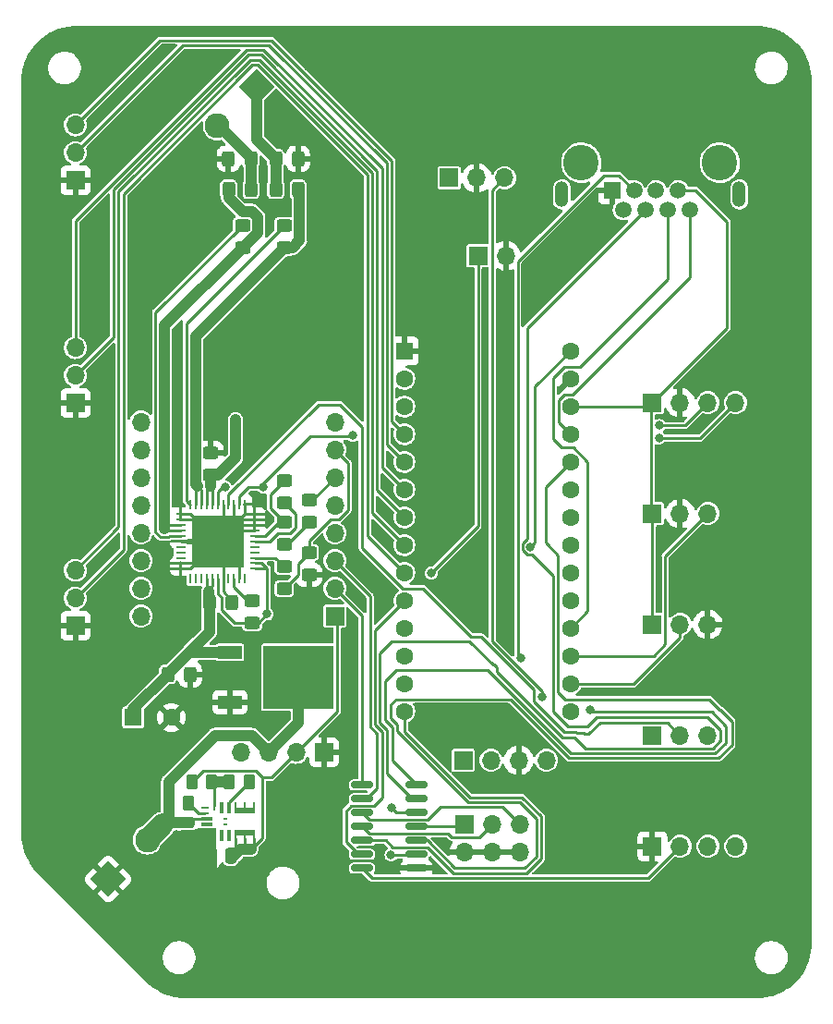
<source format=gbr>
G04 #@! TF.GenerationSoftware,KiCad,Pcbnew,(6.0.7)*
G04 #@! TF.CreationDate,2023-06-14T22:42:32-05:00*
G04 #@! TF.ProjectId,ControlBoardT4_DFminiSound_PowerAmp,436f6e74-726f-46c4-926f-61726454345f,rev?*
G04 #@! TF.SameCoordinates,Original*
G04 #@! TF.FileFunction,Copper,L2,Bot*
G04 #@! TF.FilePolarity,Positive*
%FSLAX46Y46*%
G04 Gerber Fmt 4.6, Leading zero omitted, Abs format (unit mm)*
G04 Created by KiCad (PCBNEW (6.0.7)) date 2023-06-14 22:42:32*
%MOMM*%
%LPD*%
G01*
G04 APERTURE LIST*
G04 Aperture macros list*
%AMRoundRect*
0 Rectangle with rounded corners*
0 $1 Rounding radius*
0 $2 $3 $4 $5 $6 $7 $8 $9 X,Y pos of 4 corners*
0 Add a 4 corners polygon primitive as box body*
4,1,4,$2,$3,$4,$5,$6,$7,$8,$9,$2,$3,0*
0 Add four circle primitives for the rounded corners*
1,1,$1+$1,$2,$3*
1,1,$1+$1,$4,$5*
1,1,$1+$1,$6,$7*
1,1,$1+$1,$8,$9*
0 Add four rect primitives between the rounded corners*
20,1,$1+$1,$2,$3,$4,$5,0*
20,1,$1+$1,$4,$5,$6,$7,0*
20,1,$1+$1,$6,$7,$8,$9,0*
20,1,$1+$1,$8,$9,$2,$3,0*%
%AMRotRect*
0 Rectangle, with rotation*
0 The origin of the aperture is its center*
0 $1 length*
0 $2 width*
0 $3 Rotation angle, in degrees counterclockwise*
0 Add horizontal line*
21,1,$1,$2,0,0,$3*%
G04 Aperture macros list end*
G04 #@! TA.AperFunction,ComponentPad*
%ADD10RotRect,2.286000X2.286000X45.000000*%
G04 #@! TD*
G04 #@! TA.AperFunction,ComponentPad*
%ADD11C,2.286000*%
G04 #@! TD*
G04 #@! TA.AperFunction,ComponentPad*
%ADD12RotRect,2.286000X2.286000X225.000000*%
G04 #@! TD*
G04 #@! TA.AperFunction,ComponentPad*
%ADD13R,1.700000X1.700000*%
G04 #@! TD*
G04 #@! TA.AperFunction,ComponentPad*
%ADD14O,1.700000X1.700000*%
G04 #@! TD*
G04 #@! TA.AperFunction,WasherPad*
%ADD15C,3.250000*%
G04 #@! TD*
G04 #@! TA.AperFunction,ComponentPad*
%ADD16R,1.500000X1.500000*%
G04 #@! TD*
G04 #@! TA.AperFunction,ComponentPad*
%ADD17C,1.500000*%
G04 #@! TD*
G04 #@! TA.AperFunction,ComponentPad*
%ADD18O,1.259000X2.362000*%
G04 #@! TD*
G04 #@! TA.AperFunction,ComponentPad*
%ADD19R,1.600000X1.600000*%
G04 #@! TD*
G04 #@! TA.AperFunction,ComponentPad*
%ADD20C,1.600000*%
G04 #@! TD*
G04 #@! TA.AperFunction,SMDPad,CuDef*
%ADD21RoundRect,0.250000X-0.450000X0.325000X-0.450000X-0.325000X0.450000X-0.325000X0.450000X0.325000X0*%
G04 #@! TD*
G04 #@! TA.AperFunction,SMDPad,CuDef*
%ADD22R,0.254000X0.965200*%
G04 #@! TD*
G04 #@! TA.AperFunction,SMDPad,CuDef*
%ADD23R,0.965200X0.254000*%
G04 #@! TD*
G04 #@! TA.AperFunction,SMDPad,CuDef*
%ADD24R,4.851400X4.851400*%
G04 #@! TD*
G04 #@! TA.AperFunction,ComponentPad*
%ADD25C,0.800000*%
G04 #@! TD*
G04 #@! TA.AperFunction,SMDPad,CuDef*
%ADD26RoundRect,0.250000X0.450000X-0.325000X0.450000X0.325000X-0.450000X0.325000X-0.450000X-0.325000X0*%
G04 #@! TD*
G04 #@! TA.AperFunction,SMDPad,CuDef*
%ADD27R,2.200000X1.200000*%
G04 #@! TD*
G04 #@! TA.AperFunction,SMDPad,CuDef*
%ADD28R,6.400000X5.800000*%
G04 #@! TD*
G04 #@! TA.AperFunction,SMDPad,CuDef*
%ADD29RoundRect,0.250000X0.325000X0.450000X-0.325000X0.450000X-0.325000X-0.450000X0.325000X-0.450000X0*%
G04 #@! TD*
G04 #@! TA.AperFunction,SMDPad,CuDef*
%ADD30RoundRect,0.250000X-0.325000X-0.450000X0.325000X-0.450000X0.325000X0.450000X-0.325000X0.450000X0*%
G04 #@! TD*
G04 #@! TA.AperFunction,SMDPad,CuDef*
%ADD31RoundRect,0.250000X-0.262500X-0.450000X0.262500X-0.450000X0.262500X0.450000X-0.262500X0.450000X0*%
G04 #@! TD*
G04 #@! TA.AperFunction,SMDPad,CuDef*
%ADD32RoundRect,0.250000X0.262500X0.450000X-0.262500X0.450000X-0.262500X-0.450000X0.262500X-0.450000X0*%
G04 #@! TD*
G04 #@! TA.AperFunction,SMDPad,CuDef*
%ADD33R,0.254000X0.812800*%
G04 #@! TD*
G04 #@! TA.AperFunction,SMDPad,CuDef*
%ADD34R,0.304800X1.092200*%
G04 #@! TD*
G04 #@! TA.AperFunction,SMDPad,CuDef*
%ADD35R,0.254000X0.508000*%
G04 #@! TD*
G04 #@! TA.AperFunction,SMDPad,CuDef*
%ADD36R,1.954000X0.584000*%
G04 #@! TD*
G04 #@! TA.AperFunction,SMDPad,CuDef*
%ADD37R,0.254000X0.711200*%
G04 #@! TD*
G04 #@! TA.AperFunction,SMDPad,CuDef*
%ADD38R,0.711200X0.254000*%
G04 #@! TD*
G04 #@! TA.AperFunction,SMDPad,CuDef*
%ADD39R,1.092200X0.304800*%
G04 #@! TD*
G04 #@! TA.AperFunction,SMDPad,CuDef*
%ADD40R,0.406400X0.254000*%
G04 #@! TD*
G04 #@! TA.AperFunction,SMDPad,CuDef*
%ADD41RoundRect,0.250000X0.250000X0.475000X-0.250000X0.475000X-0.250000X-0.475000X0.250000X-0.475000X0*%
G04 #@! TD*
G04 #@! TA.AperFunction,SMDPad,CuDef*
%ADD42RoundRect,0.250000X-0.475000X0.250000X-0.475000X-0.250000X0.475000X-0.250000X0.475000X0.250000X0*%
G04 #@! TD*
G04 #@! TA.AperFunction,SMDPad,CuDef*
%ADD43RoundRect,0.150000X-0.825000X-0.150000X0.825000X-0.150000X0.825000X0.150000X-0.825000X0.150000X0*%
G04 #@! TD*
G04 #@! TA.AperFunction,ViaPad*
%ADD44C,0.800000*%
G04 #@! TD*
G04 #@! TA.AperFunction,Conductor*
%ADD45C,0.250000*%
G04 #@! TD*
G04 #@! TA.AperFunction,Conductor*
%ADD46C,1.000000*%
G04 #@! TD*
G04 #@! TA.AperFunction,Conductor*
%ADD47C,0.500000*%
G04 #@! TD*
G04 #@! TA.AperFunction,Conductor*
%ADD48C,2.000000*%
G04 #@! TD*
G04 APERTURE END LIST*
D10*
X116200000Y-147000000D03*
D11*
X119792102Y-143407898D03*
D12*
X129812051Y-74403949D03*
D11*
X126219949Y-77996051D03*
D13*
X113200000Y-83000000D03*
D14*
X113200000Y-80460000D03*
X113200000Y-77920000D03*
D13*
X113200000Y-103400000D03*
D14*
X113200000Y-100860000D03*
X113200000Y-98320000D03*
D13*
X113200000Y-123800000D03*
D14*
X113200000Y-121260000D03*
X113200000Y-118720000D03*
D13*
X136000000Y-135400000D03*
D14*
X133460000Y-135400000D03*
X130920000Y-135400000D03*
X128380000Y-135400000D03*
D15*
X159578320Y-81379180D03*
X172278320Y-81379180D03*
D16*
X162379020Y-83919180D03*
D17*
X163399020Y-85699180D03*
X164409020Y-83919180D03*
X165429020Y-85699180D03*
X166439020Y-83919180D03*
X167459020Y-85699180D03*
X168469020Y-83919180D03*
X169489020Y-85699180D03*
D18*
X174058320Y-84281130D03*
X157798320Y-84281130D03*
D13*
X166100000Y-144000000D03*
D14*
X168640000Y-144000000D03*
X171180000Y-144000000D03*
X173720000Y-144000000D03*
D19*
X143357000Y-98638000D03*
D20*
X143357000Y-101178000D03*
X143357000Y-103718000D03*
X143357000Y-106258000D03*
X143357000Y-108798000D03*
X143357000Y-111338000D03*
X143357000Y-113878000D03*
X143357000Y-116418000D03*
X143357000Y-118958000D03*
X143357000Y-121498000D03*
X143357000Y-124038000D03*
X143357000Y-126578000D03*
X143357000Y-129118000D03*
X143357000Y-131658000D03*
X158597000Y-131658000D03*
X158597000Y-129118000D03*
X158597000Y-126578000D03*
X158597000Y-124038000D03*
X158597000Y-121498000D03*
X158597000Y-118958000D03*
X158597000Y-116418000D03*
X158597000Y-113878000D03*
X158597000Y-111338000D03*
X158597000Y-108798000D03*
X158597000Y-106258000D03*
X158597000Y-103718000D03*
X158597000Y-101178000D03*
X158597000Y-98638000D03*
D13*
X150109000Y-89916000D03*
D14*
X152649000Y-89916000D03*
D13*
X148750000Y-136130000D03*
D14*
X151290000Y-136130000D03*
X153830000Y-136130000D03*
X156370000Y-136130000D03*
D13*
X166100000Y-103360000D03*
D14*
X168640000Y-103360000D03*
X171180000Y-103360000D03*
X173720000Y-103360000D03*
D13*
X166100000Y-113520000D03*
D14*
X168640000Y-113520000D03*
X171180000Y-113520000D03*
D13*
X166100000Y-123680000D03*
D14*
X168640000Y-123680000D03*
X171180000Y-123680000D03*
D13*
X166100000Y-133840000D03*
D14*
X168640000Y-133840000D03*
X171180000Y-133840000D03*
D13*
X136977200Y-122921000D03*
D14*
X119197200Y-122921000D03*
X136977200Y-120381000D03*
X119197200Y-120381000D03*
X136977200Y-117841000D03*
X119197200Y-117841000D03*
X136977200Y-115301000D03*
X119197200Y-115301000D03*
X136977200Y-112761000D03*
X119197200Y-112761000D03*
X136977200Y-110221000D03*
X119197200Y-110221000D03*
X136977200Y-107681000D03*
X119197200Y-107681000D03*
X136977200Y-105141000D03*
X119197200Y-105141000D03*
D19*
X118500000Y-132200000D03*
D20*
X122000000Y-132200000D03*
D13*
X147470000Y-82770000D03*
D14*
X150010000Y-82770000D03*
X152550000Y-82770000D03*
D13*
X148855000Y-141980000D03*
D14*
X148855000Y-144520000D03*
X151395000Y-141980000D03*
X151395000Y-144520000D03*
X153935000Y-141980000D03*
X153935000Y-144520000D03*
D21*
X129400000Y-121485000D03*
X129400000Y-123535000D03*
D22*
X123738000Y-112699800D03*
X124237999Y-112699800D03*
X124738000Y-112699800D03*
X125237999Y-112699800D03*
X125738001Y-112699800D03*
X126238000Y-112699800D03*
X126737999Y-112699800D03*
X127238001Y-112699800D03*
X127738000Y-112699800D03*
X128238001Y-112699800D03*
X128738000Y-112699800D03*
D23*
X129616200Y-113578000D03*
X129616200Y-114077999D03*
X129616200Y-114578000D03*
X129616200Y-115077999D03*
X129616200Y-115578001D03*
X129616200Y-116078000D03*
X129616200Y-116577999D03*
X129616200Y-117078001D03*
X129616200Y-117578000D03*
X129616200Y-118078001D03*
X129616200Y-118578000D03*
D22*
X128738000Y-119456200D03*
X128238001Y-119456200D03*
X127738000Y-119456200D03*
X127238001Y-119456200D03*
X126737999Y-119456200D03*
X126238000Y-119456200D03*
X125738001Y-119456200D03*
X125237999Y-119456200D03*
X124738000Y-119456200D03*
X124237999Y-119456200D03*
X123738000Y-119456200D03*
D23*
X122859800Y-118578000D03*
X122859800Y-118078001D03*
X122859800Y-117578000D03*
X122859800Y-117078001D03*
X122859800Y-116577999D03*
X122859800Y-116078000D03*
X122859800Y-115578001D03*
X122859800Y-115077999D03*
X122859800Y-114578000D03*
X122859800Y-114077999D03*
X122859800Y-113578000D03*
D24*
X126238000Y-116078000D03*
D25*
X126238000Y-116078000D03*
X126238000Y-117290850D03*
X127450850Y-115471575D03*
X126238000Y-114865150D03*
X125025150Y-115471575D03*
X125025150Y-116684425D03*
X127450850Y-116684425D03*
D26*
X132334000Y-112531000D03*
X132334000Y-110481000D03*
D27*
X127372000Y-130804000D03*
X127372000Y-126244000D03*
D28*
X133672000Y-128524000D03*
D21*
X132334000Y-114291000D03*
X132334000Y-116341000D03*
D29*
X133613000Y-83820000D03*
X131563000Y-83820000D03*
X127526000Y-121666000D03*
X125476000Y-121666000D03*
D26*
X128524000Y-89163000D03*
X128524000Y-87113000D03*
D21*
X132334000Y-118355000D03*
X132334000Y-120405000D03*
D26*
X132334000Y-89163000D03*
X132334000Y-87113000D03*
D29*
X123707000Y-128270000D03*
X121657000Y-128270000D03*
X129286000Y-81026000D03*
X127236000Y-81026000D03*
D26*
X134620000Y-114309000D03*
X134620000Y-112259000D03*
D21*
X134620000Y-117085000D03*
X134620000Y-119135000D03*
D30*
X127245000Y-83820000D03*
X129295000Y-83820000D03*
D21*
X125600000Y-107975000D03*
X125600000Y-110025000D03*
D29*
X133613000Y-81026000D03*
X131563000Y-81026000D03*
D31*
X123873500Y-138102000D03*
X125698500Y-138102000D03*
D32*
X123580500Y-140058000D03*
X121755500Y-140058000D03*
D33*
X125958000Y-140338000D03*
D34*
X126607999Y-140478000D03*
X127258000Y-140478000D03*
D35*
X127908000Y-140186000D03*
X128758001Y-140186000D03*
X129608000Y-140186000D03*
D36*
X128758000Y-140732000D03*
D35*
X129608000Y-143278000D03*
X128758001Y-143278000D03*
X127908000Y-143278000D03*
D36*
X128758000Y-142732000D03*
D34*
X127258000Y-142986000D03*
X126607999Y-142986000D03*
D37*
X125958000Y-143176000D03*
D38*
X125064000Y-142982000D03*
X125064000Y-142482001D03*
D39*
X125254000Y-141982000D03*
X125254000Y-141482000D03*
D38*
X125064000Y-140981999D03*
X125064000Y-140482000D03*
D40*
X126933000Y-141482000D03*
X126933000Y-141982000D03*
D31*
X127315500Y-138102000D03*
X129140500Y-138102000D03*
D41*
X127438000Y-144872000D03*
X125538000Y-144872000D03*
D42*
X123368000Y-141836000D03*
X123368000Y-143736000D03*
D43*
X139495000Y-146010000D03*
X139495000Y-144740000D03*
X139495000Y-143470000D03*
X139495000Y-142200000D03*
X139495000Y-140930000D03*
X139495000Y-139660000D03*
X139495000Y-138390000D03*
X144445000Y-138390000D03*
X144445000Y-139660000D03*
X144445000Y-140930000D03*
X144445000Y-142200000D03*
X144445000Y-143470000D03*
X144445000Y-144740000D03*
X144445000Y-146010000D03*
D44*
X154925500Y-116564055D03*
X176610000Y-112500000D03*
X110150000Y-110540000D03*
X110330000Y-143020000D03*
X153940000Y-151250000D03*
X140140000Y-75750000D03*
X109320000Y-75810000D03*
X176610000Y-133220000D03*
X109280000Y-89830000D03*
X110200000Y-131780000D03*
X173520000Y-76130000D03*
X158060000Y-90550000D03*
X176180000Y-91170000D03*
X167630000Y-151400000D03*
X125950000Y-100390000D03*
X120530000Y-90110000D03*
X147630000Y-110650000D03*
X137040000Y-90350000D03*
X120510000Y-75750000D03*
X127250000Y-150940000D03*
X157980000Y-75750000D03*
X121160000Y-147320000D03*
X147790000Y-131370000D03*
X127880000Y-104930000D03*
X160380000Y-131510000D03*
X154010000Y-126770000D03*
X166730000Y-105460000D03*
X166700000Y-106610000D03*
X145820000Y-118980000D03*
X130450000Y-111120000D03*
X138600000Y-106380000D03*
X126905699Y-111109702D03*
X130770000Y-122722000D03*
X142140000Y-144810000D03*
X155990000Y-130300000D03*
X142190000Y-140500000D03*
D45*
X129711000Y-137077000D02*
X130302000Y-137668000D01*
X129608000Y-143950000D02*
X129286000Y-144272000D01*
X130302000Y-143256000D02*
X129286000Y-144272000D01*
X158597000Y-98638000D02*
X155345500Y-101889500D01*
X128758001Y-143783999D02*
X128270000Y-144272000D01*
D46*
X127670000Y-144872000D02*
X128270000Y-144272000D01*
D45*
X137197000Y-131663000D02*
X133460000Y-135400000D01*
X127908000Y-143910000D02*
X128270000Y-144272000D01*
X155345500Y-116144055D02*
X154925500Y-116564055D01*
X136977200Y-122921000D02*
X137197000Y-123140800D01*
X128758001Y-143278000D02*
X128758001Y-143783999D01*
X127908000Y-143278000D02*
X127908000Y-143910000D01*
X124898500Y-137077000D02*
X129711000Y-137077000D01*
X137197000Y-123140800D02*
X137197000Y-131663000D01*
X123873500Y-138102000D02*
X124898500Y-137077000D01*
D46*
X128270000Y-144272000D02*
X129286000Y-144272000D01*
D45*
X155345500Y-101889500D02*
X155345500Y-116144055D01*
D46*
X127438000Y-144872000D02*
X127670000Y-144872000D01*
D45*
X130302000Y-137668000D02*
X130302000Y-143256000D01*
X133460000Y-135400000D02*
X131192000Y-137668000D01*
X129608000Y-143278000D02*
X129608000Y-143950000D01*
X131192000Y-137668000D02*
X130302000Y-137668000D01*
X128238001Y-114077999D02*
X126238000Y-116078000D01*
X122859800Y-118578000D02*
X123738000Y-118578000D01*
X127526000Y-121491431D02*
X127526000Y-121666000D01*
X123738000Y-118578000D02*
X126238000Y-116078000D01*
X129616200Y-114578000D02*
X127738000Y-114578000D01*
X126737999Y-115578001D02*
X126238000Y-116078000D01*
X122859800Y-113578000D02*
X123738000Y-113578000D01*
X129616200Y-115077999D02*
X127238001Y-115077999D01*
X126737999Y-119456200D02*
X126737999Y-116577999D01*
X125958000Y-143176000D02*
X125958000Y-144452000D01*
X127238001Y-115077999D02*
X126238000Y-116078000D01*
X126737999Y-119456200D02*
X126737999Y-120703430D01*
X128738000Y-112699800D02*
X128738000Y-113578000D01*
X128238001Y-118078001D02*
X128238001Y-119456200D01*
X128738000Y-113578000D02*
X126238000Y-116078000D01*
X126737999Y-112699800D02*
X126737999Y-115578001D01*
X126737999Y-120703430D02*
X127526000Y-121491431D01*
X124237999Y-114077999D02*
X126238000Y-116078000D01*
X123738000Y-113578000D02*
X126238000Y-116078000D01*
X129616200Y-113578000D02*
X128738000Y-113578000D01*
X127738000Y-112699800D02*
X127738000Y-114578000D01*
X127738000Y-114578000D02*
X126238000Y-116078000D01*
X124237999Y-118078001D02*
X126238000Y-116078000D01*
X122859800Y-118078001D02*
X124237999Y-118078001D01*
X126238000Y-116078000D02*
X128238001Y-118078001D01*
X122859800Y-116078000D02*
X126238000Y-116078000D01*
X125958000Y-144452000D02*
X125538000Y-144872000D01*
X122859800Y-114077999D02*
X124237999Y-114077999D01*
X129616200Y-114077999D02*
X128238001Y-114077999D01*
X126737999Y-116577999D02*
X126238000Y-116078000D01*
D46*
X133672000Y-128524000D02*
X133672000Y-132648000D01*
X123368000Y-141836000D02*
X121364000Y-141836000D01*
X125992000Y-133850000D02*
X121755500Y-138086500D01*
X130920000Y-135400000D02*
X129370000Y-133850000D01*
X121364000Y-141836000D02*
X121158000Y-142042000D01*
D47*
X121755500Y-141444500D02*
X121158000Y-142042000D01*
D46*
X121755500Y-140058000D02*
X121755500Y-141444500D01*
X129370000Y-133850000D02*
X125992000Y-133850000D01*
X121755500Y-138086500D02*
X121755500Y-140058000D01*
X133672000Y-132648000D02*
X130920000Y-135400000D01*
D45*
X125254000Y-141482000D02*
X123722000Y-141482000D01*
X123722000Y-141482000D02*
X123368000Y-141836000D01*
D48*
X119792102Y-143407898D02*
X121158000Y-142042000D01*
D45*
X134620000Y-112259000D02*
X134939200Y-112259000D01*
X134939200Y-112259000D02*
X136977200Y-110221000D01*
X132588000Y-116341000D02*
X134620000Y-114309000D01*
X132334000Y-116341000D02*
X132588000Y-116341000D01*
X125738001Y-120133999D02*
X125738001Y-119456200D01*
D46*
X118500000Y-131427000D02*
X121657000Y-128270000D01*
X125476000Y-121666000D02*
X125413000Y-121603000D01*
X125413000Y-121603000D02*
X125413000Y-120650000D01*
X125476000Y-124382497D02*
X123614497Y-126244000D01*
X127880000Y-108410000D02*
X127880000Y-104930000D01*
D45*
X125237999Y-112699800D02*
X125237999Y-111385275D01*
D46*
X125600000Y-110025000D02*
X125600000Y-111023274D01*
D45*
X125476000Y-120396000D02*
X125738001Y-120133999D01*
D46*
X125600000Y-110025000D02*
X126265000Y-110025000D01*
D45*
X125738001Y-112699800D02*
X125738001Y-111161275D01*
X125237999Y-120157999D02*
X125476000Y-120396000D01*
X125237999Y-119456200D02*
X125237999Y-120157999D01*
X125237999Y-111385275D02*
X125600000Y-111023274D01*
D46*
X123614497Y-126244000D02*
X127372000Y-126244000D01*
X118500000Y-132200000D02*
X118500000Y-131427000D01*
X121657000Y-128201497D02*
X123614497Y-126244000D01*
X121657000Y-128270000D02*
X121657000Y-128201497D01*
X126265000Y-110025000D02*
X127880000Y-108410000D01*
D45*
X125738001Y-111161275D02*
X125600000Y-111023274D01*
D46*
X125476000Y-121666000D02*
X125476000Y-124382497D01*
D45*
X138176000Y-113223901D02*
X138176000Y-108879800D01*
X132334000Y-120405000D02*
X133595000Y-119144000D01*
X138176000Y-108879800D02*
X136977200Y-107681000D01*
X134620000Y-117085000D02*
X134620000Y-115996499D01*
X137353901Y-114046000D02*
X138176000Y-113223901D01*
X134620000Y-115996499D02*
X136570499Y-114046000D01*
X133595000Y-119144000D02*
X133595000Y-118110000D01*
X133595000Y-118110000D02*
X134620000Y-117085000D01*
X136570499Y-114046000D02*
X137353901Y-114046000D01*
X131557000Y-117578000D02*
X132334000Y-118355000D01*
X129616200Y-117578000D02*
X131557000Y-117578000D01*
X123375000Y-112336800D02*
X123375000Y-96072000D01*
X123375000Y-96072000D02*
X132334000Y-87113000D01*
X123738000Y-112699800D02*
X123375000Y-112336800D01*
D46*
X124200000Y-110840000D02*
X124400000Y-111040000D01*
X132334000Y-89163000D02*
X124200000Y-97297000D01*
X133734000Y-83941000D02*
X133734000Y-88516000D01*
X133734000Y-88516000D02*
X133087000Y-89163000D01*
X133087000Y-89163000D02*
X132334000Y-89163000D01*
D45*
X124237999Y-111202001D02*
X124400000Y-111040000D01*
X124738000Y-111378000D02*
X124400000Y-111040000D01*
X124738000Y-112699800D02*
X124738000Y-111378000D01*
X124237999Y-112699800D02*
X124237999Y-111202001D01*
D46*
X124200000Y-97297000D02*
X124200000Y-110840000D01*
X133613000Y-83820000D02*
X133734000Y-83941000D01*
X129367503Y-85838000D02*
X129924000Y-86394497D01*
D45*
X122859800Y-114578000D02*
X121662000Y-114578000D01*
D46*
X128524000Y-89163000D02*
X121370000Y-96317000D01*
X127245000Y-84573000D02*
X128510000Y-85838000D01*
X129924000Y-86394497D02*
X129924000Y-87831503D01*
D45*
X122859800Y-115077999D02*
X121577999Y-115077999D01*
X121662000Y-114578000D02*
X121370000Y-114870000D01*
X121577999Y-115077999D02*
X121370000Y-114870000D01*
D46*
X128510000Y-85838000D02*
X129367503Y-85838000D01*
X121370000Y-96317000D02*
X121370000Y-114870000D01*
X128592503Y-89163000D02*
X128524000Y-89163000D01*
X129924000Y-87831503D02*
X128592503Y-89163000D01*
X127245000Y-83820000D02*
X127245000Y-84573000D01*
D45*
X120545000Y-115211726D02*
X120545000Y-95092000D01*
X121711726Y-115695000D02*
X121028274Y-115695000D01*
X120545000Y-95092000D02*
X128524000Y-87113000D01*
X121028274Y-115695000D02*
X120545000Y-115211726D01*
X122859800Y-115578001D02*
X121828725Y-115578001D01*
X121828725Y-115578001D02*
X121711726Y-115695000D01*
D46*
X129812051Y-79275051D02*
X131563000Y-81026000D01*
X129812051Y-74403949D02*
X129812051Y-79275051D01*
X131563000Y-81026000D02*
X131563000Y-83820000D01*
X126219949Y-77996051D02*
X126324554Y-77996051D01*
X129295000Y-83820000D02*
X129295000Y-81035000D01*
X129295000Y-81035000D02*
X129286000Y-81026000D01*
X126324554Y-77996051D02*
X129286000Y-80957497D01*
X129286000Y-80957497D02*
X129286000Y-81026000D01*
D45*
X131064000Y-111751000D02*
X132334000Y-110481000D01*
X132334000Y-114291000D02*
X131064000Y-113021000D01*
X130547999Y-115578001D02*
X129616200Y-115578001D01*
X131835000Y-114291000D02*
X130547999Y-115578001D01*
X132334000Y-114291000D02*
X131835000Y-114291000D01*
X131064000Y-113021000D02*
X131064000Y-111751000D01*
X131008827Y-116078000D02*
X131770827Y-115316000D01*
X129616200Y-116078000D02*
X131008827Y-116078000D01*
X133359000Y-113556000D02*
X132334000Y-112531000D01*
X132897173Y-115316000D02*
X133359000Y-114854173D01*
X131770827Y-115316000D02*
X132897173Y-115316000D01*
X133359000Y-114854173D02*
X133359000Y-113556000D01*
X127738000Y-119456200D02*
X127738000Y-120215799D01*
X129007201Y-121485000D02*
X129400000Y-121485000D01*
X127738000Y-120215799D02*
X129007201Y-121485000D01*
X167275000Y-125525000D02*
X166222000Y-126578000D01*
X166222000Y-126578000D02*
X158597000Y-126578000D01*
X167275000Y-117425000D02*
X167275000Y-125525000D01*
X171180000Y-113520000D02*
X167275000Y-117425000D01*
X168640000Y-123680000D02*
X168640000Y-124882081D01*
X164404081Y-129118000D02*
X158597000Y-129118000D01*
X168640000Y-124882081D02*
X164404081Y-129118000D01*
X167459020Y-92030980D02*
X167459020Y-85699180D01*
X156972000Y-101092000D02*
X158011000Y-100053000D01*
X159437000Y-100053000D02*
X167459020Y-92030980D01*
X158597000Y-124038000D02*
X160171501Y-122463499D01*
X158831991Y-107442000D02*
X157734000Y-107442000D01*
X158011000Y-100053000D02*
X159437000Y-100053000D01*
X160171501Y-122463499D02*
X160171501Y-108781510D01*
X160171501Y-108781510D02*
X158831991Y-107442000D01*
X157734000Y-107442000D02*
X156972000Y-106680000D01*
X156972000Y-106680000D02*
X156972000Y-101092000D01*
X151456422Y-127380499D02*
X151586189Y-127380499D01*
X144445000Y-139660000D02*
X144068249Y-139660000D01*
X151849501Y-128033811D02*
X157824692Y-134009002D01*
X154625402Y-117288555D02*
X154201000Y-116864153D01*
X151586189Y-127380499D02*
X151849501Y-127643811D01*
X154621000Y-115843957D02*
X154621000Y-96507200D01*
X155045402Y-117288555D02*
X154625402Y-117288555D01*
X171161202Y-132159501D02*
X160986189Y-132159501D01*
X154621000Y-96507200D02*
X165429020Y-85699180D01*
X141110998Y-132662378D02*
X141110998Y-126369002D01*
X171661202Y-135020499D02*
X172355000Y-134326701D01*
X172355000Y-133353299D02*
X171161202Y-132159501D01*
X141782499Y-133333879D02*
X141110998Y-132662378D01*
X144068249Y-139660000D02*
X141782499Y-137374250D01*
X141782499Y-137374250D02*
X141782499Y-133333879D01*
X154201000Y-116864153D02*
X154201000Y-116263957D01*
X142220000Y-125260000D02*
X149335923Y-125260000D01*
X157824692Y-134009002D02*
X158929002Y-134009002D01*
X154201000Y-116263957D02*
X154621000Y-115843957D01*
X160986189Y-132159501D02*
X160146189Y-132999501D01*
X149335923Y-125260000D02*
X151456422Y-127380499D01*
X172355000Y-134326701D02*
X172355000Y-133353299D01*
X159940499Y-135020499D02*
X171661202Y-135020499D01*
X158929002Y-134009002D02*
X159940499Y-135020499D01*
X157009501Y-119252654D02*
X155045402Y-117288555D01*
X160146189Y-132999501D02*
X158347510Y-132999501D01*
X151849501Y-127643811D02*
X151849501Y-128033811D01*
X158347510Y-132999501D02*
X157009501Y-131661492D01*
X157009501Y-131661492D02*
X157009501Y-119252654D01*
X141110998Y-126369002D02*
X142220000Y-125260000D01*
X154010000Y-126770000D02*
X153751499Y-126511499D01*
X172804501Y-134512890D02*
X171847391Y-135470000D01*
X142232499Y-133113897D02*
X142232499Y-136177499D01*
X161618200Y-82530000D02*
X163019840Y-82530000D01*
X151009294Y-127830000D02*
X142590000Y-127830000D01*
X142232499Y-136177499D02*
X144445000Y-138390000D01*
X153751499Y-126511499D02*
X153751499Y-90396701D01*
X163019840Y-82530000D02*
X164409020Y-83919180D01*
X171530000Y-131710000D02*
X172804501Y-132984501D01*
X158649294Y-135470000D02*
X151009294Y-127830000D01*
X141560499Y-128859501D02*
X141560499Y-132441897D01*
X160380000Y-131510000D02*
X160580000Y-131710000D01*
X142590000Y-127830000D02*
X141560499Y-128859501D01*
X172804501Y-132984501D02*
X172804501Y-134512890D01*
X153751499Y-90396701D02*
X161618200Y-82530000D01*
X171847391Y-135470000D02*
X158649294Y-135470000D01*
X141560499Y-132441897D02*
X142232499Y-133113897D01*
X160580000Y-131710000D02*
X171530000Y-131710000D01*
X169080000Y-105460000D02*
X166730000Y-105460000D01*
X171180000Y-103360000D02*
X169080000Y-105460000D01*
X166700000Y-106610000D02*
X170470000Y-106610000D01*
X170470000Y-106610000D02*
X173720000Y-103360000D01*
X130964756Y-70611996D02*
X123048004Y-70611996D01*
X143357000Y-108798000D02*
X141768004Y-107209004D01*
X141768004Y-81415244D02*
X130964756Y-70611996D01*
X123048004Y-70611996D02*
X113200000Y-80460000D01*
X141768004Y-107209004D02*
X141768004Y-81415244D01*
X142217505Y-81229055D02*
X142217505Y-105118505D01*
X113200000Y-77920000D02*
X120957505Y-70162495D01*
X142217505Y-105118505D02*
X143357000Y-106258000D01*
X131150945Y-70162495D02*
X142217505Y-81229055D01*
X120957505Y-70162495D02*
X131150945Y-70162495D01*
X169489020Y-85699180D02*
X169489020Y-91876980D01*
X158773000Y-102593000D02*
X158003997Y-102593000D01*
X157472000Y-103124997D02*
X157472000Y-105133000D01*
X157472000Y-105133000D02*
X158597000Y-106258000D01*
X169489020Y-91876980D02*
X158773000Y-102593000D01*
X158003997Y-102593000D02*
X157472000Y-103124997D01*
X113200000Y-100860000D02*
X116710998Y-97349002D01*
X130266546Y-71510998D02*
X140869002Y-82113454D01*
X116710998Y-97349002D02*
X116710998Y-83857622D01*
X140869002Y-82113454D02*
X140869002Y-111390002D01*
X140869002Y-111390002D02*
X143357000Y-113878000D01*
X129057622Y-71510998D02*
X130266546Y-71510998D01*
X116710998Y-83857622D02*
X129057622Y-71510998D01*
X141318503Y-109299503D02*
X143357000Y-111338000D01*
X113200000Y-86732930D02*
X128871433Y-71061497D01*
X113200000Y-98320000D02*
X113200000Y-86732930D01*
X141318503Y-81927265D02*
X141318503Y-109299503D01*
X128871433Y-71061497D02*
X130452735Y-71061497D01*
X130452735Y-71061497D02*
X141318503Y-81927265D01*
X140419501Y-113480501D02*
X143357000Y-116418000D01*
X117160499Y-84043811D02*
X129243811Y-71960499D01*
X130080357Y-71960499D02*
X140419501Y-82299643D01*
X113200000Y-118720000D02*
X117160499Y-114759501D01*
X117160499Y-114759501D02*
X117160499Y-84043811D01*
X140419501Y-82299643D02*
X140419501Y-113480501D01*
X129243811Y-71960499D02*
X130080357Y-71960499D01*
X113200000Y-121260000D02*
X117610000Y-116850000D01*
X129894168Y-72410000D02*
X139970000Y-82485832D01*
X139970000Y-115571000D02*
X139970000Y-82485832D01*
X143357000Y-118958000D02*
X139970000Y-115571000D01*
X129430000Y-72410000D02*
X129894168Y-72410000D01*
X117610000Y-116850000D02*
X117610000Y-84230000D01*
X117610000Y-84230000D02*
X129430000Y-72410000D01*
X155200499Y-130749119D02*
X155200499Y-129644809D01*
X127238001Y-111801999D02*
X127238001Y-112699800D01*
X137420000Y-103540000D02*
X135500000Y-103540000D01*
X168640000Y-133840000D02*
X167460000Y-132660000D01*
X139500000Y-116691991D02*
X139500000Y-105620000D01*
X160276189Y-133629501D02*
X160226189Y-133679501D01*
X160336189Y-133629501D02*
X160276189Y-133629501D01*
X135500000Y-103540000D02*
X127238001Y-111801999D01*
X160226189Y-133679501D02*
X159853811Y-133679501D01*
X161305690Y-132660000D02*
X160336189Y-133629501D01*
X149496189Y-124810499D02*
X145058690Y-120373000D01*
X159853811Y-133679501D02*
X159768121Y-133593811D01*
X150366189Y-124810499D02*
X149496189Y-124810499D01*
X159768121Y-133593811D02*
X159149501Y-133593811D01*
X139500000Y-105620000D02*
X137420000Y-103540000D01*
X145058690Y-120373000D02*
X143181009Y-120373000D01*
X155200499Y-129644809D02*
X150366189Y-124810499D01*
X159149501Y-133593811D02*
X159115191Y-133559501D01*
X143181009Y-120373000D02*
X139500000Y-116691991D01*
X158010881Y-133559501D02*
X155200499Y-130749119D01*
X159115191Y-133559501D02*
X158010881Y-133559501D01*
X167460000Y-132660000D02*
X161305690Y-132660000D01*
X150109000Y-89916000D02*
X150109000Y-114691000D01*
X150109000Y-114691000D02*
X145820000Y-118980000D01*
X138000000Y-143621751D02*
X139118249Y-144740000D01*
X140661497Y-124193503D02*
X140661497Y-132858567D01*
X141311497Y-133508567D02*
X141311497Y-139528503D01*
X141311497Y-139528503D02*
X140535000Y-140305000D01*
X138473249Y-140305000D02*
X138000000Y-140778249D01*
X140535000Y-140305000D02*
X138473249Y-140305000D01*
X138000000Y-140778249D02*
X138000000Y-143621751D01*
X143357000Y-121498000D02*
X140661497Y-124193503D01*
X139118249Y-144740000D02*
X139495000Y-144740000D01*
X140661497Y-132858567D02*
X141311497Y-133508567D01*
X155909501Y-145116189D02*
X154546189Y-146479501D01*
X147831252Y-146479501D02*
X145451751Y-144100000D01*
X149366895Y-139510499D02*
X154146189Y-139510499D01*
X154546189Y-146479501D02*
X147831252Y-146479501D01*
X142290000Y-144100000D02*
X141660000Y-143470000D01*
X143357000Y-131658000D02*
X143357000Y-133500604D01*
X145451751Y-144100000D02*
X142290000Y-144100000D01*
X154146189Y-139510499D02*
X155909501Y-141273811D01*
X143357000Y-133500604D02*
X149366895Y-139510499D01*
X141660000Y-143470000D02*
X139495000Y-143470000D01*
X155909501Y-141273811D02*
X155909501Y-145116189D01*
X156445557Y-116263957D02*
X156320000Y-116138400D01*
X173389501Y-134726189D02*
X173389501Y-132563811D01*
X147967441Y-145980000D02*
X154410000Y-145980000D01*
X172246189Y-131490499D02*
X171288690Y-130533000D01*
X172196189Y-135919501D02*
X173389501Y-134726189D01*
X156320000Y-116138400D02*
X156320000Y-111075000D01*
X144445000Y-143470000D02*
X145457441Y-143470000D01*
X153960000Y-139960000D02*
X149180000Y-139960000D01*
X145457441Y-143470000D02*
X147967441Y-145980000D01*
X156489983Y-116330462D02*
X156445557Y-116286036D01*
X142140000Y-130980000D02*
X142587000Y-130533000D01*
X155460000Y-144930000D02*
X155460000Y-141460000D01*
X142587000Y-130533000D02*
X153076604Y-130533000D01*
X156320000Y-111075000D02*
X158597000Y-108798000D01*
X153076604Y-130533000D02*
X158463105Y-135919501D01*
X171288690Y-130533000D02*
X158131009Y-130533000D01*
X173389501Y-132563811D02*
X172406189Y-131580499D01*
X158131009Y-130533000D02*
X157459002Y-129860993D01*
X172376189Y-131580499D02*
X172286189Y-131490499D01*
X154410000Y-145980000D02*
X155460000Y-144930000D01*
X142140000Y-132290000D02*
X142140000Y-130980000D01*
X172286189Y-131490499D02*
X172246189Y-131490499D01*
X157459002Y-117351704D02*
X156489983Y-116382685D01*
X155460000Y-141460000D02*
X153960000Y-139960000D01*
X149180000Y-139960000D02*
X142682499Y-133462499D01*
X156445557Y-116286036D02*
X156445557Y-116263957D01*
X172406189Y-131580499D02*
X172376189Y-131580499D01*
X156489983Y-116382685D02*
X156489983Y-116330462D01*
X142682499Y-133462499D02*
X142682499Y-132832499D01*
X158463105Y-135919501D02*
X172196189Y-135919501D01*
X157459002Y-129860993D02*
X157459002Y-117351704D01*
X142682499Y-132832499D02*
X142140000Y-132290000D01*
X148635000Y-142200000D02*
X148855000Y-141980000D01*
X144445000Y-142200000D02*
X148635000Y-142200000D01*
X140120000Y-142825000D02*
X147350000Y-142825000D01*
X150220000Y-143155000D02*
X151395000Y-141980000D01*
X147350000Y-142825000D02*
X147680000Y-143155000D01*
X139495000Y-142200000D02*
X140120000Y-142825000D01*
X147680000Y-143155000D02*
X150220000Y-143155000D01*
X129616200Y-118078001D02*
X130270001Y-118078001D01*
X129957000Y-123535000D02*
X130770000Y-122722000D01*
X165975500Y-103484500D02*
X166100000Y-103360000D01*
X126620000Y-121221827D02*
X126620000Y-122370000D01*
X166100000Y-113520000D02*
X165975500Y-113395500D01*
X129616200Y-118578000D02*
X130770000Y-118578000D01*
X172935075Y-96524925D02*
X172935075Y-86785075D01*
X166100000Y-123680000D02*
X166100000Y-113520000D01*
X126238000Y-120839827D02*
X126238000Y-119456200D01*
X170069180Y-83919180D02*
X168469020Y-83919180D01*
X126238000Y-111552000D02*
X126238000Y-112699800D01*
X139495000Y-146010000D02*
X140414002Y-146929002D01*
X140414002Y-146929002D02*
X165710998Y-146929002D01*
X126620000Y-122370000D02*
X127785000Y-123535000D01*
X165742000Y-103718000D02*
X166100000Y-103360000D01*
X129400000Y-123535000D02*
X129957000Y-123535000D01*
X138510000Y-106470000D02*
X138600000Y-106380000D01*
X127785000Y-123535000D02*
X129400000Y-123535000D01*
X128238001Y-112699800D02*
X128238001Y-111940199D01*
X130450000Y-110776827D02*
X134756827Y-106470000D01*
X130450000Y-111120000D02*
X130450000Y-110776827D01*
X130270001Y-118078001D02*
X130770000Y-118578000D01*
X172935075Y-96524925D02*
X166100000Y-103360000D01*
X126238000Y-120839827D02*
X126620000Y-121221827D01*
X126905699Y-111109702D02*
X126680298Y-111109702D01*
X158597000Y-103718000D02*
X165742000Y-103718000D01*
X134756827Y-106470000D02*
X138510000Y-106470000D01*
X126680298Y-111109702D02*
X126238000Y-111552000D01*
X165975500Y-113395500D02*
X165975500Y-103484500D01*
X128238001Y-111940199D02*
X129058200Y-111120000D01*
X129058200Y-111120000D02*
X130450000Y-111120000D01*
X165710998Y-146929002D02*
X168640000Y-144000000D01*
X130770000Y-118578000D02*
X130770000Y-122722000D01*
X172935075Y-86785075D02*
X170069180Y-83919180D01*
X142140000Y-144810000D02*
X144375000Y-144810000D01*
X144375000Y-144810000D02*
X144445000Y-144740000D01*
X139495000Y-138390000D02*
X139495000Y-122898800D01*
X139495000Y-122898800D02*
X136977200Y-120381000D01*
X140861996Y-138669755D02*
X139871751Y-139660000D01*
X140861996Y-133694756D02*
X140861996Y-138669755D01*
X139871751Y-139660000D02*
X139495000Y-139660000D01*
X140211996Y-121075796D02*
X140211996Y-133044756D01*
X136977200Y-117841000D02*
X140211996Y-121075796D01*
X140211996Y-133044756D02*
X140861996Y-133694756D01*
X152364502Y-140409502D02*
X146650498Y-140409502D01*
X153935000Y-141980000D02*
X152364502Y-140409502D01*
X145505000Y-141555000D02*
X140120000Y-141555000D01*
X140120000Y-141555000D02*
X139495000Y-140930000D01*
X146650498Y-140409502D02*
X145505000Y-141555000D01*
X155990000Y-129797914D02*
X151420000Y-125227914D01*
X144445000Y-140930000D02*
X142620000Y-140930000D01*
X151420000Y-83900000D02*
X152550000Y-82770000D01*
X155990000Y-130300000D02*
X155990000Y-129797914D01*
X142620000Y-140930000D02*
X142190000Y-140500000D01*
X151420000Y-125227914D02*
X151420000Y-83900000D01*
D46*
X127315500Y-138102000D02*
X125698500Y-138102000D01*
D45*
X125958000Y-140338000D02*
X125958000Y-138361500D01*
X125958000Y-138361500D02*
X125698500Y-138102000D01*
X127258000Y-139984500D02*
X127258000Y-140478000D01*
X129140500Y-138102000D02*
X127258000Y-139984500D01*
X123580500Y-140058000D02*
X124504499Y-140981999D01*
X124504499Y-140981999D02*
X125064000Y-140981999D01*
G04 #@! TA.AperFunction,Conductor*
G36*
X113306376Y-68859549D02*
G01*
X113306714Y-68859500D01*
X175668928Y-68859500D01*
X175668928Y-68859557D01*
X175669027Y-68859541D01*
X175674000Y-68861601D01*
X175678612Y-68859691D01*
X175692820Y-68860279D01*
X175692821Y-68860279D01*
X176086191Y-68876549D01*
X176096569Y-68877409D01*
X176298670Y-68902600D01*
X176500778Y-68927793D01*
X176511035Y-68929505D01*
X176880190Y-69006908D01*
X176909698Y-69013095D01*
X176919794Y-69015651D01*
X177310197Y-69131880D01*
X177320046Y-69135261D01*
X177523734Y-69214740D01*
X177699528Y-69283335D01*
X177709053Y-69287513D01*
X177980075Y-69420008D01*
X178074988Y-69466408D01*
X178084147Y-69471364D01*
X178434074Y-69679876D01*
X178442791Y-69685572D01*
X178774293Y-69922259D01*
X178782512Y-69928655D01*
X179093354Y-70191924D01*
X179101015Y-70198978D01*
X179389022Y-70486985D01*
X179396076Y-70494646D01*
X179659345Y-70805488D01*
X179665741Y-70813707D01*
X179902428Y-71145209D01*
X179908124Y-71153926D01*
X180116636Y-71503853D01*
X180121590Y-71513009D01*
X180294544Y-71866790D01*
X180300484Y-71878941D01*
X180304668Y-71888478D01*
X180452739Y-72267954D01*
X180456120Y-72277803D01*
X180572349Y-72668206D01*
X180574905Y-72678302D01*
X180657653Y-73072944D01*
X180658494Y-73076957D01*
X180660208Y-73087229D01*
X180710591Y-73491431D01*
X180711451Y-73501809D01*
X180728309Y-73909388D01*
X180726640Y-73909457D01*
X180727144Y-73912202D01*
X180726399Y-73914000D01*
X180728329Y-73918660D01*
X180728405Y-73919072D01*
X180728500Y-73919072D01*
X180728500Y-73935468D01*
X180728451Y-73936376D01*
X180728500Y-73936714D01*
X180728500Y-152869928D01*
X180728443Y-152869928D01*
X180728459Y-152870027D01*
X180726399Y-152875000D01*
X180728309Y-152879612D01*
X180727721Y-152893820D01*
X180727721Y-152893821D01*
X180711449Y-153287215D01*
X180710589Y-153297594D01*
X180660200Y-153701819D01*
X180658486Y-153712092D01*
X180574883Y-154110784D01*
X180572326Y-154120880D01*
X180456085Y-154511301D01*
X180452703Y-154521151D01*
X180304621Y-154900628D01*
X180300438Y-154910165D01*
X180121514Y-155276132D01*
X180116557Y-155285291D01*
X179908025Y-155635227D01*
X179902328Y-155643946D01*
X179665610Y-155975463D01*
X179659219Y-155983674D01*
X179395926Y-156294516D01*
X179388876Y-156302173D01*
X179258023Y-156433014D01*
X179100814Y-156590207D01*
X179093152Y-156597260D01*
X178782280Y-156860527D01*
X178774064Y-156866920D01*
X178637831Y-156964176D01*
X178442536Y-157103596D01*
X178433817Y-157109292D01*
X178083850Y-157317796D01*
X178074691Y-157322752D01*
X177708717Y-157501635D01*
X177699179Y-157505818D01*
X177319670Y-157653870D01*
X177309835Y-157657245D01*
X177050717Y-157734365D01*
X176919400Y-157773448D01*
X176909308Y-157776003D01*
X176510595Y-157859569D01*
X176500335Y-157861280D01*
X176096097Y-157911631D01*
X176085722Y-157912490D01*
X175678115Y-157929310D01*
X175678046Y-157927636D01*
X175675292Y-157928140D01*
X175673503Y-157927399D01*
X175668875Y-157929315D01*
X175668429Y-157929397D01*
X175668429Y-157929500D01*
X175652094Y-157929500D01*
X175651151Y-157929449D01*
X175650798Y-157929500D01*
X123288572Y-157929500D01*
X123288572Y-157929446D01*
X123288478Y-157929461D01*
X123283500Y-157927399D01*
X123278867Y-157929318D01*
X123264570Y-157928756D01*
X123264569Y-157928756D01*
X122891879Y-157914113D01*
X122882016Y-157913337D01*
X122497713Y-157867852D01*
X122487942Y-157866304D01*
X122108404Y-157790809D01*
X122098783Y-157788499D01*
X121726341Y-157683459D01*
X121716932Y-157680402D01*
X121420758Y-157571138D01*
X121353868Y-157546461D01*
X121344730Y-157542676D01*
X121264779Y-157505818D01*
X120993295Y-157380662D01*
X120984500Y-157376181D01*
X120646847Y-157187087D01*
X120638411Y-157181917D01*
X120521195Y-157103596D01*
X120316650Y-156966923D01*
X120308661Y-156961119D01*
X120053858Y-156760248D01*
X120004755Y-156721538D01*
X119997232Y-156715113D01*
X119712834Y-156452219D01*
X119713916Y-156451049D01*
X119711720Y-156449530D01*
X119710915Y-156447585D01*
X119705916Y-156445514D01*
X119705855Y-156445472D01*
X119705843Y-156445484D01*
X119694287Y-156433928D01*
X119693657Y-156433226D01*
X119693373Y-156433014D01*
X117565387Y-154305028D01*
X121198025Y-154305028D01*
X121235347Y-154548930D01*
X121312003Y-154783460D01*
X121425935Y-155002321D01*
X121574083Y-155199636D01*
X121752468Y-155370104D01*
X121756740Y-155373018D01*
X121756741Y-155373019D01*
X121785893Y-155392905D01*
X121956300Y-155509149D01*
X122068202Y-155561092D01*
X122175409Y-155610856D01*
X122175413Y-155610857D01*
X122180104Y-155613035D01*
X122417871Y-155678974D01*
X122423008Y-155679523D01*
X122615957Y-155700144D01*
X122615965Y-155700144D01*
X122619292Y-155700500D01*
X122762554Y-155700500D01*
X122765127Y-155700288D01*
X122765138Y-155700288D01*
X122940760Y-155685849D01*
X122940766Y-155685848D01*
X122945911Y-155685425D01*
X123185217Y-155625316D01*
X123411493Y-155526928D01*
X123618661Y-155392905D01*
X123640516Y-155373019D01*
X123712886Y-155307167D01*
X123801158Y-155226846D01*
X123804357Y-155222795D01*
X123804361Y-155222791D01*
X123950881Y-155037264D01*
X123950884Y-155037259D01*
X123954082Y-155033210D01*
X123956577Y-155028691D01*
X124070830Y-154821722D01*
X124070832Y-154821718D01*
X124073327Y-154817198D01*
X124085275Y-154783460D01*
X124153965Y-154589485D01*
X124153966Y-154589481D01*
X124155691Y-154584610D01*
X124167860Y-154516293D01*
X124198055Y-154346783D01*
X124198056Y-154346777D01*
X124198961Y-154341694D01*
X124199409Y-154305028D01*
X175498025Y-154305028D01*
X175535347Y-154548930D01*
X175612003Y-154783460D01*
X175725935Y-155002321D01*
X175874083Y-155199636D01*
X176052468Y-155370104D01*
X176056740Y-155373018D01*
X176056741Y-155373019D01*
X176085893Y-155392905D01*
X176256300Y-155509149D01*
X176368202Y-155561092D01*
X176475409Y-155610856D01*
X176475413Y-155610857D01*
X176480104Y-155613035D01*
X176717871Y-155678974D01*
X176723008Y-155679523D01*
X176915957Y-155700144D01*
X176915965Y-155700144D01*
X176919292Y-155700500D01*
X177062554Y-155700500D01*
X177065127Y-155700288D01*
X177065138Y-155700288D01*
X177240760Y-155685849D01*
X177240766Y-155685848D01*
X177245911Y-155685425D01*
X177485217Y-155625316D01*
X177711493Y-155526928D01*
X177918661Y-155392905D01*
X177940516Y-155373019D01*
X178012886Y-155307167D01*
X178101158Y-155226846D01*
X178104357Y-155222795D01*
X178104361Y-155222791D01*
X178250881Y-155037264D01*
X178250884Y-155037259D01*
X178254082Y-155033210D01*
X178256577Y-155028691D01*
X178370830Y-154821722D01*
X178370832Y-154821718D01*
X178373327Y-154817198D01*
X178385275Y-154783460D01*
X178453965Y-154589485D01*
X178453966Y-154589481D01*
X178455691Y-154584610D01*
X178467860Y-154516293D01*
X178498055Y-154346783D01*
X178498056Y-154346777D01*
X178498961Y-154341694D01*
X178501975Y-154094972D01*
X178464653Y-153851070D01*
X178387997Y-153616540D01*
X178274065Y-153397679D01*
X178198920Y-153297594D01*
X178129022Y-153204499D01*
X178129020Y-153204496D01*
X178125917Y-153200364D01*
X177947532Y-153029896D01*
X177919212Y-153010577D01*
X177747979Y-152893770D01*
X177747980Y-152893770D01*
X177743700Y-152890851D01*
X177631798Y-152838908D01*
X177524591Y-152789144D01*
X177524587Y-152789143D01*
X177519896Y-152786965D01*
X177282129Y-152721026D01*
X177276992Y-152720477D01*
X177084043Y-152699856D01*
X177084035Y-152699856D01*
X177080708Y-152699500D01*
X176937446Y-152699500D01*
X176934873Y-152699712D01*
X176934862Y-152699712D01*
X176759240Y-152714151D01*
X176759234Y-152714152D01*
X176754089Y-152714575D01*
X176514783Y-152774684D01*
X176288507Y-152873072D01*
X176081339Y-153007095D01*
X176077514Y-153010575D01*
X176077512Y-153010577D01*
X176056281Y-153029896D01*
X175898842Y-153173154D01*
X175895643Y-153177205D01*
X175895639Y-153177209D01*
X175749119Y-153362736D01*
X175749116Y-153362741D01*
X175745918Y-153366790D01*
X175743425Y-153371306D01*
X175743423Y-153371309D01*
X175731150Y-153393543D01*
X175626673Y-153582802D01*
X175624949Y-153587671D01*
X175624947Y-153587675D01*
X175546035Y-153810515D01*
X175544309Y-153815390D01*
X175501039Y-154058306D01*
X175498025Y-154305028D01*
X124199409Y-154305028D01*
X124201975Y-154094972D01*
X124164653Y-153851070D01*
X124087997Y-153616540D01*
X123974065Y-153397679D01*
X123898920Y-153297594D01*
X123829022Y-153204499D01*
X123829020Y-153204496D01*
X123825917Y-153200364D01*
X123647532Y-153029896D01*
X123619212Y-153010577D01*
X123447979Y-152893770D01*
X123447980Y-152893770D01*
X123443700Y-152890851D01*
X123331798Y-152838908D01*
X123224591Y-152789144D01*
X123224587Y-152789143D01*
X123219896Y-152786965D01*
X122982129Y-152721026D01*
X122976992Y-152720477D01*
X122784043Y-152699856D01*
X122784035Y-152699856D01*
X122780708Y-152699500D01*
X122637446Y-152699500D01*
X122634873Y-152699712D01*
X122634862Y-152699712D01*
X122459240Y-152714151D01*
X122459234Y-152714152D01*
X122454089Y-152714575D01*
X122214783Y-152774684D01*
X121988507Y-152873072D01*
X121781339Y-153007095D01*
X121777514Y-153010575D01*
X121777512Y-153010577D01*
X121756281Y-153029896D01*
X121598842Y-153173154D01*
X121595643Y-153177205D01*
X121595639Y-153177209D01*
X121449119Y-153362736D01*
X121449116Y-153362741D01*
X121445918Y-153366790D01*
X121443425Y-153371306D01*
X121443423Y-153371309D01*
X121431150Y-153393543D01*
X121326673Y-153582802D01*
X121324949Y-153587671D01*
X121324947Y-153587675D01*
X121246035Y-153810515D01*
X121244309Y-153815390D01*
X121201039Y-154058306D01*
X121198025Y-154305028D01*
X117565387Y-154305028D01*
X111608529Y-148348170D01*
X115217371Y-148348170D01*
X115217502Y-148350004D01*
X115221751Y-148356616D01*
X115872374Y-149007239D01*
X115877458Y-149011801D01*
X115917331Y-149043861D01*
X115930681Y-149052083D01*
X116047786Y-149105327D01*
X116064841Y-149110314D01*
X116191111Y-149128397D01*
X116208889Y-149128397D01*
X116335159Y-149110314D01*
X116352214Y-149105327D01*
X116469317Y-149052084D01*
X116482670Y-149043861D01*
X116522551Y-149011795D01*
X116527615Y-149007251D01*
X117175019Y-148359846D01*
X117182630Y-148345908D01*
X117182498Y-148344072D01*
X117178249Y-148337460D01*
X116212810Y-147372020D01*
X116198869Y-147364408D01*
X116197034Y-147364539D01*
X116190420Y-147368790D01*
X115224985Y-148334226D01*
X115217371Y-148348170D01*
X111608529Y-148348170D01*
X110269248Y-147008889D01*
X114071603Y-147008889D01*
X114089686Y-147135159D01*
X114094673Y-147152214D01*
X114147916Y-147269317D01*
X114156139Y-147282670D01*
X114188205Y-147322551D01*
X114192749Y-147327615D01*
X114840154Y-147975019D01*
X114854092Y-147982630D01*
X114855928Y-147982498D01*
X114862540Y-147978249D01*
X115827980Y-147012810D01*
X115834357Y-147001131D01*
X116564408Y-147001131D01*
X116564539Y-147002966D01*
X116568790Y-147009580D01*
X117534226Y-147975015D01*
X117548170Y-147982629D01*
X117550004Y-147982498D01*
X117556616Y-147978249D01*
X118070837Y-147464028D01*
X130726125Y-147464028D01*
X130763447Y-147707930D01*
X130840103Y-147942460D01*
X130954035Y-148161321D01*
X130957138Y-148165454D01*
X130957140Y-148165457D01*
X131094325Y-148348170D01*
X131102183Y-148358636D01*
X131280568Y-148529104D01*
X131284840Y-148532018D01*
X131284841Y-148532019D01*
X131313993Y-148551905D01*
X131484400Y-148668149D01*
X131596302Y-148720092D01*
X131703509Y-148769856D01*
X131703513Y-148769857D01*
X131708204Y-148772035D01*
X131945971Y-148837974D01*
X131951108Y-148838523D01*
X132144057Y-148859144D01*
X132144065Y-148859144D01*
X132147392Y-148859500D01*
X132290654Y-148859500D01*
X132293227Y-148859288D01*
X132293238Y-148859288D01*
X132468860Y-148844849D01*
X132468866Y-148844848D01*
X132474011Y-148844425D01*
X132713317Y-148784316D01*
X132939593Y-148685928D01*
X133146761Y-148551905D01*
X133168616Y-148532019D01*
X133204636Y-148499243D01*
X133329258Y-148385846D01*
X133332457Y-148381795D01*
X133332461Y-148381791D01*
X133478981Y-148196264D01*
X133478984Y-148196259D01*
X133482182Y-148192210D01*
X133484677Y-148187691D01*
X133598930Y-147980722D01*
X133598932Y-147980718D01*
X133601427Y-147976198D01*
X133613375Y-147942460D01*
X133682065Y-147748485D01*
X133682066Y-147748481D01*
X133683791Y-147743610D01*
X133727061Y-147500694D01*
X133729237Y-147322542D01*
X133730012Y-147259142D01*
X133730012Y-147259140D01*
X133730075Y-147253972D01*
X133692753Y-147010070D01*
X133616097Y-146775540D01*
X133526540Y-146603502D01*
X133504554Y-146561268D01*
X133504553Y-146561267D01*
X133502165Y-146556679D01*
X133475778Y-146521534D01*
X133357122Y-146363499D01*
X133357120Y-146363496D01*
X133354017Y-146359364D01*
X133175632Y-146188896D01*
X133147312Y-146169577D01*
X132976079Y-146052770D01*
X132976080Y-146052770D01*
X132971800Y-146049851D01*
X132859898Y-145997908D01*
X132752691Y-145948144D01*
X132752687Y-145948143D01*
X132747996Y-145945965D01*
X132510229Y-145880026D01*
X132505092Y-145879477D01*
X132312143Y-145858856D01*
X132312135Y-145858856D01*
X132308808Y-145858500D01*
X132165546Y-145858500D01*
X132162973Y-145858712D01*
X132162962Y-145858712D01*
X131987340Y-145873151D01*
X131987334Y-145873152D01*
X131982189Y-145873575D01*
X131742883Y-145933684D01*
X131707804Y-145948937D01*
X131540344Y-146021751D01*
X131516607Y-146032072D01*
X131309439Y-146166095D01*
X131305614Y-146169575D01*
X131305612Y-146169577D01*
X131274657Y-146197744D01*
X131126942Y-146332154D01*
X131123743Y-146336205D01*
X131123739Y-146336209D01*
X130977219Y-146521736D01*
X130977216Y-146521741D01*
X130974018Y-146525790D01*
X130971525Y-146530306D01*
X130971523Y-146530309D01*
X130868282Y-146717331D01*
X130854773Y-146741802D01*
X130853049Y-146746671D01*
X130853047Y-146746675D01*
X130841084Y-146780458D01*
X130772409Y-146974390D01*
X130771502Y-146979483D01*
X130771501Y-146979486D01*
X130731547Y-147203789D01*
X130729139Y-147217306D01*
X130726125Y-147464028D01*
X118070837Y-147464028D01*
X118207239Y-147327626D01*
X118211801Y-147322542D01*
X118243861Y-147282669D01*
X118252083Y-147269319D01*
X118305327Y-147152214D01*
X118310314Y-147135159D01*
X118328397Y-147008889D01*
X118328397Y-146991111D01*
X118310314Y-146864841D01*
X118305327Y-146847786D01*
X118252084Y-146730683D01*
X118243861Y-146717330D01*
X118211795Y-146677449D01*
X118207251Y-146672385D01*
X117559846Y-146024981D01*
X117545908Y-146017370D01*
X117544072Y-146017502D01*
X117537460Y-146021751D01*
X116572020Y-146987190D01*
X116564408Y-147001131D01*
X115834357Y-147001131D01*
X115835592Y-146998869D01*
X115835461Y-146997034D01*
X115831210Y-146990420D01*
X114865774Y-146024985D01*
X114851830Y-146017371D01*
X114849996Y-146017502D01*
X114843384Y-146021751D01*
X114192761Y-146672374D01*
X114188199Y-146677458D01*
X114156139Y-146717331D01*
X114147917Y-146730681D01*
X114094673Y-146847786D01*
X114089686Y-146864841D01*
X114071603Y-146991111D01*
X114071603Y-147008889D01*
X110269248Y-147008889D01*
X109713016Y-146452657D01*
X109713054Y-146452619D01*
X109712977Y-146452564D01*
X109710915Y-146447585D01*
X109706281Y-146445666D01*
X109443385Y-146161266D01*
X109436963Y-146153746D01*
X109348052Y-146040963D01*
X109197381Y-145849838D01*
X109191572Y-145841842D01*
X109181510Y-145826782D01*
X109066123Y-145654092D01*
X115217370Y-145654092D01*
X115217502Y-145655928D01*
X115221751Y-145662540D01*
X116187190Y-146627980D01*
X116201131Y-146635592D01*
X116202966Y-146635461D01*
X116209580Y-146631210D01*
X117175015Y-145665774D01*
X117182629Y-145651830D01*
X117182498Y-145649996D01*
X117178249Y-145643384D01*
X116527626Y-144992761D01*
X116522542Y-144988199D01*
X116482669Y-144956139D01*
X116469319Y-144947917D01*
X116352214Y-144894673D01*
X116335159Y-144889686D01*
X116208889Y-144871603D01*
X116191111Y-144871603D01*
X116064841Y-144889686D01*
X116047786Y-144894673D01*
X115930683Y-144947916D01*
X115917330Y-144956139D01*
X115877449Y-144988205D01*
X115872385Y-144992749D01*
X115224981Y-145640154D01*
X115217370Y-145654092D01*
X109066123Y-145654092D01*
X108979170Y-145523958D01*
X108976578Y-145520079D01*
X108971409Y-145511644D01*
X108970818Y-145510588D01*
X108782323Y-145174007D01*
X108777838Y-145165205D01*
X108768522Y-145144996D01*
X108615824Y-144813767D01*
X108612039Y-144804630D01*
X108478099Y-144441568D01*
X108475042Y-144432159D01*
X108370002Y-144059716D01*
X108367692Y-144050096D01*
X108292197Y-143670559D01*
X108290649Y-143660787D01*
X108245164Y-143276484D01*
X108244388Y-143266621D01*
X108229183Y-142879631D01*
X108230765Y-142879569D01*
X108230289Y-142876960D01*
X108231101Y-142875000D01*
X108229014Y-142869962D01*
X108229008Y-142869929D01*
X108229000Y-142869929D01*
X108229000Y-142853532D01*
X108229049Y-142852627D01*
X108229000Y-142852289D01*
X108229001Y-142798761D01*
X108229070Y-133286062D01*
X121278493Y-133286062D01*
X121287789Y-133298077D01*
X121338994Y-133333931D01*
X121348489Y-133339414D01*
X121545947Y-133431490D01*
X121556239Y-133435236D01*
X121766688Y-133491625D01*
X121777481Y-133493528D01*
X121994525Y-133512517D01*
X122005475Y-133512517D01*
X122222519Y-133493528D01*
X122233312Y-133491625D01*
X122443761Y-133435236D01*
X122454053Y-133431490D01*
X122651511Y-133339414D01*
X122661006Y-133333931D01*
X122713048Y-133297491D01*
X122721424Y-133287012D01*
X122714356Y-133273566D01*
X122012812Y-132572022D01*
X121998868Y-132564408D01*
X121997035Y-132564539D01*
X121990420Y-132568790D01*
X121284923Y-133274287D01*
X121278493Y-133286062D01*
X108229070Y-133286062D01*
X108229133Y-124694669D01*
X111842001Y-124694669D01*
X111842371Y-124701490D01*
X111847895Y-124752352D01*
X111851521Y-124767604D01*
X111896676Y-124888054D01*
X111905214Y-124903649D01*
X111981715Y-125005724D01*
X111994276Y-125018285D01*
X112096351Y-125094786D01*
X112111946Y-125103324D01*
X112232394Y-125148478D01*
X112247649Y-125152105D01*
X112298514Y-125157631D01*
X112305328Y-125158000D01*
X112927885Y-125158000D01*
X112943124Y-125153525D01*
X112944329Y-125152135D01*
X112946000Y-125144452D01*
X112946000Y-125139884D01*
X113454000Y-125139884D01*
X113458475Y-125155123D01*
X113459865Y-125156328D01*
X113467548Y-125157999D01*
X114094669Y-125157999D01*
X114101490Y-125157629D01*
X114152352Y-125152105D01*
X114167604Y-125148479D01*
X114288054Y-125103324D01*
X114303649Y-125094786D01*
X114405724Y-125018285D01*
X114418285Y-125005724D01*
X114494786Y-124903649D01*
X114503324Y-124888054D01*
X114548478Y-124767606D01*
X114552105Y-124752351D01*
X114557631Y-124701486D01*
X114558000Y-124694672D01*
X114558000Y-124072115D01*
X114553525Y-124056876D01*
X114552135Y-124055671D01*
X114544452Y-124054000D01*
X113472115Y-124054000D01*
X113456876Y-124058475D01*
X113455671Y-124059865D01*
X113454000Y-124067548D01*
X113454000Y-125139884D01*
X112946000Y-125139884D01*
X112946000Y-124072115D01*
X112941525Y-124056876D01*
X112940135Y-124055671D01*
X112932452Y-124054000D01*
X111860116Y-124054000D01*
X111844877Y-124058475D01*
X111843672Y-124059865D01*
X111842001Y-124067548D01*
X111842001Y-124694669D01*
X108229133Y-124694669D01*
X108229141Y-123527885D01*
X111842000Y-123527885D01*
X111846475Y-123543124D01*
X111847865Y-123544329D01*
X111855548Y-123546000D01*
X114539884Y-123546000D01*
X114555123Y-123541525D01*
X114556328Y-123540135D01*
X114557999Y-123532452D01*
X114557999Y-122906262D01*
X118141720Y-122906262D01*
X118142236Y-122912406D01*
X118153976Y-123052207D01*
X118158959Y-123111553D01*
X118160658Y-123117478D01*
X118208306Y-123283645D01*
X118215744Y-123309586D01*
X118218559Y-123315063D01*
X118218560Y-123315066D01*
X118301715Y-123476869D01*
X118309912Y-123492818D01*
X118437877Y-123654270D01*
X118442570Y-123658264D01*
X118442571Y-123658265D01*
X118585315Y-123779749D01*
X118594764Y-123787791D01*
X118774598Y-123888297D01*
X118853193Y-123913834D01*
X118964671Y-123950056D01*
X118964675Y-123950057D01*
X118970529Y-123951959D01*
X119175094Y-123976351D01*
X119181229Y-123975879D01*
X119181231Y-123975879D01*
X119253825Y-123970293D01*
X119380500Y-123960546D01*
X119386430Y-123958890D01*
X119386432Y-123958890D01*
X119547804Y-123913834D01*
X119578925Y-123905145D01*
X119584414Y-123902372D01*
X119584420Y-123902370D01*
X119731191Y-123828230D01*
X119762810Y-123812258D01*
X119786555Y-123793707D01*
X119920301Y-123689213D01*
X119925151Y-123685424D01*
X119933192Y-123676109D01*
X120055740Y-123534134D01*
X120055740Y-123534133D01*
X120059764Y-123529472D01*
X120080587Y-123492818D01*
X120118544Y-123426000D01*
X120161523Y-123350344D01*
X120226551Y-123154863D01*
X120252371Y-122950474D01*
X120252590Y-122934806D01*
X120252734Y-122924522D01*
X120252734Y-122924518D01*
X120252783Y-122921000D01*
X120232680Y-122715970D01*
X120173135Y-122518749D01*
X120076418Y-122336849D01*
X119976919Y-122214851D01*
X119950106Y-122181975D01*
X119950103Y-122181972D01*
X119946211Y-122177200D01*
X119937307Y-122169834D01*
X119792225Y-122049811D01*
X119792221Y-122049809D01*
X119787475Y-122045882D01*
X119606255Y-121947897D01*
X119409454Y-121886977D01*
X119403329Y-121886333D01*
X119403328Y-121886333D01*
X119210698Y-121866087D01*
X119210696Y-121866087D01*
X119204569Y-121865443D01*
X119120057Y-121873134D01*
X119005542Y-121883555D01*
X119005539Y-121883556D01*
X118999403Y-121884114D01*
X118801772Y-121942280D01*
X118619202Y-122037726D01*
X118614401Y-122041586D01*
X118614398Y-122041588D01*
X118477996Y-122151258D01*
X118458647Y-122166815D01*
X118326224Y-122324630D01*
X118323256Y-122330028D01*
X118323253Y-122330033D01*
X118257697Y-122449281D01*
X118226976Y-122505162D01*
X118164684Y-122701532D01*
X118163998Y-122707649D01*
X118163997Y-122707653D01*
X118142589Y-122898514D01*
X118141720Y-122906262D01*
X114557999Y-122906262D01*
X114557999Y-122905331D01*
X114557629Y-122898510D01*
X114552105Y-122847648D01*
X114548479Y-122832396D01*
X114503324Y-122711946D01*
X114494786Y-122696351D01*
X114418285Y-122594276D01*
X114405724Y-122581715D01*
X114303649Y-122505214D01*
X114288054Y-122496676D01*
X114167606Y-122451522D01*
X114152351Y-122447895D01*
X114101486Y-122442369D01*
X114094672Y-122442000D01*
X113718932Y-122442000D01*
X113650811Y-122421998D01*
X113604318Y-122368342D01*
X113594214Y-122298068D01*
X113623708Y-122233488D01*
X113662121Y-122203534D01*
X113678344Y-122195339D01*
X113765610Y-122151258D01*
X113795514Y-122127895D01*
X113885693Y-122057439D01*
X113927951Y-122024424D01*
X113995580Y-121946075D01*
X114058540Y-121873134D01*
X114058540Y-121873133D01*
X114062564Y-121868472D01*
X114083387Y-121831818D01*
X114107976Y-121788532D01*
X114164323Y-121689344D01*
X114229351Y-121493863D01*
X114255171Y-121289474D01*
X114255583Y-121260000D01*
X114235480Y-121054970D01*
X114175935Y-120857749D01*
X114174312Y-120854696D01*
X114166944Y-120785024D01*
X114201808Y-120718518D01*
X114554064Y-120366262D01*
X118141720Y-120366262D01*
X118142236Y-120372406D01*
X118155428Y-120529499D01*
X118158959Y-120571553D01*
X118160658Y-120577478D01*
X118213844Y-120762959D01*
X118215744Y-120769586D01*
X118218559Y-120775063D01*
X118218560Y-120775066D01*
X118301326Y-120936112D01*
X118309912Y-120952818D01*
X118437877Y-121114270D01*
X118442570Y-121118264D01*
X118442571Y-121118265D01*
X118584596Y-121239137D01*
X118594764Y-121247791D01*
X118600142Y-121250797D01*
X118600144Y-121250798D01*
X118668459Y-121288978D01*
X118774598Y-121348297D01*
X118849552Y-121372651D01*
X118964671Y-121410056D01*
X118964675Y-121410057D01*
X118970529Y-121411959D01*
X119175094Y-121436351D01*
X119181229Y-121435879D01*
X119181231Y-121435879D01*
X119237239Y-121431569D01*
X119380500Y-121420546D01*
X119386430Y-121418890D01*
X119386432Y-121418890D01*
X119572997Y-121366800D01*
X119572996Y-121366800D01*
X119578925Y-121365145D01*
X119584414Y-121362372D01*
X119584420Y-121362370D01*
X119735706Y-121285949D01*
X119762810Y-121272258D01*
X119789500Y-121251406D01*
X119843981Y-121208841D01*
X119925151Y-121145424D01*
X119931320Y-121138278D01*
X120055740Y-120994134D01*
X120055740Y-120994133D01*
X120059764Y-120989472D01*
X120068780Y-120973602D01*
X120112878Y-120895975D01*
X120161523Y-120810344D01*
X120226551Y-120614863D01*
X120252371Y-120410474D01*
X120252590Y-120394806D01*
X120252734Y-120384522D01*
X120252734Y-120384518D01*
X120252783Y-120381000D01*
X120232680Y-120175970D01*
X120173135Y-119978749D01*
X120076418Y-119796849D01*
X119961845Y-119656369D01*
X119950106Y-119641975D01*
X119950103Y-119641972D01*
X119946211Y-119637200D01*
X119937241Y-119629779D01*
X119792225Y-119509811D01*
X119792221Y-119509809D01*
X119787475Y-119505882D01*
X119606255Y-119407897D01*
X119409454Y-119346977D01*
X119403329Y-119346333D01*
X119403328Y-119346333D01*
X119210698Y-119326087D01*
X119210696Y-119326087D01*
X119204569Y-119325443D01*
X119120057Y-119333134D01*
X119005542Y-119343555D01*
X119005539Y-119343556D01*
X118999403Y-119344114D01*
X118801772Y-119402280D01*
X118796307Y-119405137D01*
X118791028Y-119407897D01*
X118619202Y-119497726D01*
X118614401Y-119501586D01*
X118614398Y-119501588D01*
X118482155Y-119607914D01*
X118458647Y-119626815D01*
X118326224Y-119784630D01*
X118323256Y-119790028D01*
X118323253Y-119790033D01*
X118247509Y-119927813D01*
X118226976Y-119965162D01*
X118164684Y-120161532D01*
X118163998Y-120167649D01*
X118163997Y-120167653D01*
X118157455Y-120225977D01*
X118141720Y-120366262D01*
X114554064Y-120366262D01*
X117094064Y-117826262D01*
X118141720Y-117826262D01*
X118142236Y-117832406D01*
X118156054Y-117996955D01*
X118158959Y-118031553D01*
X118160658Y-118037478D01*
X118213889Y-118223116D01*
X118215744Y-118229586D01*
X118218559Y-118235063D01*
X118218560Y-118235066D01*
X118306975Y-118407104D01*
X118309912Y-118412818D01*
X118437877Y-118574270D01*
X118442570Y-118578264D01*
X118442571Y-118578265D01*
X118584596Y-118699137D01*
X118594764Y-118707791D01*
X118600142Y-118710797D01*
X118600144Y-118710798D01*
X118668459Y-118748978D01*
X118774598Y-118808297D01*
X118838463Y-118829048D01*
X118964671Y-118870056D01*
X118964675Y-118870057D01*
X118970529Y-118871959D01*
X119175094Y-118896351D01*
X119181229Y-118895879D01*
X119181231Y-118895879D01*
X119246690Y-118890842D01*
X119380500Y-118880546D01*
X119386430Y-118878890D01*
X119386432Y-118878890D01*
X119572997Y-118826800D01*
X119572996Y-118826800D01*
X119578925Y-118825145D01*
X119584414Y-118822372D01*
X119584420Y-118822370D01*
X119728342Y-118749669D01*
X121869201Y-118749669D01*
X121869571Y-118756490D01*
X121875095Y-118807352D01*
X121878721Y-118822604D01*
X121923876Y-118943054D01*
X121932414Y-118958649D01*
X122008915Y-119060724D01*
X122021476Y-119073285D01*
X122123551Y-119149786D01*
X122139146Y-119158324D01*
X122259594Y-119203478D01*
X122274849Y-119207105D01*
X122325714Y-119212631D01*
X122332528Y-119213000D01*
X122714685Y-119213000D01*
X122729924Y-119208525D01*
X122731129Y-119207135D01*
X122732800Y-119199452D01*
X122732800Y-118723115D01*
X122728325Y-118707876D01*
X122726935Y-118706671D01*
X122719252Y-118705000D01*
X121887316Y-118705000D01*
X121872077Y-118709475D01*
X121870872Y-118710865D01*
X121869201Y-118718548D01*
X121869201Y-118749669D01*
X119728342Y-118749669D01*
X119735706Y-118745949D01*
X119762810Y-118732258D01*
X119769858Y-118726752D01*
X119920301Y-118609213D01*
X119925151Y-118605424D01*
X119931810Y-118597710D01*
X120055740Y-118454134D01*
X120055740Y-118454133D01*
X120059764Y-118449472D01*
X120066102Y-118438316D01*
X120069187Y-118432885D01*
X121869200Y-118432885D01*
X121873675Y-118448124D01*
X121875065Y-118449329D01*
X121882748Y-118451000D01*
X122714685Y-118451000D01*
X122729924Y-118446525D01*
X122731129Y-118445135D01*
X122732800Y-118437452D01*
X122732800Y-118223116D01*
X122728325Y-118207877D01*
X122726935Y-118206672D01*
X122719252Y-118205001D01*
X121887316Y-118205001D01*
X121872077Y-118209476D01*
X121870872Y-118210866D01*
X121869201Y-118218549D01*
X121869201Y-118249670D01*
X121869570Y-118256489D01*
X121875860Y-118314393D01*
X121875860Y-118341607D01*
X121869569Y-118399514D01*
X121869200Y-118406328D01*
X121869200Y-118432885D01*
X120069187Y-118432885D01*
X120130584Y-118324806D01*
X120161523Y-118270344D01*
X120226551Y-118074863D01*
X120252371Y-117870474D01*
X120252590Y-117854806D01*
X120252734Y-117844522D01*
X120252734Y-117844518D01*
X120252783Y-117841000D01*
X120232680Y-117635970D01*
X120173135Y-117438749D01*
X120076418Y-117256849D01*
X119982245Y-117141382D01*
X119950106Y-117101975D01*
X119950103Y-117101972D01*
X119946211Y-117097200D01*
X119939373Y-117091543D01*
X119792225Y-116969811D01*
X119792221Y-116969809D01*
X119787475Y-116965882D01*
X119616368Y-116873365D01*
X119611674Y-116870827D01*
X119606255Y-116867897D01*
X119409454Y-116806977D01*
X119403329Y-116806333D01*
X119403328Y-116806333D01*
X119210698Y-116786087D01*
X119210696Y-116786087D01*
X119204569Y-116785443D01*
X119117729Y-116793346D01*
X119005542Y-116803555D01*
X119005539Y-116803556D01*
X118999403Y-116804114D01*
X118801772Y-116862280D01*
X118796307Y-116865137D01*
X118780412Y-116873447D01*
X118619202Y-116957726D01*
X118614401Y-116961586D01*
X118614398Y-116961588D01*
X118477380Y-117071753D01*
X118458647Y-117086815D01*
X118326224Y-117244630D01*
X118323256Y-117250028D01*
X118323253Y-117250033D01*
X118256524Y-117371414D01*
X118226976Y-117425162D01*
X118164684Y-117621532D01*
X118163998Y-117627649D01*
X118163997Y-117627653D01*
X118150805Y-117745263D01*
X118141720Y-117826262D01*
X117094064Y-117826262D01*
X117826215Y-117094111D01*
X117834319Y-117086684D01*
X117854749Y-117069541D01*
X117863194Y-117062455D01*
X117868707Y-117052906D01*
X117882039Y-117029815D01*
X117887945Y-117020544D01*
X117903230Y-116998715D01*
X117909554Y-116989684D01*
X117912408Y-116979034D01*
X117913885Y-116975866D01*
X117915077Y-116972590D01*
X117920588Y-116963045D01*
X117927130Y-116925942D01*
X117929509Y-116915210D01*
X117930495Y-116911532D01*
X117939264Y-116878807D01*
X117938151Y-116866075D01*
X117935979Y-116841257D01*
X117935500Y-116830276D01*
X117935500Y-115608795D01*
X117955502Y-115540674D01*
X118009158Y-115494181D01*
X118079432Y-115484077D01*
X118144012Y-115513571D01*
X118182619Y-115574065D01*
X118215744Y-115689586D01*
X118218559Y-115695063D01*
X118218560Y-115695066D01*
X118301715Y-115856869D01*
X118309912Y-115872818D01*
X118437877Y-116034270D01*
X118442570Y-116038264D01*
X118442571Y-116038265D01*
X118543699Y-116124331D01*
X118594764Y-116167791D01*
X118600142Y-116170797D01*
X118600144Y-116170798D01*
X118664331Y-116206671D01*
X118774598Y-116268297D01*
X118832514Y-116287115D01*
X118964671Y-116330056D01*
X118964675Y-116330057D01*
X118970529Y-116331959D01*
X119175094Y-116356351D01*
X119181229Y-116355879D01*
X119181231Y-116355879D01*
X119246521Y-116350855D01*
X119380500Y-116340546D01*
X119386430Y-116338890D01*
X119386432Y-116338890D01*
X119572997Y-116286800D01*
X119572996Y-116286800D01*
X119578925Y-116285145D01*
X119584414Y-116282372D01*
X119584420Y-116282370D01*
X119737585Y-116205000D01*
X119762810Y-116192258D01*
X119772103Y-116184998D01*
X119779614Y-116179130D01*
X121876280Y-116179130D01*
X121877508Y-116179398D01*
X121876570Y-116178315D01*
X121876280Y-116179130D01*
X119779614Y-116179130D01*
X119857847Y-116118007D01*
X119907608Y-116079130D01*
X126602408Y-116079130D01*
X126602539Y-116080965D01*
X126606791Y-116087581D01*
X126644094Y-116124884D01*
X126658038Y-116132498D01*
X126659871Y-116132367D01*
X126666485Y-116128117D01*
X126703791Y-116090811D01*
X126710167Y-116079132D01*
X127208833Y-116079132D01*
X127208964Y-116080965D01*
X127213215Y-116087580D01*
X127438038Y-116312403D01*
X127451982Y-116320017D01*
X127453815Y-116319886D01*
X127460430Y-116315635D01*
X127685253Y-116090812D01*
X127692867Y-116076868D01*
X127692736Y-116075035D01*
X127688485Y-116068420D01*
X127463662Y-115843597D01*
X127449718Y-115835983D01*
X127447885Y-115836114D01*
X127441270Y-115840365D01*
X127216447Y-116065188D01*
X127208833Y-116079132D01*
X126710167Y-116079132D01*
X126711403Y-116076869D01*
X126711272Y-116075035D01*
X126707020Y-116068419D01*
X126669718Y-116031117D01*
X126655774Y-116023503D01*
X126653939Y-116023634D01*
X126647329Y-116027882D01*
X126610018Y-116065192D01*
X126602408Y-116079130D01*
X119907608Y-116079130D01*
X119925151Y-116065424D01*
X119937255Y-116051402D01*
X120055740Y-115914134D01*
X120055740Y-115914133D01*
X120059764Y-115909472D01*
X120068379Y-115894308D01*
X120112475Y-115816684D01*
X120161523Y-115730344D01*
X120207402Y-115592428D01*
X120247882Y-115534105D01*
X120313470Y-115506925D01*
X120383341Y-115519520D01*
X120416054Y-115543106D01*
X120784163Y-115911215D01*
X120791590Y-115919319D01*
X120815819Y-115948194D01*
X120825368Y-115953707D01*
X120848459Y-115967039D01*
X120857730Y-115972945D01*
X120888590Y-115994554D01*
X120899240Y-115997408D01*
X120902408Y-115998885D01*
X120905684Y-116000077D01*
X120915229Y-116005588D01*
X120948973Y-116011538D01*
X120952332Y-116012130D01*
X120963059Y-116014508D01*
X120999467Y-116024264D01*
X121010443Y-116023304D01*
X121010446Y-116023304D01*
X121037017Y-116020979D01*
X121047998Y-116020500D01*
X121692016Y-116020500D01*
X121702998Y-116020980D01*
X121740533Y-116024264D01*
X121749441Y-116021877D01*
X121817957Y-116035646D01*
X121831419Y-116048687D01*
X121855258Y-115996488D01*
X121878202Y-115975793D01*
X121881064Y-115973789D01*
X121953338Y-115951000D01*
X123246185Y-115951000D01*
X123264551Y-115945607D01*
X123319015Y-115910605D01*
X123349805Y-115906178D01*
X123349798Y-115906108D01*
X123351367Y-115905953D01*
X123354514Y-115905501D01*
X123362148Y-115905501D01*
X123372203Y-115903501D01*
X123408461Y-115896289D01*
X123408462Y-115896289D01*
X123420631Y-115893868D01*
X123486952Y-115849553D01*
X123488560Y-115851959D01*
X123534490Y-115826879D01*
X123561273Y-115824000D01*
X124295400Y-115824000D01*
X124321045Y-115816470D01*
X124936055Y-115201460D01*
X124998367Y-115167434D01*
X125069182Y-115172499D01*
X125114245Y-115201460D01*
X125431244Y-115518459D01*
X125445188Y-115526073D01*
X125447021Y-115525942D01*
X125453635Y-115521692D01*
X125490941Y-115484386D01*
X125497317Y-115472707D01*
X125995983Y-115472707D01*
X125996114Y-115474540D01*
X126000365Y-115481155D01*
X126225188Y-115705978D01*
X126239132Y-115713592D01*
X126240965Y-115713461D01*
X126247580Y-115709210D01*
X126472403Y-115484387D01*
X126480017Y-115470443D01*
X126479886Y-115468610D01*
X126475635Y-115461995D01*
X126250812Y-115237172D01*
X126236868Y-115229558D01*
X126235035Y-115229689D01*
X126228420Y-115233940D01*
X126003597Y-115458763D01*
X125995983Y-115472707D01*
X125497317Y-115472707D01*
X125498553Y-115470444D01*
X125498422Y-115468610D01*
X125494170Y-115461994D01*
X125477153Y-115444977D01*
X125443127Y-115382665D01*
X125448192Y-115311850D01*
X125477153Y-115266787D01*
X126148905Y-114595035D01*
X126211217Y-114561009D01*
X126282032Y-114566074D01*
X126327095Y-114595035D01*
X126998847Y-115266787D01*
X127032873Y-115329099D01*
X127027808Y-115399914D01*
X126998847Y-115444977D01*
X126985061Y-115458763D01*
X126977447Y-115472707D01*
X126977578Y-115474540D01*
X126981829Y-115481155D01*
X127019133Y-115518459D01*
X127033077Y-115526073D01*
X127034910Y-115525942D01*
X127041527Y-115521690D01*
X127361756Y-115201461D01*
X127424068Y-115167435D01*
X127494883Y-115172500D01*
X127539946Y-115201461D01*
X128211697Y-115873212D01*
X128245723Y-115935524D01*
X128240658Y-116006339D01*
X128211697Y-116051402D01*
X128197911Y-116065188D01*
X128190297Y-116079132D01*
X128190428Y-116080965D01*
X128194679Y-116087580D01*
X128211697Y-116104598D01*
X128245723Y-116166910D01*
X128240658Y-116237725D01*
X128211697Y-116282788D01*
X127539945Y-116954540D01*
X127477633Y-116988566D01*
X127406818Y-116983501D01*
X127361755Y-116954540D01*
X127044757Y-116637542D01*
X127030813Y-116629928D01*
X127028978Y-116630059D01*
X127022368Y-116634307D01*
X126985057Y-116671617D01*
X126977447Y-116685555D01*
X126977578Y-116687390D01*
X126981830Y-116694006D01*
X126998847Y-116711023D01*
X127032873Y-116773335D01*
X127027808Y-116844150D01*
X126998847Y-116889213D01*
X126327095Y-117560965D01*
X126264783Y-117594991D01*
X126193968Y-117589926D01*
X126148905Y-117560965D01*
X125477153Y-116889213D01*
X125443127Y-116826901D01*
X125448192Y-116756086D01*
X125477153Y-116711023D01*
X125490939Y-116697237D01*
X125497317Y-116685557D01*
X125995983Y-116685557D01*
X125996114Y-116687390D01*
X126000365Y-116694005D01*
X126225188Y-116918828D01*
X126239132Y-116926442D01*
X126240965Y-116926311D01*
X126247580Y-116922060D01*
X126472403Y-116697237D01*
X126480017Y-116683293D01*
X126479886Y-116681460D01*
X126475635Y-116674845D01*
X126250812Y-116450022D01*
X126236868Y-116442408D01*
X126235035Y-116442539D01*
X126228420Y-116446790D01*
X126003597Y-116671613D01*
X125995983Y-116685557D01*
X125497317Y-116685557D01*
X125498553Y-116683293D01*
X125498422Y-116681460D01*
X125494171Y-116674845D01*
X125456868Y-116637542D01*
X125442924Y-116629928D01*
X125441089Y-116630059D01*
X125434476Y-116634309D01*
X125114245Y-116954540D01*
X125051933Y-116988566D01*
X124981118Y-116983501D01*
X124936055Y-116954540D01*
X124326327Y-116344812D01*
X124302865Y-116332000D01*
X123561273Y-116332000D01*
X123493152Y-116311998D01*
X123487755Y-116307648D01*
X123486952Y-116306447D01*
X123420631Y-116262132D01*
X123408462Y-116259711D01*
X123408461Y-116259711D01*
X123368216Y-116251706D01*
X123362148Y-116250499D01*
X123355961Y-116250499D01*
X123349798Y-116249892D01*
X123349915Y-116248709D01*
X123287890Y-116230497D01*
X123273499Y-116219724D01*
X123258435Y-116206671D01*
X123250752Y-116205000D01*
X121950482Y-116205000D01*
X121882361Y-116184998D01*
X121877675Y-116179591D01*
X121869201Y-116218548D01*
X121869201Y-116249669D01*
X121869571Y-116256490D01*
X121875095Y-116307352D01*
X121878721Y-116322604D01*
X121923876Y-116443054D01*
X121932414Y-116458649D01*
X122008915Y-116560724D01*
X122021472Y-116573281D01*
X122129886Y-116654532D01*
X122172401Y-116711392D01*
X122177899Y-116730774D01*
X122188333Y-116783230D01*
X122190196Y-116786018D01*
X122197115Y-116850369D01*
X122192266Y-116866884D01*
X122188333Y-116872770D01*
X122176700Y-116931253D01*
X122176700Y-117224749D01*
X122177907Y-117230817D01*
X122181613Y-117249446D01*
X122188333Y-117283232D01*
X122190195Y-117286019D01*
X122197114Y-117350373D01*
X122192266Y-117366884D01*
X122188333Y-117372769D01*
X122185912Y-117384938D01*
X122185912Y-117384939D01*
X122177899Y-117425224D01*
X122144991Y-117488133D01*
X122129885Y-117501468D01*
X122021476Y-117582716D01*
X122008915Y-117595277D01*
X121932414Y-117697352D01*
X121923876Y-117712947D01*
X121878722Y-117833395D01*
X121875095Y-117848650D01*
X121869569Y-117899515D01*
X121869200Y-117906329D01*
X121869200Y-117932886D01*
X121873675Y-117948125D01*
X121875065Y-117949330D01*
X121882748Y-117951001D01*
X122714685Y-117951001D01*
X122733051Y-117945608D01*
X122787518Y-117910604D01*
X122823016Y-117905500D01*
X122860800Y-117905500D01*
X122928921Y-117925502D01*
X122975414Y-117979158D01*
X122986800Y-118031500D01*
X122986800Y-119194884D01*
X122991275Y-119210123D01*
X122992665Y-119211328D01*
X123000348Y-119212999D01*
X123284500Y-119212999D01*
X123352621Y-119233001D01*
X123399114Y-119286657D01*
X123410500Y-119338999D01*
X123410500Y-119958548D01*
X123411707Y-119964616D01*
X123413729Y-119974779D01*
X123422133Y-120017031D01*
X123466448Y-120083352D01*
X123487999Y-120097752D01*
X123519628Y-120118886D01*
X123532769Y-120127667D01*
X123544938Y-120130088D01*
X123544939Y-120130088D01*
X123585184Y-120138093D01*
X123591252Y-120139300D01*
X123884748Y-120139300D01*
X123890816Y-120138093D01*
X123931061Y-120130088D01*
X123931062Y-120130088D01*
X123943231Y-120127667D01*
X123946018Y-120125805D01*
X124010372Y-120118886D01*
X124026883Y-120123734D01*
X124032768Y-120127667D01*
X124091251Y-120139300D01*
X124384747Y-120139300D01*
X124443230Y-120127667D01*
X124446017Y-120125805D01*
X124510366Y-120118884D01*
X124526883Y-120123734D01*
X124532769Y-120127667D01*
X124591252Y-120139300D01*
X124676657Y-120139300D01*
X124744778Y-120159302D01*
X124791271Y-120212958D01*
X124801375Y-120283232D01*
X124790504Y-120316310D01*
X124791113Y-120316547D01*
X124729524Y-120474513D01*
X124728532Y-120482046D01*
X124728532Y-120482047D01*
X124717033Y-120569391D01*
X124712500Y-120603826D01*
X124712500Y-121083467D01*
X124706998Y-121115738D01*
X124707671Y-121115886D01*
X124706026Y-121123384D01*
X124703481Y-121130631D01*
X124700500Y-121162166D01*
X124700500Y-122169834D01*
X124703481Y-122201369D01*
X124748366Y-122329184D01*
X124753960Y-122336758D01*
X124758369Y-122345085D01*
X124755910Y-122346387D01*
X124775234Y-122399220D01*
X124775500Y-122407408D01*
X124775500Y-124040151D01*
X124755498Y-124108272D01*
X124738595Y-124129246D01*
X123953342Y-124914498D01*
X123173002Y-125694838D01*
X123155280Y-125709579D01*
X123147846Y-125714688D01*
X123134710Y-125729432D01*
X123106897Y-125760648D01*
X123101916Y-125765924D01*
X121535245Y-127332595D01*
X121472933Y-127366621D01*
X121446150Y-127369500D01*
X121278166Y-127369500D01*
X121260248Y-127371194D01*
X121254278Y-127371758D01*
X121254277Y-127371758D01*
X121246631Y-127372481D01*
X121118816Y-127417366D01*
X121111246Y-127422958D01*
X121111243Y-127422959D01*
X121034872Y-127479368D01*
X121009850Y-127497850D01*
X121004258Y-127505421D01*
X120934959Y-127599243D01*
X120934958Y-127599246D01*
X120929366Y-127606816D01*
X120884481Y-127734631D01*
X120881500Y-127766166D01*
X120881500Y-128002653D01*
X120861498Y-128070774D01*
X120844595Y-128091748D01*
X118024925Y-130911418D01*
X118018660Y-130917271D01*
X117975604Y-130954831D01*
X117944770Y-130998704D01*
X117939317Y-131006463D01*
X117935384Y-131011758D01*
X117901105Y-131055476D01*
X117901103Y-131055480D01*
X117896416Y-131061457D01*
X117893290Y-131068380D01*
X117891505Y-131071328D01*
X117884113Y-131084288D01*
X117882480Y-131087334D01*
X117878113Y-131093547D01*
X117875354Y-131100622D01*
X117875354Y-131100623D01*
X117874847Y-131101923D01*
X117869817Y-131114826D01*
X117868084Y-131119270D01*
X117824703Y-131175471D01*
X117750691Y-131199500D01*
X117680252Y-131199500D01*
X117674184Y-131200707D01*
X117633939Y-131208712D01*
X117633938Y-131208712D01*
X117621769Y-131211133D01*
X117611453Y-131218026D01*
X117590963Y-131231717D01*
X117555448Y-131255448D01*
X117511133Y-131321769D01*
X117499500Y-131380252D01*
X117499500Y-133019748D01*
X117500707Y-133025816D01*
X117508666Y-133065827D01*
X117511133Y-133078231D01*
X117555448Y-133144552D01*
X117565761Y-133151443D01*
X117599873Y-133174236D01*
X117621769Y-133188867D01*
X117633938Y-133191288D01*
X117633939Y-133191288D01*
X117674184Y-133199293D01*
X117680252Y-133200500D01*
X119319748Y-133200500D01*
X119325816Y-133199293D01*
X119366061Y-133191288D01*
X119366062Y-133191288D01*
X119378231Y-133188867D01*
X119400128Y-133174236D01*
X119434239Y-133151443D01*
X119444552Y-133144552D01*
X119488867Y-133078231D01*
X119491335Y-133065827D01*
X119499293Y-133025816D01*
X119500500Y-133019748D01*
X119500500Y-132205475D01*
X120687483Y-132205475D01*
X120706472Y-132422519D01*
X120708375Y-132433312D01*
X120764764Y-132643761D01*
X120768510Y-132654053D01*
X120860586Y-132851511D01*
X120866069Y-132861006D01*
X120902509Y-132913048D01*
X120912988Y-132921424D01*
X120926434Y-132914356D01*
X121627978Y-132212812D01*
X121634356Y-132201132D01*
X122364408Y-132201132D01*
X122364539Y-132202965D01*
X122368790Y-132209580D01*
X123074287Y-132915077D01*
X123086062Y-132921507D01*
X123098077Y-132912211D01*
X123133931Y-132861006D01*
X123139414Y-132851511D01*
X123231490Y-132654053D01*
X123235236Y-132643761D01*
X123291625Y-132433312D01*
X123293528Y-132422519D01*
X123312517Y-132205475D01*
X123312517Y-132194525D01*
X123293528Y-131977481D01*
X123291625Y-131966688D01*
X123235236Y-131756239D01*
X123231490Y-131745947D01*
X123139414Y-131548489D01*
X123133931Y-131538994D01*
X123097491Y-131486952D01*
X123087012Y-131478576D01*
X123073566Y-131485644D01*
X122372022Y-132187188D01*
X122364408Y-132201132D01*
X121634356Y-132201132D01*
X121635592Y-132198868D01*
X121635461Y-132197035D01*
X121631210Y-132190420D01*
X120925713Y-131484923D01*
X120913938Y-131478493D01*
X120901923Y-131487789D01*
X120866069Y-131538994D01*
X120860586Y-131548489D01*
X120768510Y-131745947D01*
X120764764Y-131756239D01*
X120708375Y-131966688D01*
X120706472Y-131977481D01*
X120687483Y-132194525D01*
X120687483Y-132205475D01*
X119500500Y-132205475D01*
X119500500Y-131469346D01*
X119520502Y-131401225D01*
X119537405Y-131380251D01*
X119804668Y-131112988D01*
X121278576Y-131112988D01*
X121285644Y-131126434D01*
X121987188Y-131827978D01*
X122001132Y-131835592D01*
X122002965Y-131835461D01*
X122009580Y-131831210D01*
X122392121Y-131448669D01*
X125764001Y-131448669D01*
X125764371Y-131455490D01*
X125769895Y-131506352D01*
X125773521Y-131521604D01*
X125818676Y-131642054D01*
X125827214Y-131657649D01*
X125903715Y-131759724D01*
X125916276Y-131772285D01*
X126018351Y-131848786D01*
X126033946Y-131857324D01*
X126154394Y-131902478D01*
X126169649Y-131906105D01*
X126220514Y-131911631D01*
X126227328Y-131912000D01*
X127099885Y-131912000D01*
X127115124Y-131907525D01*
X127116329Y-131906135D01*
X127118000Y-131898452D01*
X127118000Y-131893884D01*
X127626000Y-131893884D01*
X127630475Y-131909123D01*
X127631865Y-131910328D01*
X127639548Y-131911999D01*
X128516669Y-131911999D01*
X128523490Y-131911629D01*
X128574352Y-131906105D01*
X128589604Y-131902479D01*
X128710054Y-131857324D01*
X128725649Y-131848786D01*
X128827724Y-131772285D01*
X128840285Y-131759724D01*
X128916786Y-131657649D01*
X128925324Y-131642054D01*
X128970478Y-131521606D01*
X128974105Y-131506351D01*
X128979631Y-131455486D01*
X128980000Y-131448672D01*
X128980000Y-131076115D01*
X128975525Y-131060876D01*
X128974135Y-131059671D01*
X128966452Y-131058000D01*
X127644115Y-131058000D01*
X127628876Y-131062475D01*
X127627671Y-131063865D01*
X127626000Y-131071548D01*
X127626000Y-131893884D01*
X127118000Y-131893884D01*
X127118000Y-131076115D01*
X127113525Y-131060876D01*
X127112135Y-131059671D01*
X127104452Y-131058000D01*
X125782116Y-131058000D01*
X125766877Y-131062475D01*
X125765672Y-131063865D01*
X125764001Y-131071548D01*
X125764001Y-131448669D01*
X122392121Y-131448669D01*
X122715077Y-131125713D01*
X122721507Y-131113938D01*
X122712211Y-131101923D01*
X122661006Y-131066069D01*
X122651511Y-131060586D01*
X122454053Y-130968510D01*
X122443761Y-130964764D01*
X122233312Y-130908375D01*
X122222519Y-130906472D01*
X122005475Y-130887483D01*
X121994525Y-130887483D01*
X121777481Y-130906472D01*
X121766688Y-130908375D01*
X121556239Y-130964764D01*
X121545947Y-130968510D01*
X121348489Y-131060586D01*
X121338994Y-131066069D01*
X121286952Y-131102509D01*
X121278576Y-131112988D01*
X119804668Y-131112988D01*
X120385771Y-130531885D01*
X125764000Y-130531885D01*
X125768475Y-130547124D01*
X125769865Y-130548329D01*
X125777548Y-130550000D01*
X127099885Y-130550000D01*
X127115124Y-130545525D01*
X127116329Y-130544135D01*
X127118000Y-130536452D01*
X127118000Y-130531885D01*
X127626000Y-130531885D01*
X127630475Y-130547124D01*
X127631865Y-130548329D01*
X127639548Y-130550000D01*
X128961884Y-130550000D01*
X128977123Y-130545525D01*
X128978328Y-130544135D01*
X128979999Y-130536452D01*
X128979999Y-130159331D01*
X128979629Y-130152510D01*
X128974105Y-130101648D01*
X128970479Y-130086396D01*
X128925324Y-129965946D01*
X128916786Y-129950351D01*
X128840285Y-129848276D01*
X128827724Y-129835715D01*
X128725649Y-129759214D01*
X128710054Y-129750676D01*
X128589606Y-129705522D01*
X128574351Y-129701895D01*
X128523486Y-129696369D01*
X128516672Y-129696000D01*
X127644115Y-129696000D01*
X127628876Y-129700475D01*
X127627671Y-129701865D01*
X127626000Y-129709548D01*
X127626000Y-130531885D01*
X127118000Y-130531885D01*
X127118000Y-129714116D01*
X127113525Y-129698877D01*
X127112135Y-129697672D01*
X127104452Y-129696001D01*
X126227331Y-129696001D01*
X126220510Y-129696371D01*
X126169648Y-129701895D01*
X126154396Y-129705521D01*
X126033946Y-129750676D01*
X126018351Y-129759214D01*
X125916276Y-129835715D01*
X125903715Y-129848276D01*
X125827214Y-129950351D01*
X125818676Y-129965946D01*
X125773522Y-130086394D01*
X125769895Y-130101649D01*
X125764369Y-130152514D01*
X125764000Y-130159328D01*
X125764000Y-130531885D01*
X120385771Y-130531885D01*
X121710251Y-129207405D01*
X121772563Y-129173379D01*
X121799346Y-129170500D01*
X122035834Y-129170500D01*
X122053752Y-129168806D01*
X122059722Y-129168242D01*
X122059723Y-129168242D01*
X122067369Y-129167519D01*
X122195184Y-129122634D01*
X122202754Y-129117042D01*
X122202757Y-129117041D01*
X122296579Y-129047742D01*
X122304150Y-129042150D01*
X122351239Y-128978397D01*
X122379041Y-128940757D01*
X122379042Y-128940754D01*
X122384634Y-128933184D01*
X122400843Y-128887027D01*
X122442286Y-128829381D01*
X122508316Y-128803293D01*
X122577968Y-128817044D01*
X122629129Y-128866269D01*
X122639250Y-128888899D01*
X122688588Y-129036784D01*
X122694761Y-129049962D01*
X122780063Y-129187807D01*
X122789099Y-129199208D01*
X122903829Y-129313739D01*
X122915240Y-129322751D01*
X123053243Y-129407816D01*
X123066424Y-129413963D01*
X123220710Y-129465138D01*
X123234086Y-129468005D01*
X123328438Y-129477672D01*
X123334854Y-129478000D01*
X123434885Y-129478000D01*
X123450124Y-129473525D01*
X123451329Y-129472135D01*
X123453000Y-129464452D01*
X123453000Y-129459884D01*
X123961000Y-129459884D01*
X123965475Y-129475123D01*
X123966865Y-129476328D01*
X123974548Y-129477999D01*
X124079095Y-129477999D01*
X124085614Y-129477662D01*
X124181206Y-129467743D01*
X124194600Y-129464851D01*
X124348784Y-129413412D01*
X124361962Y-129407239D01*
X124499807Y-129321937D01*
X124511208Y-129312901D01*
X124625739Y-129198171D01*
X124634751Y-129186760D01*
X124719816Y-129048757D01*
X124725963Y-129035576D01*
X124777138Y-128881290D01*
X124780005Y-128867914D01*
X124789672Y-128773562D01*
X124790000Y-128767146D01*
X124790000Y-128542115D01*
X124785525Y-128526876D01*
X124784135Y-128525671D01*
X124776452Y-128524000D01*
X123979115Y-128524000D01*
X123963876Y-128528475D01*
X123962671Y-128529865D01*
X123961000Y-128537548D01*
X123961000Y-129459884D01*
X123453000Y-129459884D01*
X123453000Y-128142000D01*
X123473002Y-128073879D01*
X123526658Y-128027386D01*
X123579000Y-128016000D01*
X124771884Y-128016000D01*
X124787123Y-128011525D01*
X124788328Y-128010135D01*
X124789999Y-128002452D01*
X124789999Y-127772905D01*
X124789662Y-127766386D01*
X124779743Y-127670794D01*
X124776851Y-127657400D01*
X124725412Y-127503216D01*
X124719239Y-127490038D01*
X124633937Y-127352193D01*
X124624901Y-127340792D01*
X124510171Y-127226261D01*
X124498757Y-127217247D01*
X124434697Y-127177760D01*
X124387203Y-127124988D01*
X124375779Y-127054917D01*
X124404053Y-126989793D01*
X124463047Y-126950293D01*
X124500812Y-126944500D01*
X126034629Y-126944500D01*
X126102750Y-126964502D01*
X126121445Y-126979568D01*
X126127448Y-126988552D01*
X126193769Y-127032867D01*
X126205938Y-127035288D01*
X126205939Y-127035288D01*
X126246184Y-127043293D01*
X126252252Y-127044500D01*
X128491748Y-127044500D01*
X128497816Y-127043293D01*
X128538061Y-127035288D01*
X128538062Y-127035288D01*
X128550231Y-127032867D01*
X128616552Y-126988552D01*
X128660867Y-126922231D01*
X128672500Y-126863748D01*
X128672500Y-125624252D01*
X128667315Y-125598184D01*
X128663288Y-125577939D01*
X128663288Y-125577938D01*
X128660867Y-125565769D01*
X128616552Y-125499448D01*
X128550231Y-125455133D01*
X128538062Y-125452712D01*
X128538061Y-125452712D01*
X128497816Y-125444707D01*
X128491748Y-125443500D01*
X126252252Y-125443500D01*
X126246184Y-125444707D01*
X126205939Y-125452712D01*
X126205938Y-125452712D01*
X126193769Y-125455133D01*
X126183453Y-125462026D01*
X126157380Y-125479448D01*
X126127448Y-125499448D01*
X126122068Y-125507499D01*
X126061415Y-125540620D01*
X126034629Y-125543500D01*
X125609844Y-125543500D01*
X125541723Y-125523498D01*
X125495230Y-125469842D01*
X125485126Y-125399568D01*
X125514620Y-125334988D01*
X125520749Y-125328405D01*
X125951074Y-124898080D01*
X125957340Y-124892226D01*
X125960337Y-124889612D01*
X126000396Y-124854666D01*
X126036690Y-124803024D01*
X126040616Y-124797739D01*
X126074895Y-124754021D01*
X126074897Y-124754017D01*
X126079584Y-124748040D01*
X126082710Y-124741117D01*
X126084495Y-124738169D01*
X126091887Y-124725209D01*
X126093520Y-124722163D01*
X126097887Y-124715950D01*
X126120820Y-124657130D01*
X126123376Y-124651051D01*
X126138052Y-124618547D01*
X126149355Y-124593513D01*
X126150740Y-124586042D01*
X126151764Y-124582774D01*
X126155877Y-124568333D01*
X126156717Y-124565060D01*
X126159476Y-124557984D01*
X126166164Y-124507181D01*
X126167716Y-124495391D01*
X126168748Y-124488874D01*
X126178868Y-124434272D01*
X126180252Y-124426805D01*
X126176709Y-124365353D01*
X126176500Y-124358101D01*
X126176500Y-122692977D01*
X126196502Y-122624856D01*
X126250158Y-122578363D01*
X126320432Y-122568259D01*
X126383493Y-122596457D01*
X126395683Y-122606686D01*
X126403785Y-122614111D01*
X127540889Y-123751215D01*
X127548316Y-123759319D01*
X127572545Y-123788194D01*
X127582094Y-123793707D01*
X127605185Y-123807039D01*
X127614456Y-123812945D01*
X127645316Y-123834554D01*
X127655966Y-123837408D01*
X127659134Y-123838885D01*
X127662410Y-123840077D01*
X127671955Y-123845588D01*
X127705699Y-123851538D01*
X127709058Y-123852130D01*
X127719785Y-123854508D01*
X127756193Y-123864264D01*
X127767169Y-123863304D01*
X127767172Y-123863304D01*
X127793743Y-123860979D01*
X127804724Y-123860500D01*
X128383463Y-123860500D01*
X128451584Y-123880502D01*
X128498077Y-123934158D01*
X128501886Y-123945578D01*
X128502481Y-123945369D01*
X128547366Y-124073184D01*
X128552958Y-124080754D01*
X128552959Y-124080757D01*
X128588774Y-124129246D01*
X128627850Y-124182150D01*
X128635421Y-124187742D01*
X128729243Y-124257041D01*
X128729246Y-124257042D01*
X128736816Y-124262634D01*
X128864631Y-124307519D01*
X128872277Y-124308242D01*
X128872278Y-124308242D01*
X128878248Y-124308806D01*
X128896166Y-124310500D01*
X129903834Y-124310500D01*
X129921752Y-124308806D01*
X129927722Y-124308242D01*
X129927723Y-124308242D01*
X129935369Y-124307519D01*
X130063184Y-124262634D01*
X130070754Y-124257042D01*
X130070757Y-124257041D01*
X130164579Y-124187742D01*
X130172150Y-124182150D01*
X130211226Y-124129246D01*
X130247041Y-124080757D01*
X130247042Y-124080754D01*
X130252634Y-124073184D01*
X130297519Y-123945369D01*
X130300500Y-123913834D01*
X130300500Y-123704016D01*
X130320502Y-123635895D01*
X130337405Y-123614921D01*
X130597617Y-123354709D01*
X130659929Y-123320683D01*
X130703157Y-123318882D01*
X130770000Y-123327682D01*
X130778188Y-123326604D01*
X130785230Y-123325677D01*
X130898445Y-123310772D01*
X130918574Y-123308122D01*
X130926762Y-123307044D01*
X131072841Y-123246536D01*
X131169203Y-123172595D01*
X131191736Y-123155305D01*
X131198282Y-123150282D01*
X131294536Y-123024841D01*
X131355044Y-122878762D01*
X131375682Y-122722000D01*
X131355044Y-122565238D01*
X131294536Y-122419159D01*
X131198282Y-122293718D01*
X131144796Y-122252677D01*
X131102929Y-122195339D01*
X131095500Y-122152714D01*
X131095500Y-118597710D01*
X131095980Y-118586728D01*
X131098303Y-118560175D01*
X131098303Y-118560170D01*
X131099263Y-118549193D01*
X131096411Y-118538549D01*
X131096107Y-118535074D01*
X131095500Y-118531632D01*
X131095500Y-118520606D01*
X131089378Y-118503786D01*
X131083695Y-118482576D01*
X131082502Y-118475811D01*
X131080588Y-118464955D01*
X131075076Y-118455407D01*
X131073878Y-118452116D01*
X131072406Y-118448960D01*
X131069554Y-118438316D01*
X131063234Y-118429290D01*
X131061764Y-118426138D01*
X131060011Y-118423102D01*
X131056240Y-118412740D01*
X131049154Y-118404295D01*
X131049153Y-118404293D01*
X131044735Y-118399028D01*
X131032143Y-118381045D01*
X131023194Y-118365545D01*
X131014752Y-118358461D01*
X131014750Y-118358459D01*
X131009484Y-118354040D01*
X130993958Y-118338514D01*
X130989540Y-118333249D01*
X130989539Y-118333248D01*
X130982455Y-118324806D01*
X130972910Y-118319295D01*
X130969126Y-118316120D01*
X130961021Y-118308693D01*
X130770923Y-118118595D01*
X130736897Y-118056283D01*
X130741962Y-117985468D01*
X130784509Y-117928632D01*
X130851029Y-117903821D01*
X130860018Y-117903500D01*
X131307500Y-117903500D01*
X131375621Y-117923502D01*
X131422114Y-117977158D01*
X131433500Y-118029500D01*
X131433500Y-118733834D01*
X131436481Y-118765369D01*
X131481366Y-118893184D01*
X131486958Y-118900754D01*
X131486959Y-118900757D01*
X131545490Y-118980000D01*
X131561850Y-119002150D01*
X131569421Y-119007742D01*
X131663243Y-119077041D01*
X131663246Y-119077042D01*
X131670816Y-119082634D01*
X131798631Y-119127519D01*
X131806277Y-119128242D01*
X131806278Y-119128242D01*
X131809791Y-119128574D01*
X131830166Y-119130500D01*
X132837834Y-119130500D01*
X132838697Y-119130418D01*
X132907344Y-119147110D01*
X132956311Y-119198518D01*
X132969710Y-119268239D01*
X132943289Y-119334136D01*
X132933382Y-119345291D01*
X132686078Y-119592595D01*
X132623766Y-119626621D01*
X132596983Y-119629500D01*
X131830166Y-119629500D01*
X131812248Y-119631194D01*
X131806278Y-119631758D01*
X131806277Y-119631758D01*
X131798631Y-119632481D01*
X131670816Y-119677366D01*
X131663246Y-119682958D01*
X131663243Y-119682959D01*
X131601822Y-119728326D01*
X131561850Y-119757850D01*
X131556258Y-119765421D01*
X131486959Y-119859243D01*
X131486958Y-119859246D01*
X131481366Y-119866816D01*
X131436481Y-119994631D01*
X131433500Y-120026166D01*
X131433500Y-120783834D01*
X131436481Y-120815369D01*
X131481366Y-120943184D01*
X131486958Y-120950754D01*
X131486959Y-120950757D01*
X131527229Y-121005277D01*
X131561850Y-121052150D01*
X131569421Y-121057742D01*
X131663243Y-121127041D01*
X131663246Y-121127042D01*
X131670816Y-121132634D01*
X131798631Y-121177519D01*
X131806277Y-121178242D01*
X131806278Y-121178242D01*
X131812248Y-121178806D01*
X131830166Y-121180500D01*
X132837834Y-121180500D01*
X132855752Y-121178806D01*
X132861722Y-121178242D01*
X132861723Y-121178242D01*
X132869369Y-121177519D01*
X132997184Y-121132634D01*
X133004754Y-121127042D01*
X133004757Y-121127041D01*
X133098579Y-121057742D01*
X133106150Y-121052150D01*
X133140771Y-121005277D01*
X133181041Y-120950757D01*
X133181042Y-120950754D01*
X133186634Y-120943184D01*
X133231519Y-120815369D01*
X133234500Y-120783834D01*
X133234500Y-120026166D01*
X133234233Y-120023343D01*
X133250999Y-119954377D01*
X133270993Y-119928334D01*
X133342194Y-119857133D01*
X133404506Y-119823107D01*
X133475321Y-119828172D01*
X133532157Y-119870719D01*
X133538434Y-119879925D01*
X133568068Y-119927813D01*
X133577099Y-119939208D01*
X133691829Y-120053739D01*
X133703240Y-120062751D01*
X133841243Y-120147816D01*
X133854424Y-120153963D01*
X134008710Y-120205138D01*
X134022086Y-120208005D01*
X134116438Y-120217672D01*
X134122854Y-120218000D01*
X134347885Y-120218000D01*
X134363124Y-120213525D01*
X134364329Y-120212135D01*
X134366000Y-120204452D01*
X134366000Y-120199884D01*
X134874000Y-120199884D01*
X134878475Y-120215123D01*
X134879865Y-120216328D01*
X134887548Y-120217999D01*
X135117095Y-120217999D01*
X135123614Y-120217662D01*
X135219206Y-120207743D01*
X135232600Y-120204851D01*
X135386784Y-120153412D01*
X135399962Y-120147239D01*
X135537807Y-120061937D01*
X135549208Y-120052901D01*
X135663739Y-119938171D01*
X135672751Y-119926760D01*
X135757816Y-119788757D01*
X135763963Y-119775576D01*
X135815138Y-119621290D01*
X135818005Y-119607914D01*
X135827672Y-119513562D01*
X135828000Y-119507146D01*
X135828000Y-119407115D01*
X135823525Y-119391876D01*
X135822135Y-119390671D01*
X135814452Y-119389000D01*
X134892115Y-119389000D01*
X134876876Y-119393475D01*
X134875671Y-119394865D01*
X134874000Y-119402548D01*
X134874000Y-120199884D01*
X134366000Y-120199884D01*
X134366000Y-119007000D01*
X134386002Y-118938879D01*
X134439658Y-118892386D01*
X134492000Y-118881000D01*
X135809884Y-118881000D01*
X135825123Y-118876525D01*
X135826328Y-118875135D01*
X135827999Y-118867452D01*
X135827999Y-118762905D01*
X135827662Y-118756386D01*
X135817743Y-118660794D01*
X135814851Y-118647400D01*
X135763412Y-118493216D01*
X135757239Y-118480038D01*
X135671937Y-118342193D01*
X135662901Y-118330792D01*
X135548171Y-118216261D01*
X135536760Y-118207249D01*
X135398757Y-118122184D01*
X135385576Y-118116037D01*
X135238908Y-118067389D01*
X135180549Y-118026958D01*
X135153312Y-117961394D01*
X135165846Y-117891512D01*
X135214170Y-117839500D01*
X135236828Y-117828913D01*
X135261818Y-117820137D01*
X135283184Y-117812634D01*
X135290754Y-117807042D01*
X135290757Y-117807041D01*
X135384579Y-117737742D01*
X135392150Y-117732150D01*
X135417852Y-117697352D01*
X135467041Y-117630757D01*
X135467042Y-117630754D01*
X135472634Y-117623184D01*
X135517519Y-117495369D01*
X135520500Y-117463834D01*
X135520500Y-116706166D01*
X135517519Y-116674631D01*
X135472634Y-116546816D01*
X135467042Y-116539246D01*
X135467041Y-116539243D01*
X135397742Y-116445421D01*
X135392150Y-116437850D01*
X135365275Y-116418000D01*
X135290757Y-116362959D01*
X135290754Y-116362958D01*
X135283184Y-116357366D01*
X135155369Y-116312481D01*
X135147723Y-116311758D01*
X135147722Y-116311758D01*
X135141752Y-116311194D01*
X135123834Y-116309500D01*
X135071515Y-116309500D01*
X135003394Y-116289498D01*
X134956901Y-116235842D01*
X134946797Y-116165568D01*
X134976291Y-116100988D01*
X134982420Y-116094405D01*
X135719620Y-115357205D01*
X135781932Y-115323179D01*
X135852747Y-115328244D01*
X135909583Y-115370791D01*
X135934273Y-115435755D01*
X135938331Y-115484077D01*
X135938959Y-115491553D01*
X135940658Y-115497478D01*
X135972578Y-115608795D01*
X135995744Y-115689586D01*
X135998559Y-115695063D01*
X135998560Y-115695066D01*
X136081715Y-115856869D01*
X136089912Y-115872818D01*
X136217877Y-116034270D01*
X136222570Y-116038264D01*
X136222571Y-116038265D01*
X136323699Y-116124331D01*
X136374764Y-116167791D01*
X136380142Y-116170797D01*
X136380144Y-116170798D01*
X136444331Y-116206671D01*
X136554598Y-116268297D01*
X136612514Y-116287115D01*
X136744671Y-116330056D01*
X136744675Y-116330057D01*
X136750529Y-116331959D01*
X136955094Y-116356351D01*
X136961229Y-116355879D01*
X136961231Y-116355879D01*
X137026521Y-116350855D01*
X137160500Y-116340546D01*
X137166430Y-116338890D01*
X137166432Y-116338890D01*
X137352997Y-116286800D01*
X137352996Y-116286800D01*
X137358925Y-116285145D01*
X137364414Y-116282372D01*
X137364420Y-116282370D01*
X137517585Y-116205000D01*
X137542810Y-116192258D01*
X137552103Y-116184998D01*
X137637847Y-116118007D01*
X137705151Y-116065424D01*
X137717255Y-116051402D01*
X137835740Y-115914134D01*
X137835740Y-115914133D01*
X137839764Y-115909472D01*
X137848379Y-115894308D01*
X137892475Y-115816684D01*
X137941523Y-115730344D01*
X138006551Y-115534863D01*
X138032371Y-115330474D01*
X138032783Y-115301000D01*
X138012680Y-115095970D01*
X137953135Y-114898749D01*
X137856418Y-114716849D01*
X137757069Y-114595035D01*
X137730106Y-114561975D01*
X137730103Y-114561972D01*
X137726211Y-114557200D01*
X137721462Y-114553271D01*
X137721461Y-114553270D01*
X137601832Y-114454304D01*
X137562094Y-114395471D01*
X137560473Y-114324493D01*
X137585626Y-114276230D01*
X137590585Y-114270320D01*
X137598012Y-114262215D01*
X138392215Y-113468012D01*
X138400319Y-113460585D01*
X138417075Y-113446525D01*
X138429194Y-113436356D01*
X138446529Y-113406331D01*
X138448039Y-113403716D01*
X138453945Y-113394445D01*
X138469230Y-113372616D01*
X138475554Y-113363585D01*
X138478408Y-113352935D01*
X138479885Y-113349767D01*
X138481077Y-113346491D01*
X138486588Y-113336946D01*
X138493130Y-113299843D01*
X138495509Y-113289111D01*
X138497455Y-113281849D01*
X138505264Y-113252708D01*
X138502580Y-113222022D01*
X138501979Y-113215158D01*
X138501500Y-113204177D01*
X138501500Y-108899513D01*
X138501979Y-108888532D01*
X138504303Y-108861970D01*
X138504303Y-108861968D01*
X138505263Y-108850993D01*
X138495508Y-108814583D01*
X138493133Y-108803872D01*
X138492666Y-108801223D01*
X138486588Y-108766755D01*
X138481078Y-108757211D01*
X138479886Y-108753935D01*
X138478407Y-108750764D01*
X138475554Y-108740116D01*
X138453940Y-108709248D01*
X138448036Y-108699979D01*
X138434707Y-108676892D01*
X138434704Y-108676888D01*
X138429194Y-108667345D01*
X138400330Y-108643125D01*
X138392227Y-108635700D01*
X138203254Y-108446727D01*
X137977915Y-108221389D01*
X137943890Y-108159076D01*
X137947452Y-108092521D01*
X138004604Y-107920715D01*
X138006551Y-107914863D01*
X138032371Y-107710474D01*
X138032783Y-107681000D01*
X138012680Y-107475970D01*
X137953135Y-107278749D01*
X137856418Y-107096849D01*
X137846453Y-107084630D01*
X137778356Y-107001136D01*
X137750802Y-106935704D01*
X137762997Y-106865763D01*
X137811070Y-106813518D01*
X137875999Y-106795500D01*
X138112288Y-106795500D01*
X138180409Y-106815502D01*
X138188992Y-106821537D01*
X138226795Y-106850544D01*
X138297159Y-106904536D01*
X138443238Y-106965044D01*
X138600000Y-106985682D01*
X138608188Y-106984604D01*
X138748574Y-106966122D01*
X138756762Y-106965044D01*
X138902841Y-106904536D01*
X138971796Y-106851625D01*
X139038016Y-106826025D01*
X139107565Y-106840290D01*
X139158361Y-106889891D01*
X139174500Y-106951588D01*
X139174500Y-116672281D01*
X139174020Y-116683263D01*
X139170736Y-116720798D01*
X139180192Y-116756086D01*
X139180491Y-116757201D01*
X139182870Y-116767933D01*
X139189412Y-116805036D01*
X139194923Y-116814581D01*
X139196115Y-116817857D01*
X139197592Y-116821025D01*
X139200446Y-116831675D01*
X139213536Y-116850369D01*
X139222055Y-116862535D01*
X139227961Y-116871806D01*
X139235546Y-116884943D01*
X139246806Y-116904446D01*
X139273020Y-116926442D01*
X139275682Y-116928676D01*
X139283785Y-116936102D01*
X142816959Y-120469276D01*
X142850985Y-120531588D01*
X142845920Y-120602403D01*
X142805845Y-120655937D01*
X142806512Y-120656767D01*
X142653600Y-120779711D01*
X142527480Y-120930016D01*
X142524516Y-120935408D01*
X142524513Y-120935412D01*
X142483179Y-121010599D01*
X142432956Y-121101954D01*
X142431095Y-121107821D01*
X142431094Y-121107823D01*
X142404068Y-121193020D01*
X142373628Y-121288978D01*
X142351757Y-121483963D01*
X142368175Y-121679483D01*
X142422008Y-121867219D01*
X142422258Y-121868091D01*
X142422092Y-121868139D01*
X142428323Y-121936108D01*
X142393786Y-122000888D01*
X140752591Y-123642083D01*
X140690279Y-123676109D01*
X140619464Y-123671044D01*
X140562628Y-123628497D01*
X140537817Y-123561977D01*
X140537496Y-123552988D01*
X140537496Y-121095506D01*
X140537976Y-121084524D01*
X140540299Y-121057971D01*
X140540299Y-121057966D01*
X140541259Y-121046989D01*
X140531504Y-121010579D01*
X140529129Y-120999868D01*
X140526351Y-120984114D01*
X140522584Y-120962751D01*
X140517074Y-120953207D01*
X140515882Y-120949931D01*
X140514403Y-120946760D01*
X140511550Y-120936112D01*
X140489936Y-120905244D01*
X140484032Y-120895975D01*
X140470705Y-120872892D01*
X140470703Y-120872889D01*
X140465190Y-120863341D01*
X140442334Y-120844162D01*
X140436327Y-120839122D01*
X140428223Y-120831696D01*
X139203996Y-119607469D01*
X137977915Y-118381389D01*
X137943890Y-118319077D01*
X137947452Y-118252522D01*
X138004604Y-118080715D01*
X138006551Y-118074863D01*
X138032371Y-117870474D01*
X138032590Y-117854806D01*
X138032734Y-117844522D01*
X138032734Y-117844518D01*
X138032783Y-117841000D01*
X138012680Y-117635970D01*
X137953135Y-117438749D01*
X137856418Y-117256849D01*
X137762245Y-117141382D01*
X137730106Y-117101975D01*
X137730103Y-117101972D01*
X137726211Y-117097200D01*
X137719373Y-117091543D01*
X137572225Y-116969811D01*
X137572221Y-116969809D01*
X137567475Y-116965882D01*
X137396368Y-116873365D01*
X137391674Y-116870827D01*
X137386255Y-116867897D01*
X137189454Y-116806977D01*
X137183329Y-116806333D01*
X137183328Y-116806333D01*
X136990698Y-116786087D01*
X136990696Y-116786087D01*
X136984569Y-116785443D01*
X136897729Y-116793346D01*
X136785542Y-116803555D01*
X136785539Y-116803556D01*
X136779403Y-116804114D01*
X136581772Y-116862280D01*
X136576307Y-116865137D01*
X136560412Y-116873447D01*
X136399202Y-116957726D01*
X136394401Y-116961586D01*
X136394398Y-116961588D01*
X136257380Y-117071753D01*
X136238647Y-117086815D01*
X136106224Y-117244630D01*
X136103256Y-117250028D01*
X136103253Y-117250033D01*
X136036524Y-117371414D01*
X136006976Y-117425162D01*
X135944684Y-117621532D01*
X135943998Y-117627649D01*
X135943997Y-117627653D01*
X135930805Y-117745263D01*
X135921720Y-117826262D01*
X135922236Y-117832406D01*
X135936054Y-117996955D01*
X135938959Y-118031553D01*
X135940658Y-118037478D01*
X135993889Y-118223116D01*
X135995744Y-118229586D01*
X135998559Y-118235063D01*
X135998560Y-118235066D01*
X136086975Y-118407104D01*
X136089912Y-118412818D01*
X136217877Y-118574270D01*
X136222570Y-118578264D01*
X136222571Y-118578265D01*
X136364596Y-118699137D01*
X136374764Y-118707791D01*
X136380142Y-118710797D01*
X136380144Y-118710798D01*
X136448459Y-118748978D01*
X136554598Y-118808297D01*
X136618463Y-118829048D01*
X136744671Y-118870056D01*
X136744675Y-118870057D01*
X136750529Y-118871959D01*
X136955094Y-118896351D01*
X136961229Y-118895879D01*
X136961231Y-118895879D01*
X137026690Y-118890842D01*
X137160500Y-118880546D01*
X137166430Y-118878890D01*
X137166432Y-118878890D01*
X137352997Y-118826800D01*
X137352996Y-118826800D01*
X137358925Y-118825145D01*
X137364421Y-118822369D01*
X137371922Y-118818580D01*
X137441744Y-118805721D01*
X137507435Y-118832651D01*
X137517826Y-118841952D01*
X138692904Y-120017031D01*
X139849591Y-121173718D01*
X139883617Y-121236030D01*
X139886496Y-121262813D01*
X139886496Y-122525780D01*
X139866494Y-122593901D01*
X139812838Y-122640394D01*
X139742564Y-122650498D01*
X139677984Y-122621004D01*
X139671401Y-122614875D01*
X137977915Y-120921389D01*
X137943889Y-120859077D01*
X137947452Y-120792522D01*
X138004604Y-120620715D01*
X138006551Y-120614863D01*
X138032371Y-120410474D01*
X138032590Y-120394806D01*
X138032734Y-120384522D01*
X138032734Y-120384518D01*
X138032783Y-120381000D01*
X138012680Y-120175970D01*
X137953135Y-119978749D01*
X137856418Y-119796849D01*
X137741845Y-119656369D01*
X137730106Y-119641975D01*
X137730103Y-119641972D01*
X137726211Y-119637200D01*
X137717241Y-119629779D01*
X137572225Y-119509811D01*
X137572221Y-119509809D01*
X137567475Y-119505882D01*
X137386255Y-119407897D01*
X137189454Y-119346977D01*
X137183329Y-119346333D01*
X137183328Y-119346333D01*
X136990698Y-119326087D01*
X136990696Y-119326087D01*
X136984569Y-119325443D01*
X136900057Y-119333134D01*
X136785542Y-119343555D01*
X136785539Y-119343556D01*
X136779403Y-119344114D01*
X136581772Y-119402280D01*
X136576307Y-119405137D01*
X136571028Y-119407897D01*
X136399202Y-119497726D01*
X136394401Y-119501586D01*
X136394398Y-119501588D01*
X136262155Y-119607914D01*
X136238647Y-119626815D01*
X136106224Y-119784630D01*
X136103256Y-119790028D01*
X136103253Y-119790033D01*
X136027509Y-119927813D01*
X136006976Y-119965162D01*
X135944684Y-120161532D01*
X135943998Y-120167649D01*
X135943997Y-120167653D01*
X135937455Y-120225977D01*
X135921720Y-120366262D01*
X135922236Y-120372406D01*
X135935428Y-120529499D01*
X135938959Y-120571553D01*
X135940658Y-120577478D01*
X135993844Y-120762959D01*
X135995744Y-120769586D01*
X135998559Y-120775063D01*
X135998560Y-120775066D01*
X136081326Y-120936112D01*
X136089912Y-120952818D01*
X136217877Y-121114270D01*
X136222570Y-121118264D01*
X136222571Y-121118265D01*
X136364596Y-121239137D01*
X136374764Y-121247791D01*
X136380142Y-121250797D01*
X136380144Y-121250798D01*
X136448459Y-121288978D01*
X136554598Y-121348297D01*
X136629552Y-121372651D01*
X136744671Y-121410056D01*
X136744675Y-121410057D01*
X136750529Y-121411959D01*
X136955094Y-121436351D01*
X136961229Y-121435879D01*
X136961231Y-121435879D01*
X137017239Y-121431569D01*
X137160500Y-121420546D01*
X137166430Y-121418890D01*
X137166432Y-121418890D01*
X137352997Y-121366800D01*
X137352996Y-121366800D01*
X137358925Y-121365145D01*
X137364421Y-121362369D01*
X137371922Y-121358580D01*
X137441744Y-121345721D01*
X137507435Y-121372651D01*
X137517826Y-121381952D01*
X137791279Y-121655405D01*
X137825305Y-121717717D01*
X137820240Y-121788532D01*
X137777693Y-121845368D01*
X137711173Y-121870179D01*
X137702184Y-121870500D01*
X136107452Y-121870500D01*
X136101384Y-121871707D01*
X136061139Y-121879712D01*
X136061138Y-121879712D01*
X136048969Y-121882133D01*
X135982648Y-121926448D01*
X135938333Y-121992769D01*
X135926700Y-122051252D01*
X135926700Y-123790748D01*
X135927907Y-123796816D01*
X135935522Y-123835097D01*
X135938333Y-123849231D01*
X135982648Y-123915552D01*
X135992961Y-123922443D01*
X136037139Y-123951962D01*
X136048969Y-123959867D01*
X136061138Y-123962288D01*
X136061139Y-123962288D01*
X136101384Y-123970293D01*
X136107452Y-123971500D01*
X136745500Y-123971500D01*
X136813621Y-123991502D01*
X136860114Y-124045158D01*
X136871500Y-124097500D01*
X136871500Y-125297500D01*
X136851498Y-125365621D01*
X136797842Y-125412114D01*
X136745500Y-125423500D01*
X130452252Y-125423500D01*
X130446184Y-125424707D01*
X130405939Y-125432712D01*
X130405938Y-125432712D01*
X130393769Y-125435133D01*
X130327448Y-125479448D01*
X130283133Y-125545769D01*
X130271500Y-125604252D01*
X130271500Y-131443748D01*
X130272707Y-131449816D01*
X130279834Y-131485644D01*
X130283133Y-131502231D01*
X130327448Y-131568552D01*
X130393769Y-131612867D01*
X130405938Y-131615288D01*
X130405939Y-131615288D01*
X130446184Y-131623293D01*
X130452252Y-131624500D01*
X132845500Y-131624500D01*
X132913621Y-131644502D01*
X132960114Y-131698158D01*
X132971500Y-131750500D01*
X132971500Y-132305654D01*
X132951498Y-132373775D01*
X132934595Y-132394749D01*
X131021175Y-134308169D01*
X130958863Y-134342195D01*
X130932276Y-134344959D01*
X130927369Y-134344443D01*
X130921237Y-134345001D01*
X130921232Y-134345001D01*
X130919904Y-134345122D01*
X130919221Y-134344987D01*
X130915067Y-134344958D01*
X130915073Y-134344168D01*
X130850251Y-134331374D01*
X130819392Y-134308735D01*
X129885583Y-133374926D01*
X129879729Y-133368660D01*
X129847165Y-133331331D01*
X129842169Y-133325604D01*
X129790527Y-133289310D01*
X129785242Y-133285384D01*
X129741524Y-133251105D01*
X129741520Y-133251103D01*
X129735543Y-133246416D01*
X129728620Y-133243290D01*
X129725672Y-133241505D01*
X129712712Y-133234113D01*
X129709666Y-133232480D01*
X129703453Y-133228113D01*
X129644633Y-133205180D01*
X129638554Y-133202624D01*
X129632408Y-133199849D01*
X129581016Y-133176645D01*
X129573545Y-133175260D01*
X129570277Y-133174236D01*
X129555836Y-133170123D01*
X129552563Y-133169283D01*
X129545487Y-133166524D01*
X129500061Y-133160544D01*
X129482894Y-133158284D01*
X129476377Y-133157252D01*
X129421775Y-133147132D01*
X129414308Y-133145748D01*
X129406728Y-133146185D01*
X129406727Y-133146185D01*
X129352856Y-133149291D01*
X129345604Y-133149500D01*
X126020641Y-133149500D01*
X126012071Y-133149208D01*
X126011211Y-133149149D01*
X125955070Y-133145322D01*
X125947593Y-133146627D01*
X125947590Y-133146627D01*
X125892870Y-133156177D01*
X125886346Y-133157140D01*
X125831221Y-133163811D01*
X125831218Y-133163812D01*
X125823680Y-133164724D01*
X125816578Y-133167408D01*
X125813242Y-133168227D01*
X125798785Y-133172183D01*
X125795528Y-133173166D01*
X125788047Y-133174472D01*
X125781095Y-133177524D01*
X125781094Y-133177524D01*
X125730233Y-133199849D01*
X125724128Y-133202340D01*
X125672189Y-133221967D01*
X125672185Y-133221969D01*
X125665077Y-133224655D01*
X125658813Y-133228960D01*
X125655774Y-133230549D01*
X125642701Y-133237824D01*
X125639750Y-133239569D01*
X125632798Y-133242621D01*
X125626770Y-133247246D01*
X125626769Y-133247247D01*
X125582727Y-133281042D01*
X125577391Y-133284919D01*
X125531614Y-133316381D01*
X125531608Y-133316386D01*
X125525349Y-133320688D01*
X125513550Y-133333931D01*
X125484392Y-133366657D01*
X125479411Y-133371933D01*
X121280425Y-137570918D01*
X121274160Y-137576771D01*
X121231104Y-137614331D01*
X121215552Y-137636460D01*
X121194817Y-137665963D01*
X121190884Y-137671258D01*
X121156605Y-137714976D01*
X121156603Y-137714980D01*
X121151916Y-137720957D01*
X121148790Y-137727880D01*
X121147005Y-137730828D01*
X121139613Y-137743788D01*
X121137980Y-137746834D01*
X121133613Y-137753047D01*
X121126799Y-137770523D01*
X121110680Y-137811866D01*
X121108125Y-137817945D01*
X121082145Y-137875484D01*
X121080760Y-137882955D01*
X121079736Y-137886223D01*
X121075623Y-137900664D01*
X121074783Y-137903937D01*
X121072024Y-137911013D01*
X121067401Y-137946133D01*
X121063784Y-137973606D01*
X121062752Y-137980123D01*
X121060273Y-137993500D01*
X121051248Y-138042192D01*
X121051685Y-138049772D01*
X121051685Y-138049773D01*
X121054791Y-138103644D01*
X121055000Y-138110896D01*
X121055000Y-139474045D01*
X121049246Y-139507795D01*
X121049671Y-139507888D01*
X121048026Y-139515383D01*
X121045481Y-139522631D01*
X121042500Y-139554166D01*
X121042500Y-140561834D01*
X121045481Y-140593369D01*
X121048026Y-140600616D01*
X121049671Y-140608112D01*
X121049246Y-140608205D01*
X121055000Y-140641955D01*
X121055000Y-140733259D01*
X121034998Y-140801380D01*
X120981342Y-140847873D01*
X120943812Y-140858385D01*
X120913078Y-140862023D01*
X120913068Y-140862025D01*
X120907332Y-140862704D01*
X120696620Y-140928131D01*
X120644564Y-140955519D01*
X120506473Y-141028172D01*
X120506470Y-141028174D01*
X120501359Y-141030863D01*
X120450566Y-141070905D01*
X120376747Y-141129100D01*
X120359693Y-141142544D01*
X119396785Y-142105452D01*
X119340299Y-142138064D01*
X119330843Y-142140598D01*
X119325862Y-142142920D01*
X119325861Y-142142921D01*
X119122773Y-142237622D01*
X119122768Y-142237625D01*
X119117786Y-142239948D01*
X119018456Y-142309500D01*
X118929729Y-142371627D01*
X118929726Y-142371629D01*
X118925218Y-142374786D01*
X118758990Y-142541014D01*
X118755833Y-142545522D01*
X118755831Y-142545525D01*
X118751912Y-142551122D01*
X118624152Y-142733582D01*
X118621829Y-142738564D01*
X118621826Y-142738569D01*
X118527125Y-142941657D01*
X118524802Y-142946639D01*
X118523380Y-142951947D01*
X118523379Y-142951949D01*
X118465383Y-143168396D01*
X118463959Y-143173711D01*
X118443470Y-143407898D01*
X118463959Y-143642085D01*
X118465383Y-143647399D01*
X118465383Y-143647400D01*
X118517644Y-143842441D01*
X118524802Y-143869157D01*
X118527124Y-143874138D01*
X118527125Y-143874139D01*
X118621826Y-144077227D01*
X118621829Y-144077232D01*
X118624152Y-144082214D01*
X118627309Y-144086722D01*
X118753925Y-144267548D01*
X118758990Y-144274782D01*
X118925218Y-144441010D01*
X118929726Y-144444167D01*
X118929729Y-144444169D01*
X119010072Y-144500425D01*
X119117786Y-144575848D01*
X119122768Y-144578171D01*
X119122773Y-144578174D01*
X119315430Y-144668011D01*
X119330843Y-144675198D01*
X119336151Y-144676620D01*
X119336153Y-144676621D01*
X119550316Y-144734005D01*
X119557915Y-144736041D01*
X119792102Y-144756530D01*
X119840559Y-144752291D01*
X119820000Y-144760000D01*
X120320000Y-145660000D01*
X126150000Y-146200000D01*
X126146663Y-146016478D01*
X126255807Y-145948937D01*
X126267208Y-145939901D01*
X126381739Y-145825171D01*
X126390751Y-145813760D01*
X126475816Y-145675757D01*
X126481963Y-145662576D01*
X126530611Y-145515908D01*
X126571042Y-145457549D01*
X126636606Y-145430312D01*
X126706488Y-145442846D01*
X126758500Y-145491170D01*
X126769087Y-145513828D01*
X126769839Y-145515968D01*
X126785366Y-145560184D01*
X126790958Y-145567754D01*
X126790959Y-145567757D01*
X126800624Y-145580842D01*
X126865850Y-145669150D01*
X126873421Y-145674742D01*
X126967243Y-145744041D01*
X126967246Y-145744042D01*
X126974816Y-145749634D01*
X127102631Y-145794519D01*
X127110277Y-145795242D01*
X127110278Y-145795242D01*
X127116248Y-145795806D01*
X127134166Y-145797500D01*
X127741834Y-145797500D01*
X127759752Y-145795806D01*
X127765722Y-145795242D01*
X127765723Y-145795242D01*
X127773369Y-145794519D01*
X127901184Y-145749634D01*
X127908754Y-145744042D01*
X127908757Y-145744041D01*
X128002579Y-145674742D01*
X128010150Y-145669150D01*
X128075376Y-145580842D01*
X128085041Y-145567757D01*
X128085042Y-145567754D01*
X128090634Y-145560184D01*
X128135519Y-145432369D01*
X128136126Y-145425949D01*
X128164854Y-145369658D01*
X128175242Y-145357999D01*
X128177601Y-145355350D01*
X128182581Y-145350075D01*
X128523253Y-145009404D01*
X128585565Y-144975379D01*
X128612348Y-144972500D01*
X129328516Y-144972500D01*
X129454320Y-144957276D01*
X129612923Y-144897345D01*
X129710478Y-144830297D01*
X129746392Y-144805614D01*
X129746393Y-144805613D01*
X129752651Y-144801312D01*
X129762556Y-144790195D01*
X129860388Y-144680392D01*
X129860390Y-144680388D01*
X129865440Y-144674721D01*
X129872480Y-144661426D01*
X129917790Y-144575848D01*
X129944776Y-144524881D01*
X129986081Y-144360441D01*
X129986172Y-144343166D01*
X129986630Y-144255671D01*
X129986969Y-144190895D01*
X129983452Y-144176243D01*
X129972555Y-144130858D01*
X129976101Y-144059950D01*
X130005978Y-144012348D01*
X130518215Y-143500111D01*
X130526319Y-143492684D01*
X130532805Y-143487241D01*
X130555194Y-143468455D01*
X130566870Y-143448231D01*
X130574039Y-143435815D01*
X130579945Y-143426544D01*
X130587434Y-143415849D01*
X130601554Y-143395684D01*
X130604408Y-143385034D01*
X130605885Y-143381866D01*
X130607077Y-143378590D01*
X130612588Y-143369045D01*
X130619130Y-143331942D01*
X130621509Y-143321210D01*
X130628410Y-143295456D01*
X130631264Y-143284807D01*
X130627980Y-143247272D01*
X130627500Y-143236290D01*
X130627500Y-138119500D01*
X130647502Y-138051379D01*
X130701158Y-138004886D01*
X130753500Y-137993500D01*
X131172290Y-137993500D01*
X131183272Y-137993980D01*
X131209820Y-137996303D01*
X131209822Y-137996303D01*
X131220807Y-137997264D01*
X131257215Y-137987508D01*
X131267942Y-137985130D01*
X131271301Y-137984538D01*
X131305045Y-137978588D01*
X131314590Y-137973077D01*
X131317866Y-137971885D01*
X131321034Y-137970408D01*
X131331684Y-137967554D01*
X131362544Y-137945945D01*
X131371815Y-137940039D01*
X131394906Y-137926707D01*
X131404455Y-137921194D01*
X131428685Y-137892317D01*
X131436111Y-137884215D01*
X132919122Y-136401205D01*
X132981434Y-136367179D01*
X133047153Y-136370467D01*
X133227471Y-136429056D01*
X133227475Y-136429057D01*
X133233329Y-136430959D01*
X133437894Y-136455351D01*
X133444029Y-136454879D01*
X133444031Y-136454879D01*
X133500039Y-136450569D01*
X133643300Y-136439546D01*
X133649230Y-136437890D01*
X133649232Y-136437890D01*
X133835797Y-136385800D01*
X133835796Y-136385800D01*
X133841725Y-136384145D01*
X133847214Y-136381372D01*
X133847220Y-136381370D01*
X134020116Y-136294033D01*
X134025610Y-136291258D01*
X134084204Y-136245480D01*
X134118026Y-136219055D01*
X134187951Y-136164424D01*
X134195267Y-136155949D01*
X134318540Y-136013134D01*
X134318540Y-136013133D01*
X134322564Y-136008472D01*
X134343387Y-135971818D01*
X134406445Y-135860815D01*
X134457484Y-135811464D01*
X134527102Y-135797542D01*
X134593196Y-135823468D01*
X134634781Y-135881011D01*
X134642001Y-135923052D01*
X134642001Y-136294669D01*
X134642371Y-136301490D01*
X134647895Y-136352352D01*
X134651521Y-136367604D01*
X134696676Y-136488054D01*
X134705214Y-136503649D01*
X134781715Y-136605724D01*
X134794276Y-136618285D01*
X134896351Y-136694786D01*
X134911946Y-136703324D01*
X135032394Y-136748478D01*
X135047649Y-136752105D01*
X135098514Y-136757631D01*
X135105328Y-136758000D01*
X135727885Y-136758000D01*
X135743124Y-136753525D01*
X135744329Y-136752135D01*
X135746000Y-136744452D01*
X135746000Y-136739884D01*
X136254000Y-136739884D01*
X136258475Y-136755123D01*
X136259865Y-136756328D01*
X136267548Y-136757999D01*
X136894669Y-136757999D01*
X136901490Y-136757629D01*
X136952352Y-136752105D01*
X136967604Y-136748479D01*
X137088054Y-136703324D01*
X137103649Y-136694786D01*
X137205724Y-136618285D01*
X137218285Y-136605724D01*
X137294786Y-136503649D01*
X137303324Y-136488054D01*
X137348478Y-136367606D01*
X137352105Y-136352351D01*
X137357631Y-136301486D01*
X137358000Y-136294672D01*
X137358000Y-135672115D01*
X137353525Y-135656876D01*
X137352135Y-135655671D01*
X137344452Y-135654000D01*
X136272115Y-135654000D01*
X136256876Y-135658475D01*
X136255671Y-135659865D01*
X136254000Y-135667548D01*
X136254000Y-136739884D01*
X135746000Y-136739884D01*
X135746000Y-135127885D01*
X136254000Y-135127885D01*
X136258475Y-135143124D01*
X136259865Y-135144329D01*
X136267548Y-135146000D01*
X137339884Y-135146000D01*
X137355123Y-135141525D01*
X137356328Y-135140135D01*
X137357999Y-135132452D01*
X137357999Y-134505331D01*
X137357629Y-134498510D01*
X137352105Y-134447648D01*
X137348479Y-134432396D01*
X137303324Y-134311946D01*
X137294786Y-134296351D01*
X137218285Y-134194276D01*
X137205724Y-134181715D01*
X137103649Y-134105214D01*
X137088054Y-134096676D01*
X136967606Y-134051522D01*
X136952351Y-134047895D01*
X136901486Y-134042369D01*
X136894672Y-134042000D01*
X136272115Y-134042000D01*
X136256876Y-134046475D01*
X136255671Y-134047865D01*
X136254000Y-134055548D01*
X136254000Y-135127885D01*
X135746000Y-135127885D01*
X135746000Y-134060116D01*
X135741525Y-134044877D01*
X135740135Y-134043672D01*
X135732452Y-134042001D01*
X135582515Y-134042001D01*
X135514394Y-134021999D01*
X135467901Y-133968343D01*
X135457797Y-133898069D01*
X135487291Y-133833489D01*
X135493420Y-133826906D01*
X137413215Y-131907111D01*
X137421319Y-131899684D01*
X137441749Y-131882541D01*
X137450194Y-131875455D01*
X137461839Y-131855285D01*
X137469039Y-131842815D01*
X137474945Y-131833544D01*
X137478842Y-131827978D01*
X137496554Y-131802684D01*
X137499408Y-131792034D01*
X137500885Y-131788866D01*
X137502077Y-131785590D01*
X137507588Y-131776045D01*
X137514130Y-131738942D01*
X137516509Y-131728210D01*
X137523410Y-131702456D01*
X137526264Y-131691807D01*
X137525230Y-131679982D01*
X137522980Y-131654272D01*
X137522500Y-131643290D01*
X137522500Y-124097500D01*
X137542502Y-124029379D01*
X137596158Y-123982886D01*
X137648500Y-123971500D01*
X137846948Y-123971500D01*
X137853016Y-123970293D01*
X137893261Y-123962288D01*
X137893262Y-123962288D01*
X137905431Y-123959867D01*
X137917262Y-123951962D01*
X137961439Y-123922443D01*
X137971752Y-123915552D01*
X138016067Y-123849231D01*
X138018879Y-123835097D01*
X138026493Y-123796816D01*
X138027700Y-123790748D01*
X138027700Y-122196016D01*
X138047702Y-122127895D01*
X138101358Y-122081402D01*
X138171632Y-122071298D01*
X138236212Y-122100792D01*
X138242795Y-122106921D01*
X139132595Y-122996721D01*
X139166621Y-123059033D01*
X139169500Y-123085816D01*
X139169500Y-137763500D01*
X139149498Y-137831621D01*
X139095842Y-137878114D01*
X139043500Y-137889500D01*
X138636782Y-137889500D01*
X138632232Y-137890170D01*
X138632229Y-137890170D01*
X138577574Y-137898216D01*
X138577573Y-137898216D01*
X138567888Y-137899642D01*
X138558668Y-137904169D01*
X138472493Y-137946478D01*
X138472491Y-137946479D01*
X138463145Y-137951068D01*
X138380707Y-138033650D01*
X138329464Y-138138482D01*
X138328052Y-138148162D01*
X138320488Y-138200012D01*
X138319500Y-138206782D01*
X138319500Y-138573218D01*
X138320170Y-138577768D01*
X138320170Y-138577771D01*
X138328216Y-138632426D01*
X138329642Y-138642112D01*
X138381068Y-138746855D01*
X138463650Y-138829293D01*
X138568482Y-138880536D01*
X138598973Y-138884984D01*
X138632256Y-138889840D01*
X138632260Y-138889840D01*
X138636782Y-138890500D01*
X139876735Y-138890500D01*
X139944856Y-138910502D01*
X139991349Y-138964158D01*
X140001453Y-139034432D01*
X139971959Y-139099012D01*
X139965830Y-139105595D01*
X139948830Y-139122595D01*
X139886518Y-139156621D01*
X139859735Y-139159500D01*
X138636782Y-139159500D01*
X138632232Y-139160170D01*
X138632229Y-139160170D01*
X138577574Y-139168216D01*
X138577573Y-139168216D01*
X138567888Y-139169642D01*
X138524407Y-139190990D01*
X138472493Y-139216478D01*
X138472491Y-139216479D01*
X138463145Y-139221068D01*
X138455787Y-139228438D01*
X138455788Y-139228438D01*
X138398147Y-139286180D01*
X138380707Y-139303650D01*
X138329464Y-139408482D01*
X138319500Y-139476782D01*
X138319500Y-139843218D01*
X138320170Y-139847768D01*
X138320170Y-139847771D01*
X138329642Y-139912112D01*
X138327631Y-139912408D01*
X138328551Y-139970900D01*
X138291111Y-140031223D01*
X138270631Y-140046050D01*
X138270339Y-140046295D01*
X138260794Y-140051806D01*
X138236574Y-140080670D01*
X138229149Y-140088773D01*
X137783778Y-140534145D01*
X137775674Y-140541571D01*
X137746806Y-140565794D01*
X137741293Y-140575343D01*
X137727961Y-140598434D01*
X137722055Y-140607705D01*
X137700446Y-140638565D01*
X137697592Y-140649215D01*
X137696115Y-140652383D01*
X137694923Y-140655659D01*
X137689412Y-140665204D01*
X137685467Y-140687580D01*
X137682870Y-140702307D01*
X137680492Y-140713034D01*
X137670736Y-140749442D01*
X137671697Y-140760427D01*
X137671697Y-140760429D01*
X137674020Y-140786977D01*
X137674500Y-140797959D01*
X137674500Y-143602041D01*
X137674020Y-143613023D01*
X137672126Y-143634675D01*
X137670736Y-143650558D01*
X137678407Y-143679183D01*
X137680491Y-143686961D01*
X137682870Y-143697693D01*
X137689412Y-143734796D01*
X137694923Y-143744341D01*
X137696115Y-143747617D01*
X137697592Y-143750785D01*
X137700446Y-143761435D01*
X137709706Y-143774659D01*
X137722055Y-143792295D01*
X137727961Y-143801566D01*
X137736007Y-143815502D01*
X137746806Y-143834206D01*
X137755251Y-143841292D01*
X137775682Y-143858436D01*
X137783785Y-143865862D01*
X138295117Y-144377194D01*
X138329143Y-144439506D01*
X138327058Y-144488131D01*
X138329464Y-144488482D01*
X138322067Y-144539189D01*
X138319500Y-144556782D01*
X138319500Y-144923218D01*
X138320170Y-144927768D01*
X138320170Y-144927771D01*
X138328135Y-144981878D01*
X138329642Y-144992112D01*
X138381068Y-145096855D01*
X138463650Y-145179293D01*
X138568482Y-145230536D01*
X138598973Y-145234984D01*
X138632256Y-145239840D01*
X138632260Y-145239840D01*
X138636782Y-145240500D01*
X140353218Y-145240500D01*
X140357768Y-145239830D01*
X140357771Y-145239830D01*
X140412426Y-145231784D01*
X140412427Y-145231784D01*
X140422112Y-145230358D01*
X140495764Y-145194197D01*
X140517507Y-145183522D01*
X140517509Y-145183521D01*
X140526855Y-145178932D01*
X140598204Y-145107458D01*
X140601935Y-145103721D01*
X140601935Y-145103720D01*
X140609293Y-145096350D01*
X140660536Y-144991518D01*
X140668482Y-144937050D01*
X140669840Y-144927744D01*
X140669840Y-144927740D01*
X140670500Y-144923218D01*
X140670500Y-144556782D01*
X140660358Y-144487888D01*
X140632997Y-144432159D01*
X140613522Y-144392493D01*
X140613521Y-144392491D01*
X140608932Y-144383145D01*
X140526350Y-144300707D01*
X140421518Y-144249464D01*
X140391027Y-144245016D01*
X140357744Y-144240160D01*
X140357740Y-144240160D01*
X140353218Y-144239500D01*
X139130265Y-144239500D01*
X139062144Y-144219498D01*
X139041170Y-144202595D01*
X139024170Y-144185595D01*
X138990144Y-144123283D01*
X138995209Y-144052468D01*
X139037756Y-143995632D01*
X139104276Y-143970821D01*
X139113265Y-143970500D01*
X140353218Y-143970500D01*
X140357768Y-143969830D01*
X140357771Y-143969830D01*
X140412426Y-143961784D01*
X140412427Y-143961784D01*
X140422112Y-143960358D01*
X140472008Y-143935860D01*
X140517507Y-143913522D01*
X140517509Y-143913521D01*
X140526855Y-143908932D01*
X140584064Y-143851623D01*
X140603172Y-143832482D01*
X140665455Y-143798403D01*
X140692345Y-143795500D01*
X141472984Y-143795500D01*
X141541105Y-143815502D01*
X141562079Y-143832405D01*
X141836270Y-144106596D01*
X141870296Y-144168908D01*
X141865231Y-144239723D01*
X141823879Y-144295654D01*
X141711718Y-144381718D01*
X141615464Y-144507159D01*
X141554956Y-144653238D01*
X141534318Y-144810000D01*
X141554956Y-144966762D01*
X141615464Y-145112841D01*
X141678227Y-145194636D01*
X141699706Y-145222627D01*
X141711718Y-145238282D01*
X141837159Y-145334536D01*
X141983238Y-145395044D01*
X141991426Y-145396122D01*
X142027218Y-145400834D01*
X142140000Y-145415682D01*
X142148188Y-145414604D01*
X142288574Y-145396122D01*
X142296762Y-145395044D01*
X142442841Y-145334536D01*
X142568282Y-145238282D01*
X142580295Y-145222627D01*
X142609323Y-145184796D01*
X142666661Y-145142929D01*
X142709286Y-145135500D01*
X143109757Y-145135500D01*
X143177878Y-145155502D01*
X143224371Y-145209158D01*
X143234475Y-145279432D01*
X143204981Y-145344012D01*
X143198852Y-145350595D01*
X143101551Y-145447896D01*
X143091911Y-145460322D01*
X143015352Y-145589779D01*
X143009107Y-145604210D01*
X142970061Y-145738605D01*
X142970101Y-145752706D01*
X142977370Y-145756000D01*
X145906878Y-145756000D01*
X145920409Y-145752027D01*
X145921544Y-145744129D01*
X145880893Y-145604210D01*
X145874648Y-145589779D01*
X145798089Y-145460322D01*
X145788449Y-145447896D01*
X145682104Y-145341551D01*
X145669674Y-145331909D01*
X145590542Y-145285111D01*
X145542089Y-145233218D01*
X145529383Y-145163368D01*
X145552060Y-145103595D01*
X145559293Y-145096350D01*
X145563864Y-145086999D01*
X145563866Y-145086996D01*
X145606241Y-145000304D01*
X145610536Y-144991518D01*
X145611944Y-144981866D01*
X145651161Y-144922701D01*
X145716153Y-144894124D01*
X145786277Y-144905221D01*
X145821413Y-144929988D01*
X147279832Y-146388407D01*
X147313858Y-146450719D01*
X147308793Y-146521534D01*
X147266246Y-146578370D01*
X147199726Y-146603181D01*
X147190737Y-146603502D01*
X145991479Y-146603502D01*
X145923358Y-146583500D01*
X145876865Y-146529844D01*
X145866761Y-146459570D01*
X145875843Y-146427459D01*
X145880893Y-146415790D01*
X145919939Y-146281395D01*
X145919899Y-146267294D01*
X145912630Y-146264000D01*
X142983122Y-146264000D01*
X142969591Y-146267973D01*
X142968456Y-146275871D01*
X143009107Y-146415790D01*
X143014157Y-146427459D01*
X143022856Y-146497921D01*
X142992079Y-146561900D01*
X142931598Y-146599083D01*
X142898521Y-146603502D01*
X140676371Y-146603502D01*
X140608250Y-146583500D01*
X140561757Y-146529844D01*
X140551653Y-146459570D01*
X140581147Y-146394990D01*
X140587197Y-146388485D01*
X140601935Y-146373721D01*
X140601935Y-146373720D01*
X140609293Y-146366350D01*
X140660536Y-146261518D01*
X140670500Y-146193218D01*
X140670500Y-145826782D01*
X140666190Y-145797500D01*
X140661784Y-145767574D01*
X140661784Y-145767573D01*
X140660358Y-145757888D01*
X140616790Y-145669150D01*
X140613522Y-145662493D01*
X140613521Y-145662491D01*
X140608932Y-145653145D01*
X140526350Y-145570707D01*
X140421518Y-145519464D01*
X140391027Y-145515016D01*
X140357744Y-145510160D01*
X140357740Y-145510160D01*
X140353218Y-145509500D01*
X138636782Y-145509500D01*
X138632232Y-145510170D01*
X138632229Y-145510170D01*
X138577574Y-145518216D01*
X138577573Y-145518216D01*
X138567888Y-145519642D01*
X138517992Y-145544140D01*
X138472493Y-145566478D01*
X138472491Y-145566479D01*
X138463145Y-145571068D01*
X138380707Y-145653650D01*
X138376134Y-145663006D01*
X138376133Y-145663007D01*
X138373130Y-145669150D01*
X138329464Y-145758482D01*
X138328052Y-145768162D01*
X138323813Y-145797221D01*
X138319500Y-145826782D01*
X138319500Y-146193218D01*
X138320170Y-146197768D01*
X138320170Y-146197771D01*
X138328216Y-146252426D01*
X138329642Y-146262112D01*
X138354140Y-146312008D01*
X138366022Y-146336209D01*
X138381068Y-146366855D01*
X138463650Y-146449293D01*
X138473006Y-146453866D01*
X138473007Y-146453867D01*
X138505460Y-146469730D01*
X138568482Y-146500536D01*
X138598973Y-146504984D01*
X138632256Y-146509840D01*
X138632260Y-146509840D01*
X138636782Y-146510500D01*
X139482984Y-146510500D01*
X139551105Y-146530502D01*
X139572079Y-146547405D01*
X140169891Y-147145217D01*
X140177317Y-147153320D01*
X140201547Y-147182196D01*
X140211096Y-147187709D01*
X140234187Y-147201041D01*
X140243458Y-147206947D01*
X140274318Y-147228556D01*
X140284968Y-147231410D01*
X140288136Y-147232887D01*
X140291412Y-147234079D01*
X140300957Y-147239590D01*
X140334701Y-147245540D01*
X140338060Y-147246132D01*
X140348787Y-147248510D01*
X140385195Y-147258266D01*
X140396180Y-147257305D01*
X140396182Y-147257305D01*
X140422730Y-147254982D01*
X140433712Y-147254502D01*
X165691288Y-147254502D01*
X165702270Y-147254982D01*
X165728818Y-147257305D01*
X165728820Y-147257305D01*
X165739805Y-147258266D01*
X165776213Y-147248510D01*
X165786940Y-147246132D01*
X165790299Y-147245540D01*
X165824043Y-147239590D01*
X165833588Y-147234079D01*
X165836864Y-147232887D01*
X165840032Y-147231410D01*
X165850682Y-147228556D01*
X165881542Y-147206947D01*
X165890813Y-147201041D01*
X165913904Y-147187709D01*
X165923453Y-147182196D01*
X165947683Y-147153319D01*
X165955109Y-147145217D01*
X168099122Y-145001205D01*
X168161434Y-144967179D01*
X168227153Y-144970467D01*
X168407471Y-145029056D01*
X168407475Y-145029057D01*
X168413329Y-145030959D01*
X168617894Y-145055351D01*
X168624029Y-145054879D01*
X168624031Y-145054879D01*
X168680039Y-145050569D01*
X168823300Y-145039546D01*
X168829230Y-145037890D01*
X168829232Y-145037890D01*
X168961708Y-145000902D01*
X169021725Y-144984145D01*
X169027214Y-144981372D01*
X169027220Y-144981370D01*
X169188246Y-144900029D01*
X169205610Y-144891258D01*
X169230768Y-144871603D01*
X169309616Y-144810000D01*
X169367951Y-144764424D01*
X169375179Y-144756051D01*
X169498540Y-144613134D01*
X169498540Y-144613133D01*
X169502564Y-144608472D01*
X169522891Y-144572691D01*
X169583949Y-144465208D01*
X169604323Y-144429344D01*
X169669351Y-144233863D01*
X169695171Y-144029474D01*
X169695470Y-144008115D01*
X169695534Y-144003522D01*
X169695534Y-144003518D01*
X169695583Y-144000000D01*
X169694138Y-143985262D01*
X170124520Y-143985262D01*
X170125294Y-143994475D01*
X170130164Y-144052468D01*
X170141759Y-144190553D01*
X170143458Y-144196478D01*
X170196575Y-144381718D01*
X170198544Y-144388586D01*
X170201359Y-144394063D01*
X170201360Y-144394066D01*
X170287335Y-144561355D01*
X170292712Y-144571818D01*
X170420677Y-144733270D01*
X170425370Y-144737264D01*
X170425371Y-144737265D01*
X170534684Y-144830297D01*
X170577564Y-144866791D01*
X170582942Y-144869797D01*
X170582944Y-144869798D01*
X170627446Y-144894669D01*
X170757398Y-144967297D01*
X170833771Y-144992112D01*
X170947471Y-145029056D01*
X170947475Y-145029057D01*
X170953329Y-145030959D01*
X171157894Y-145055351D01*
X171164029Y-145054879D01*
X171164031Y-145054879D01*
X171220039Y-145050569D01*
X171363300Y-145039546D01*
X171369230Y-145037890D01*
X171369232Y-145037890D01*
X171501708Y-145000902D01*
X171561725Y-144984145D01*
X171567214Y-144981372D01*
X171567220Y-144981370D01*
X171728246Y-144900029D01*
X171745610Y-144891258D01*
X171770768Y-144871603D01*
X171849616Y-144810000D01*
X171907951Y-144764424D01*
X171915179Y-144756051D01*
X172038540Y-144613134D01*
X172038540Y-144613133D01*
X172042564Y-144608472D01*
X172062891Y-144572691D01*
X172123949Y-144465208D01*
X172144323Y-144429344D01*
X172209351Y-144233863D01*
X172235171Y-144029474D01*
X172235470Y-144008115D01*
X172235534Y-144003522D01*
X172235534Y-144003518D01*
X172235583Y-144000000D01*
X172234138Y-143985262D01*
X172664520Y-143985262D01*
X172665294Y-143994475D01*
X172670164Y-144052468D01*
X172681759Y-144190553D01*
X172683458Y-144196478D01*
X172736575Y-144381718D01*
X172738544Y-144388586D01*
X172741359Y-144394063D01*
X172741360Y-144394066D01*
X172827335Y-144561355D01*
X172832712Y-144571818D01*
X172960677Y-144733270D01*
X172965370Y-144737264D01*
X172965371Y-144737265D01*
X173074684Y-144830297D01*
X173117564Y-144866791D01*
X173122942Y-144869797D01*
X173122944Y-144869798D01*
X173167446Y-144894669D01*
X173297398Y-144967297D01*
X173373771Y-144992112D01*
X173487471Y-145029056D01*
X173487475Y-145029057D01*
X173493329Y-145030959D01*
X173697894Y-145055351D01*
X173704029Y-145054879D01*
X173704031Y-145054879D01*
X173760039Y-145050569D01*
X173903300Y-145039546D01*
X173909230Y-145037890D01*
X173909232Y-145037890D01*
X174041708Y-145000902D01*
X174101725Y-144984145D01*
X174107214Y-144981372D01*
X174107220Y-144981370D01*
X174268246Y-144900029D01*
X174285610Y-144891258D01*
X174310768Y-144871603D01*
X174389616Y-144810000D01*
X174447951Y-144764424D01*
X174455179Y-144756051D01*
X174578540Y-144613134D01*
X174578540Y-144613133D01*
X174582564Y-144608472D01*
X174602891Y-144572691D01*
X174663949Y-144465208D01*
X174684323Y-144429344D01*
X174749351Y-144233863D01*
X174775171Y-144029474D01*
X174775470Y-144008115D01*
X174775534Y-144003522D01*
X174775534Y-144003518D01*
X174775583Y-144000000D01*
X174755480Y-143794970D01*
X174695935Y-143597749D01*
X174599218Y-143415849D01*
X174501028Y-143295456D01*
X174472906Y-143260975D01*
X174472903Y-143260972D01*
X174469011Y-143256200D01*
X174451786Y-143241950D01*
X174315025Y-143128811D01*
X174315021Y-143128809D01*
X174310275Y-143124882D01*
X174129055Y-143026897D01*
X173932254Y-142965977D01*
X173926129Y-142965333D01*
X173926128Y-142965333D01*
X173733498Y-142945087D01*
X173733496Y-142945087D01*
X173727369Y-142944443D01*
X173640529Y-142952346D01*
X173528342Y-142962555D01*
X173528339Y-142962556D01*
X173522203Y-142963114D01*
X173324572Y-143021280D01*
X173319107Y-143024137D01*
X173305849Y-143031068D01*
X173142002Y-143116726D01*
X173137201Y-143120586D01*
X173137198Y-143120588D01*
X172998047Y-143232468D01*
X172981447Y-143245815D01*
X172849024Y-143403630D01*
X172846056Y-143409028D01*
X172846053Y-143409033D01*
X172793434Y-143504748D01*
X172749776Y-143584162D01*
X172747913Y-143590035D01*
X172700177Y-143740520D01*
X172687484Y-143780532D01*
X172686798Y-143786649D01*
X172686797Y-143786653D01*
X172667668Y-143957195D01*
X172664520Y-143985262D01*
X172234138Y-143985262D01*
X172215480Y-143794970D01*
X172155935Y-143597749D01*
X172059218Y-143415849D01*
X171961028Y-143295456D01*
X171932906Y-143260975D01*
X171932903Y-143260972D01*
X171929011Y-143256200D01*
X171911786Y-143241950D01*
X171775025Y-143128811D01*
X171775021Y-143128809D01*
X171770275Y-143124882D01*
X171589055Y-143026897D01*
X171392254Y-142965977D01*
X171386129Y-142965333D01*
X171386128Y-142965333D01*
X171193498Y-142945087D01*
X171193496Y-142945087D01*
X171187369Y-142944443D01*
X171100529Y-142952346D01*
X170988342Y-142962555D01*
X170988339Y-142962556D01*
X170982203Y-142963114D01*
X170784572Y-143021280D01*
X170779107Y-143024137D01*
X170765849Y-143031068D01*
X170602002Y-143116726D01*
X170597201Y-143120586D01*
X170597198Y-143120588D01*
X170458047Y-143232468D01*
X170441447Y-143245815D01*
X170309024Y-143403630D01*
X170306056Y-143409028D01*
X170306053Y-143409033D01*
X170253434Y-143504748D01*
X170209776Y-143584162D01*
X170207913Y-143590035D01*
X170160177Y-143740520D01*
X170147484Y-143780532D01*
X170146798Y-143786649D01*
X170146797Y-143786653D01*
X170127668Y-143957195D01*
X170124520Y-143985262D01*
X169694138Y-143985262D01*
X169675480Y-143794970D01*
X169615935Y-143597749D01*
X169519218Y-143415849D01*
X169421028Y-143295456D01*
X169392906Y-143260975D01*
X169392903Y-143260972D01*
X169389011Y-143256200D01*
X169371786Y-143241950D01*
X169235025Y-143128811D01*
X169235021Y-143128809D01*
X169230275Y-143124882D01*
X169049055Y-143026897D01*
X168852254Y-142965977D01*
X168846129Y-142965333D01*
X168846128Y-142965333D01*
X168653498Y-142945087D01*
X168653496Y-142945087D01*
X168647369Y-142944443D01*
X168560529Y-142952346D01*
X168448342Y-142962555D01*
X168448339Y-142962556D01*
X168442203Y-142963114D01*
X168244572Y-143021280D01*
X168239107Y-143024137D01*
X168225849Y-143031068D01*
X168062002Y-143116726D01*
X168057201Y-143120586D01*
X168057198Y-143120588D01*
X167918047Y-143232468D01*
X167901447Y-143245815D01*
X167769024Y-143403630D01*
X167766054Y-143409033D01*
X167766053Y-143409034D01*
X167694414Y-143539345D01*
X167644068Y-143589404D01*
X167574651Y-143604297D01*
X167508202Y-143579296D01*
X167465818Y-143522339D01*
X167457999Y-143478644D01*
X167457999Y-143105331D01*
X167457629Y-143098510D01*
X167452105Y-143047648D01*
X167448479Y-143032396D01*
X167403324Y-142911946D01*
X167394786Y-142896351D01*
X167318285Y-142794276D01*
X167305724Y-142781715D01*
X167203649Y-142705214D01*
X167188054Y-142696676D01*
X167067606Y-142651522D01*
X167052351Y-142647895D01*
X167001486Y-142642369D01*
X166994672Y-142642000D01*
X166372115Y-142642000D01*
X166356876Y-142646475D01*
X166355671Y-142647865D01*
X166354000Y-142655548D01*
X166354000Y-145339884D01*
X166358475Y-145355123D01*
X166359865Y-145356328D01*
X166367548Y-145357999D01*
X166517484Y-145357999D01*
X166585605Y-145378001D01*
X166632098Y-145431657D01*
X166642202Y-145501931D01*
X166612708Y-145566511D01*
X166606579Y-145573094D01*
X165613077Y-146566597D01*
X165550765Y-146600622D01*
X165523982Y-146603502D01*
X155186704Y-146603502D01*
X155118583Y-146583500D01*
X155072090Y-146529844D01*
X155061986Y-146459570D01*
X155091480Y-146394990D01*
X155097609Y-146388407D01*
X155536266Y-145949751D01*
X156125723Y-145360294D01*
X156133827Y-145352867D01*
X156139058Y-145348478D01*
X156162695Y-145328644D01*
X156168205Y-145319101D01*
X156168208Y-145319097D01*
X156181537Y-145296010D01*
X156187442Y-145286740D01*
X156202733Y-145264902D01*
X156209055Y-145255873D01*
X156211908Y-145245225D01*
X156213387Y-145242054D01*
X156214579Y-145238778D01*
X156220089Y-145229234D01*
X156226635Y-145192113D01*
X156229009Y-145181406D01*
X156238764Y-145144996D01*
X156237616Y-145131865D01*
X156235480Y-145107458D01*
X156235001Y-145096477D01*
X156235001Y-144894669D01*
X164742001Y-144894669D01*
X164742371Y-144901490D01*
X164747895Y-144952352D01*
X164751521Y-144967604D01*
X164796676Y-145088054D01*
X164805214Y-145103649D01*
X164881715Y-145205724D01*
X164894276Y-145218285D01*
X164996351Y-145294786D01*
X165011946Y-145303324D01*
X165132394Y-145348478D01*
X165147649Y-145352105D01*
X165198514Y-145357631D01*
X165205328Y-145358000D01*
X165827885Y-145358000D01*
X165843124Y-145353525D01*
X165844329Y-145352135D01*
X165846000Y-145344452D01*
X165846000Y-144272115D01*
X165841525Y-144256876D01*
X165840135Y-144255671D01*
X165832452Y-144254000D01*
X164760116Y-144254000D01*
X164744877Y-144258475D01*
X164743672Y-144259865D01*
X164742001Y-144267548D01*
X164742001Y-144894669D01*
X156235001Y-144894669D01*
X156235001Y-143727885D01*
X164742000Y-143727885D01*
X164746475Y-143743124D01*
X164747865Y-143744329D01*
X164755548Y-143746000D01*
X165827885Y-143746000D01*
X165843124Y-143741525D01*
X165844329Y-143740135D01*
X165846000Y-143732452D01*
X165846000Y-142660116D01*
X165841525Y-142644877D01*
X165840135Y-142643672D01*
X165832452Y-142642001D01*
X165205331Y-142642001D01*
X165198510Y-142642371D01*
X165147648Y-142647895D01*
X165132396Y-142651521D01*
X165011946Y-142696676D01*
X164996351Y-142705214D01*
X164894276Y-142781715D01*
X164881715Y-142794276D01*
X164805214Y-142896351D01*
X164796676Y-142911946D01*
X164751522Y-143032394D01*
X164747895Y-143047649D01*
X164742369Y-143098514D01*
X164742000Y-143105328D01*
X164742000Y-143727885D01*
X156235001Y-143727885D01*
X156235001Y-141293521D01*
X156235481Y-141282539D01*
X156237804Y-141255991D01*
X156237804Y-141255989D01*
X156238765Y-141245004D01*
X156229009Y-141208596D01*
X156226631Y-141197869D01*
X156224043Y-141183194D01*
X156220089Y-141160766D01*
X156214578Y-141151221D01*
X156213386Y-141147945D01*
X156211909Y-141144777D01*
X156209055Y-141134127D01*
X156187446Y-141103267D01*
X156181540Y-141093996D01*
X156168208Y-141070905D01*
X156162695Y-141061356D01*
X156133818Y-141037126D01*
X156125716Y-141029700D01*
X154390300Y-139294284D01*
X154382873Y-139286180D01*
X154365730Y-139265750D01*
X154365731Y-139265750D01*
X154358644Y-139257305D01*
X154349095Y-139251792D01*
X154326004Y-139238460D01*
X154316733Y-139232554D01*
X154310322Y-139228065D01*
X154285873Y-139210945D01*
X154275223Y-139208091D01*
X154272055Y-139206614D01*
X154268779Y-139205422D01*
X154259234Y-139199911D01*
X154225490Y-139193961D01*
X154222131Y-139193369D01*
X154211404Y-139190991D01*
X154174996Y-139181235D01*
X154164011Y-139182196D01*
X154164009Y-139182196D01*
X154137461Y-139184519D01*
X154126479Y-139184999D01*
X149553911Y-139184999D01*
X149485790Y-139164997D01*
X149464816Y-139148094D01*
X147691312Y-137374590D01*
X147657286Y-137312278D01*
X147662351Y-137241463D01*
X147704898Y-137184627D01*
X147771418Y-137159816D01*
X147820006Y-137167689D01*
X147821769Y-137168867D01*
X147833943Y-137171289D01*
X147833944Y-137171289D01*
X147874184Y-137179293D01*
X147880252Y-137180500D01*
X149619748Y-137180500D01*
X149625816Y-137179293D01*
X149666061Y-137171288D01*
X149666062Y-137171288D01*
X149678231Y-137168867D01*
X149744552Y-137124552D01*
X149788867Y-137058231D01*
X149795670Y-137024033D01*
X149799293Y-137005816D01*
X149800500Y-136999748D01*
X149800500Y-136115262D01*
X150234520Y-136115262D01*
X150235036Y-136121406D01*
X150249586Y-136294672D01*
X150251759Y-136320553D01*
X150253458Y-136326478D01*
X150299395Y-136486678D01*
X150308544Y-136518586D01*
X150311359Y-136524063D01*
X150311360Y-136524066D01*
X150398076Y-136692797D01*
X150402712Y-136701818D01*
X150530677Y-136863270D01*
X150535370Y-136867264D01*
X150535371Y-136867265D01*
X150609541Y-136930388D01*
X150687564Y-136996791D01*
X150692942Y-136999797D01*
X150692944Y-136999798D01*
X150723387Y-137016812D01*
X150867398Y-137097297D01*
X150943315Y-137121964D01*
X151057471Y-137159056D01*
X151057475Y-137159057D01*
X151063329Y-137160959D01*
X151267894Y-137185351D01*
X151274029Y-137184879D01*
X151274031Y-137184879D01*
X151346625Y-137179293D01*
X151473300Y-137169546D01*
X151479230Y-137167890D01*
X151479232Y-137167890D01*
X151609770Y-137131443D01*
X151671725Y-137114145D01*
X151677214Y-137111372D01*
X151677220Y-137111370D01*
X151850116Y-137024033D01*
X151855610Y-137021258D01*
X151871345Y-137008965D01*
X152013101Y-136898213D01*
X152017951Y-136894424D01*
X152046994Y-136860778D01*
X152148540Y-136743134D01*
X152148540Y-136743133D01*
X152152564Y-136738472D01*
X152158275Y-136728420D01*
X152191056Y-136670714D01*
X152254323Y-136559344D01*
X152263271Y-136532444D01*
X152278496Y-136486678D01*
X152318978Y-136428354D01*
X152384566Y-136401175D01*
X152454437Y-136413770D01*
X152506406Y-136462141D01*
X152520971Y-136498751D01*
X152528564Y-136532444D01*
X152531645Y-136542275D01*
X152611770Y-136739603D01*
X152616413Y-136748794D01*
X152727694Y-136930388D01*
X152733777Y-136938699D01*
X152873213Y-137099667D01*
X152880580Y-137106883D01*
X153044434Y-137242916D01*
X153052881Y-137248831D01*
X153236756Y-137356279D01*
X153246042Y-137360729D01*
X153445001Y-137436703D01*
X153454899Y-137439579D01*
X153558250Y-137460606D01*
X153572299Y-137459410D01*
X153576000Y-137449065D01*
X153576000Y-137448517D01*
X154084000Y-137448517D01*
X154088064Y-137462359D01*
X154101478Y-137464393D01*
X154108184Y-137463534D01*
X154118262Y-137461392D01*
X154322255Y-137400191D01*
X154331842Y-137396433D01*
X154523095Y-137302739D01*
X154531945Y-137297464D01*
X154705328Y-137173792D01*
X154713200Y-137167139D01*
X154864052Y-137016812D01*
X154870730Y-137008965D01*
X154995003Y-136836020D01*
X155000313Y-136827183D01*
X155094670Y-136636267D01*
X155098469Y-136626672D01*
X155139593Y-136491319D01*
X155178534Y-136431955D01*
X155243388Y-136403068D01*
X155313564Y-136413830D01*
X155366782Y-136460823D01*
X155381270Y-136493217D01*
X155388544Y-136518586D01*
X155391359Y-136524063D01*
X155391360Y-136524066D01*
X155478076Y-136692797D01*
X155482712Y-136701818D01*
X155610677Y-136863270D01*
X155615370Y-136867264D01*
X155615371Y-136867265D01*
X155689541Y-136930388D01*
X155767564Y-136996791D01*
X155772942Y-136999797D01*
X155772944Y-136999798D01*
X155803387Y-137016812D01*
X155947398Y-137097297D01*
X156023315Y-137121964D01*
X156137471Y-137159056D01*
X156137475Y-137159057D01*
X156143329Y-137160959D01*
X156347894Y-137185351D01*
X156354029Y-137184879D01*
X156354031Y-137184879D01*
X156426625Y-137179293D01*
X156553300Y-137169546D01*
X156559230Y-137167890D01*
X156559232Y-137167890D01*
X156689770Y-137131443D01*
X156751725Y-137114145D01*
X156757214Y-137111372D01*
X156757220Y-137111370D01*
X156930116Y-137024033D01*
X156935610Y-137021258D01*
X156951345Y-137008965D01*
X157093101Y-136898213D01*
X157097951Y-136894424D01*
X157126994Y-136860778D01*
X157228540Y-136743134D01*
X157228540Y-136743133D01*
X157232564Y-136738472D01*
X157238275Y-136728420D01*
X157271056Y-136670714D01*
X157334323Y-136559344D01*
X157399351Y-136363863D01*
X157425171Y-136159474D01*
X157425449Y-136139611D01*
X157425534Y-136133522D01*
X157425534Y-136133518D01*
X157425583Y-136130000D01*
X157405480Y-135924970D01*
X157345935Y-135727749D01*
X157249218Y-135545849D01*
X157239253Y-135533630D01*
X157141132Y-135413323D01*
X157126655Y-135378945D01*
X157109281Y-135375166D01*
X157089351Y-135361663D01*
X156965025Y-135258811D01*
X156965021Y-135258809D01*
X156960275Y-135254882D01*
X156779055Y-135156897D01*
X156582254Y-135095977D01*
X156576129Y-135095333D01*
X156576128Y-135095333D01*
X156383498Y-135075087D01*
X156383496Y-135075087D01*
X156377369Y-135074443D01*
X156299450Y-135081534D01*
X156178342Y-135092555D01*
X156178339Y-135092556D01*
X156172203Y-135093114D01*
X155974572Y-135151280D01*
X155969107Y-135154137D01*
X155906910Y-135186653D01*
X155792002Y-135246726D01*
X155787201Y-135250586D01*
X155787198Y-135250588D01*
X155636254Y-135371950D01*
X155631447Y-135375815D01*
X155499024Y-135533630D01*
X155496056Y-135539028D01*
X155496053Y-135539033D01*
X155431269Y-135656876D01*
X155399776Y-135714162D01*
X155397914Y-135720032D01*
X155381068Y-135773138D01*
X155341405Y-135832022D01*
X155276202Y-135860114D01*
X155206163Y-135848497D01*
X155153523Y-135800857D01*
X155138762Y-135765735D01*
X155121214Y-135695875D01*
X155117894Y-135686124D01*
X155032972Y-135490814D01*
X155028105Y-135481739D01*
X154912426Y-135302926D01*
X154906136Y-135294757D01*
X154762806Y-135137240D01*
X154755273Y-135130215D01*
X154588139Y-134998222D01*
X154579552Y-134992517D01*
X154393117Y-134889599D01*
X154383705Y-134885369D01*
X154182959Y-134814280D01*
X154172988Y-134811646D01*
X154101837Y-134798972D01*
X154088540Y-134800432D01*
X154084000Y-134814989D01*
X154084000Y-137448517D01*
X153576000Y-137448517D01*
X153576000Y-134813102D01*
X153572082Y-134799758D01*
X153557806Y-134797771D01*
X153519324Y-134803660D01*
X153509288Y-134806051D01*
X153306868Y-134872212D01*
X153297359Y-134876209D01*
X153108463Y-134974542D01*
X153099738Y-134980036D01*
X152929433Y-135107905D01*
X152921726Y-135114748D01*
X152774590Y-135268717D01*
X152768104Y-135276727D01*
X152648098Y-135452649D01*
X152643000Y-135461623D01*
X152553338Y-135654783D01*
X152549775Y-135664470D01*
X152521012Y-135768185D01*
X152483533Y-135828483D01*
X152419405Y-135858946D01*
X152348986Y-135849903D01*
X152294636Y-135804224D01*
X152278973Y-135770933D01*
X152278143Y-135768185D01*
X152265935Y-135727749D01*
X152169218Y-135545849D01*
X152093206Y-135452649D01*
X152042906Y-135390975D01*
X152042903Y-135390972D01*
X152039011Y-135386200D01*
X152032173Y-135380543D01*
X151885025Y-135258811D01*
X151885021Y-135258809D01*
X151880275Y-135254882D01*
X151699055Y-135156897D01*
X151502254Y-135095977D01*
X151496129Y-135095333D01*
X151496128Y-135095333D01*
X151303498Y-135075087D01*
X151303496Y-135075087D01*
X151297369Y-135074443D01*
X151219450Y-135081534D01*
X151098342Y-135092555D01*
X151098339Y-135092556D01*
X151092203Y-135093114D01*
X150894572Y-135151280D01*
X150889107Y-135154137D01*
X150826910Y-135186653D01*
X150712002Y-135246726D01*
X150707201Y-135250586D01*
X150707198Y-135250588D01*
X150556254Y-135371950D01*
X150551447Y-135375815D01*
X150419024Y-135533630D01*
X150416056Y-135539028D01*
X150416053Y-135539033D01*
X150351269Y-135656876D01*
X150319776Y-135714162D01*
X150257484Y-135910532D01*
X150256798Y-135916649D01*
X150256797Y-135916653D01*
X150235207Y-136109137D01*
X150234520Y-136115262D01*
X149800500Y-136115262D01*
X149800500Y-135260252D01*
X149794436Y-135229768D01*
X149791288Y-135213939D01*
X149791288Y-135213938D01*
X149788867Y-135201769D01*
X149744552Y-135135448D01*
X149678231Y-135091133D01*
X149666062Y-135088712D01*
X149666061Y-135088712D01*
X149625816Y-135080707D01*
X149619748Y-135079500D01*
X147880252Y-135079500D01*
X147874184Y-135080707D01*
X147833939Y-135088712D01*
X147833938Y-135088712D01*
X147821769Y-135091133D01*
X147755448Y-135135448D01*
X147711133Y-135201769D01*
X147708712Y-135213938D01*
X147708712Y-135213939D01*
X147705564Y-135229768D01*
X147699500Y-135260252D01*
X147699500Y-136999748D01*
X147700707Y-137005816D01*
X147704331Y-137024033D01*
X147711133Y-137058231D01*
X147711751Y-137059155D01*
X147718503Y-137121964D01*
X147686724Y-137185451D01*
X147625666Y-137221679D01*
X147554715Y-137219145D01*
X147505410Y-137188688D01*
X143719405Y-133402683D01*
X143685379Y-133340371D01*
X143682500Y-133313588D01*
X143682500Y-132692043D01*
X143702502Y-132623922D01*
X143751689Y-132579577D01*
X143890195Y-132509612D01*
X143895689Y-132506837D01*
X143908287Y-132496995D01*
X143989797Y-132433312D01*
X144050303Y-132386040D01*
X144080242Y-132351356D01*
X144174485Y-132242173D01*
X144174485Y-132242172D01*
X144178509Y-132237511D01*
X144200462Y-132198868D01*
X144249678Y-132112231D01*
X144275425Y-132066909D01*
X144337358Y-131880732D01*
X144361949Y-131686071D01*
X144362341Y-131658000D01*
X144343194Y-131462728D01*
X144341413Y-131456829D01*
X144341412Y-131456824D01*
X144288265Y-131280793D01*
X144286484Y-131274894D01*
X144194370Y-131101653D01*
X144163770Y-131064133D01*
X144136217Y-130998704D01*
X144148412Y-130928763D01*
X144196485Y-130876518D01*
X144261414Y-130858500D01*
X152889588Y-130858500D01*
X152957709Y-130878502D01*
X152978683Y-130895405D01*
X157258761Y-135175483D01*
X157283715Y-135221182D01*
X157310027Y-135229768D01*
X157327870Y-135244592D01*
X158218994Y-136135716D01*
X158226420Y-136143819D01*
X158250650Y-136172695D01*
X158260199Y-136178208D01*
X158283290Y-136191540D01*
X158292561Y-136197446D01*
X158323421Y-136219055D01*
X158334071Y-136221909D01*
X158337239Y-136223386D01*
X158340515Y-136224578D01*
X158350060Y-136230089D01*
X158383804Y-136236039D01*
X158387163Y-136236631D01*
X158397890Y-136239009D01*
X158434298Y-136248765D01*
X158445274Y-136247805D01*
X158445277Y-136247805D01*
X158471848Y-136245480D01*
X158482829Y-136245001D01*
X172176479Y-136245001D01*
X172187461Y-136245481D01*
X172214009Y-136247804D01*
X172214011Y-136247804D01*
X172224996Y-136248765D01*
X172261404Y-136239009D01*
X172272131Y-136236631D01*
X172275490Y-136236039D01*
X172309234Y-136230089D01*
X172318779Y-136224578D01*
X172322055Y-136223386D01*
X172325223Y-136221909D01*
X172335873Y-136219055D01*
X172366733Y-136197446D01*
X172376004Y-136191540D01*
X172399095Y-136178208D01*
X172408644Y-136172695D01*
X172432874Y-136143818D01*
X172440300Y-136135716D01*
X173605716Y-134970300D01*
X173613820Y-134962873D01*
X173634250Y-134945730D01*
X173642695Y-134938644D01*
X173651299Y-134923741D01*
X173661540Y-134906004D01*
X173667446Y-134896733D01*
X173682731Y-134874904D01*
X173689055Y-134865873D01*
X173691909Y-134855223D01*
X173693386Y-134852055D01*
X173694578Y-134848779D01*
X173700089Y-134839234D01*
X173706631Y-134802131D01*
X173709010Y-134791399D01*
X173715911Y-134765645D01*
X173718765Y-134754996D01*
X173715481Y-134717461D01*
X173715001Y-134706479D01*
X173715001Y-132583524D01*
X173715480Y-132572543D01*
X173717804Y-132545981D01*
X173717804Y-132545979D01*
X173718764Y-132535004D01*
X173709009Y-132498594D01*
X173706634Y-132487883D01*
X173700089Y-132450766D01*
X173694579Y-132441222D01*
X173693387Y-132437946D01*
X173691908Y-132434775D01*
X173689055Y-132424127D01*
X173667441Y-132393259D01*
X173661537Y-132383990D01*
X173648208Y-132360903D01*
X173648205Y-132360899D01*
X173642695Y-132351356D01*
X173613825Y-132327131D01*
X173605722Y-132319705D01*
X172650303Y-131364286D01*
X172642877Y-131356183D01*
X172625729Y-131335748D01*
X172625728Y-131335747D01*
X172618644Y-131327305D01*
X172609100Y-131321795D01*
X172609099Y-131321794D01*
X172586004Y-131308460D01*
X172576733Y-131302554D01*
X172545874Y-131280946D01*
X172546392Y-131280206D01*
X172513398Y-131254889D01*
X172498644Y-131237305D01*
X172488965Y-131231717D01*
X172466004Y-131218460D01*
X172456733Y-131212554D01*
X172434905Y-131197269D01*
X172434903Y-131197268D01*
X172425873Y-131190945D01*
X172415221Y-131188091D01*
X172414529Y-131187768D01*
X172378684Y-131162668D01*
X171532801Y-130316785D01*
X171525374Y-130308681D01*
X171518090Y-130300000D01*
X171501145Y-130279806D01*
X171491596Y-130274293D01*
X171468505Y-130260961D01*
X171459234Y-130255055D01*
X171437405Y-130239770D01*
X171428374Y-130233446D01*
X171417724Y-130230592D01*
X171414556Y-130229115D01*
X171411280Y-130227923D01*
X171401735Y-130222412D01*
X171367991Y-130216462D01*
X171364632Y-130215870D01*
X171353905Y-130213492D01*
X171317497Y-130203736D01*
X171306512Y-130204697D01*
X171306510Y-130204697D01*
X171279962Y-130207020D01*
X171268980Y-130207500D01*
X159188151Y-130207500D01*
X159120030Y-130187498D01*
X159073537Y-130133842D01*
X159063433Y-130063568D01*
X159092927Y-129998988D01*
X159125440Y-129973634D01*
X159124986Y-129972918D01*
X159130196Y-129969612D01*
X159135689Y-129966837D01*
X159165515Y-129943535D01*
X159212996Y-129906439D01*
X159290303Y-129846040D01*
X159299216Y-129835715D01*
X159414485Y-129702173D01*
X159414485Y-129702172D01*
X159418509Y-129697511D01*
X159440824Y-129658230D01*
X159512379Y-129532272D01*
X159512381Y-129532267D01*
X159515425Y-129526909D01*
X159517372Y-129521056D01*
X159518621Y-129518251D01*
X159564601Y-129464155D01*
X159633728Y-129443500D01*
X164384371Y-129443500D01*
X164395353Y-129443980D01*
X164421901Y-129446303D01*
X164421903Y-129446303D01*
X164432888Y-129447264D01*
X164469296Y-129437508D01*
X164480023Y-129435130D01*
X164483382Y-129434538D01*
X164517126Y-129428588D01*
X164526671Y-129423077D01*
X164529947Y-129421885D01*
X164533115Y-129420408D01*
X164543765Y-129417554D01*
X164574625Y-129395945D01*
X164583896Y-129390039D01*
X164606987Y-129376707D01*
X164616536Y-129371194D01*
X164640766Y-129342317D01*
X164648192Y-129334215D01*
X168856215Y-125126192D01*
X168864319Y-125118765D01*
X168884749Y-125101622D01*
X168893194Y-125094536D01*
X168898707Y-125084987D01*
X168912039Y-125061896D01*
X168917945Y-125052625D01*
X168925110Y-125042392D01*
X168939554Y-125021765D01*
X168942408Y-125011114D01*
X168943888Y-125007941D01*
X168945079Y-125004669D01*
X168950588Y-124995126D01*
X168957134Y-124958005D01*
X168959508Y-124947298D01*
X168969263Y-124910888D01*
X168968143Y-124898080D01*
X168965979Y-124873350D01*
X168965500Y-124862369D01*
X168965500Y-124770062D01*
X168985502Y-124701941D01*
X169034690Y-124657596D01*
X169200113Y-124574035D01*
X169200115Y-124574034D01*
X169205610Y-124571258D01*
X169221345Y-124558965D01*
X169321919Y-124480388D01*
X169367951Y-124444424D01*
X169383160Y-124426805D01*
X169498540Y-124293134D01*
X169498540Y-124293133D01*
X169502564Y-124288472D01*
X169523387Y-124251818D01*
X169559787Y-124187742D01*
X169604323Y-124109344D01*
X169616352Y-124073184D01*
X169628496Y-124036678D01*
X169668978Y-123978354D01*
X169734566Y-123951175D01*
X169804437Y-123963770D01*
X169856406Y-124012141D01*
X169870971Y-124048751D01*
X169878564Y-124082444D01*
X169881645Y-124092275D01*
X169961770Y-124289603D01*
X169966413Y-124298794D01*
X170077694Y-124480388D01*
X170083777Y-124488699D01*
X170223213Y-124649667D01*
X170230580Y-124656883D01*
X170394434Y-124792916D01*
X170402881Y-124798831D01*
X170586756Y-124906279D01*
X170596042Y-124910729D01*
X170795001Y-124986703D01*
X170804899Y-124989579D01*
X170908250Y-125010606D01*
X170922299Y-125009410D01*
X170926000Y-124999065D01*
X170926000Y-124998517D01*
X171434000Y-124998517D01*
X171438064Y-125012359D01*
X171451478Y-125014393D01*
X171458184Y-125013534D01*
X171468262Y-125011392D01*
X171672255Y-124950191D01*
X171681842Y-124946433D01*
X171873095Y-124852739D01*
X171881945Y-124847464D01*
X172055328Y-124723792D01*
X172063200Y-124717139D01*
X172214052Y-124566812D01*
X172220730Y-124558965D01*
X172345003Y-124386020D01*
X172350313Y-124377183D01*
X172444670Y-124186267D01*
X172448469Y-124176672D01*
X172510377Y-123972910D01*
X172512555Y-123962837D01*
X172513986Y-123951962D01*
X172511775Y-123937778D01*
X172498617Y-123934000D01*
X171452115Y-123934000D01*
X171436876Y-123938475D01*
X171435671Y-123939865D01*
X171434000Y-123947548D01*
X171434000Y-124998517D01*
X170926000Y-124998517D01*
X170926000Y-123407885D01*
X171434000Y-123407885D01*
X171438475Y-123423124D01*
X171439865Y-123424329D01*
X171447548Y-123426000D01*
X172498344Y-123426000D01*
X172511875Y-123422027D01*
X172513180Y-123412947D01*
X172471214Y-123245875D01*
X172467894Y-123236124D01*
X172382972Y-123040814D01*
X172378105Y-123031739D01*
X172262426Y-122852926D01*
X172256136Y-122844757D01*
X172112806Y-122687240D01*
X172105273Y-122680215D01*
X171938139Y-122548222D01*
X171929552Y-122542517D01*
X171743117Y-122439599D01*
X171733705Y-122435369D01*
X171532959Y-122364280D01*
X171522988Y-122361646D01*
X171451837Y-122348972D01*
X171438540Y-122350432D01*
X171434000Y-122364989D01*
X171434000Y-123407885D01*
X170926000Y-123407885D01*
X170926000Y-122363102D01*
X170922082Y-122349758D01*
X170907806Y-122347771D01*
X170869324Y-122353660D01*
X170859288Y-122356051D01*
X170656868Y-122422212D01*
X170647359Y-122426209D01*
X170458463Y-122524542D01*
X170449738Y-122530036D01*
X170279433Y-122657905D01*
X170271726Y-122664748D01*
X170124590Y-122818717D01*
X170118104Y-122826727D01*
X169998098Y-123002649D01*
X169993000Y-123011623D01*
X169903338Y-123204783D01*
X169899775Y-123214470D01*
X169871012Y-123318185D01*
X169833533Y-123378483D01*
X169769405Y-123408946D01*
X169698986Y-123399903D01*
X169644636Y-123354224D01*
X169628973Y-123320933D01*
X169627439Y-123315852D01*
X169615935Y-123277749D01*
X169519218Y-123095849D01*
X169405133Y-122955967D01*
X169392906Y-122940975D01*
X169392903Y-122940972D01*
X169389011Y-122936200D01*
X169371786Y-122921950D01*
X169235025Y-122808811D01*
X169235021Y-122808809D01*
X169230275Y-122804882D01*
X169077178Y-122722103D01*
X169054474Y-122709827D01*
X169049055Y-122706897D01*
X168852254Y-122645977D01*
X168846129Y-122645333D01*
X168846128Y-122645333D01*
X168653498Y-122625087D01*
X168653496Y-122625087D01*
X168647369Y-122624443D01*
X168560529Y-122632346D01*
X168448342Y-122642555D01*
X168448339Y-122642556D01*
X168442203Y-122643114D01*
X168244572Y-122701280D01*
X168239107Y-122704137D01*
X168167729Y-122741453D01*
X168062002Y-122796726D01*
X168057201Y-122800586D01*
X168057198Y-122800588D01*
X167917368Y-122913014D01*
X167901447Y-122925815D01*
X167874276Y-122958196D01*
X167823021Y-123019279D01*
X167763912Y-123058606D01*
X167692924Y-123059732D01*
X167632596Y-123022301D01*
X167602083Y-122958196D01*
X167600500Y-122938288D01*
X167600500Y-117612016D01*
X167620502Y-117543895D01*
X167637405Y-117522921D01*
X170639122Y-114521204D01*
X170701434Y-114487178D01*
X170767151Y-114490466D01*
X170953329Y-114550959D01*
X171157894Y-114575351D01*
X171164029Y-114574879D01*
X171164031Y-114574879D01*
X171236625Y-114569293D01*
X171363300Y-114559546D01*
X171369230Y-114557890D01*
X171369232Y-114557890D01*
X171555797Y-114505800D01*
X171555796Y-114505800D01*
X171561725Y-114504145D01*
X171567214Y-114501372D01*
X171567220Y-114501370D01*
X171722462Y-114422951D01*
X171745610Y-114411258D01*
X171751071Y-114406992D01*
X171847718Y-114331483D01*
X171907951Y-114284424D01*
X171921198Y-114269078D01*
X172038540Y-114133134D01*
X172038540Y-114133133D01*
X172042564Y-114128472D01*
X172144323Y-113949344D01*
X172209351Y-113753863D01*
X172235171Y-113549474D01*
X172235454Y-113529213D01*
X172235534Y-113523522D01*
X172235534Y-113523518D01*
X172235583Y-113520000D01*
X172215480Y-113314970D01*
X172155935Y-113117749D01*
X172059218Y-112935849D01*
X171971642Y-112828471D01*
X171932906Y-112780975D01*
X171932903Y-112780972D01*
X171929011Y-112776200D01*
X171900249Y-112752406D01*
X171775025Y-112648811D01*
X171775021Y-112648809D01*
X171770275Y-112644882D01*
X171589055Y-112546897D01*
X171392254Y-112485977D01*
X171386129Y-112485333D01*
X171386128Y-112485333D01*
X171193498Y-112465087D01*
X171193496Y-112465087D01*
X171187369Y-112464443D01*
X171100529Y-112472346D01*
X170988342Y-112482555D01*
X170988339Y-112482556D01*
X170982203Y-112483114D01*
X170784572Y-112541280D01*
X170779107Y-112544137D01*
X170716216Y-112577016D01*
X170602002Y-112636726D01*
X170597201Y-112640586D01*
X170597198Y-112640588D01*
X170457209Y-112753142D01*
X170441447Y-112765815D01*
X170309024Y-112923630D01*
X170306056Y-112929028D01*
X170306053Y-112929033D01*
X170219829Y-113085875D01*
X170209776Y-113104162D01*
X170193629Y-113155066D01*
X170191068Y-113163138D01*
X170151405Y-113222022D01*
X170086202Y-113250114D01*
X170016163Y-113238497D01*
X169963523Y-113190857D01*
X169948762Y-113155735D01*
X169931214Y-113085875D01*
X169927894Y-113076124D01*
X169842972Y-112880814D01*
X169838105Y-112871739D01*
X169722426Y-112692926D01*
X169716136Y-112684757D01*
X169572806Y-112527240D01*
X169565273Y-112520215D01*
X169398139Y-112388222D01*
X169389552Y-112382517D01*
X169203117Y-112279599D01*
X169193705Y-112275369D01*
X168992959Y-112204280D01*
X168982988Y-112201646D01*
X168911837Y-112188972D01*
X168898540Y-112190432D01*
X168894000Y-112204989D01*
X168894000Y-114838517D01*
X168898064Y-114852359D01*
X168911478Y-114854393D01*
X168918184Y-114853534D01*
X168928262Y-114851392D01*
X169106746Y-114797844D01*
X169177742Y-114797428D01*
X169237692Y-114835460D01*
X169267564Y-114899866D01*
X169257873Y-114970198D01*
X169232049Y-115007625D01*
X167058785Y-117180889D01*
X167050681Y-117188316D01*
X167021806Y-117212545D01*
X167016293Y-117222094D01*
X167002961Y-117245185D01*
X166997055Y-117254456D01*
X166975446Y-117285316D01*
X166972592Y-117295966D01*
X166971115Y-117299134D01*
X166969923Y-117302410D01*
X166964412Y-117311955D01*
X166958462Y-117345699D01*
X166957870Y-117349058D01*
X166955492Y-117359785D01*
X166945736Y-117396193D01*
X166946697Y-117407178D01*
X166946697Y-117407180D01*
X166949020Y-117433728D01*
X166949500Y-117444710D01*
X166949500Y-122503500D01*
X166929498Y-122571621D01*
X166875842Y-122618114D01*
X166823500Y-122629500D01*
X166551500Y-122629500D01*
X166483379Y-122609498D01*
X166436886Y-122555842D01*
X166425500Y-122503500D01*
X166425500Y-114696500D01*
X166445502Y-114628379D01*
X166499158Y-114581886D01*
X166551500Y-114570500D01*
X166969748Y-114570500D01*
X166991999Y-114566074D01*
X167016061Y-114561288D01*
X167016062Y-114561288D01*
X167028231Y-114558867D01*
X167094552Y-114514552D01*
X167138867Y-114448231D01*
X167142245Y-114431252D01*
X167149293Y-114395816D01*
X167150500Y-114389748D01*
X167150500Y-114106752D01*
X167170502Y-114038631D01*
X167224158Y-113992138D01*
X167294432Y-113982034D01*
X167359012Y-114011528D01*
X167393243Y-114059348D01*
X167421770Y-114129603D01*
X167426413Y-114138794D01*
X167537694Y-114320388D01*
X167543777Y-114328699D01*
X167683213Y-114489667D01*
X167690580Y-114496883D01*
X167854434Y-114632916D01*
X167862881Y-114638831D01*
X168046756Y-114746279D01*
X168056042Y-114750729D01*
X168255001Y-114826703D01*
X168264899Y-114829579D01*
X168368250Y-114850606D01*
X168382299Y-114849410D01*
X168386000Y-114839065D01*
X168386000Y-112203102D01*
X168382082Y-112189758D01*
X168367806Y-112187771D01*
X168329324Y-112193660D01*
X168319288Y-112196051D01*
X168116868Y-112262212D01*
X168107359Y-112266209D01*
X167918463Y-112364542D01*
X167909738Y-112370036D01*
X167739433Y-112497905D01*
X167731726Y-112504748D01*
X167584590Y-112658717D01*
X167578104Y-112666727D01*
X167458098Y-112842649D01*
X167453000Y-112851623D01*
X167390788Y-112985647D01*
X167343964Y-113039014D01*
X167275720Y-113058595D01*
X167207725Y-113038171D01*
X167161565Y-112984229D01*
X167150500Y-112932597D01*
X167150500Y-112650252D01*
X167138867Y-112591769D01*
X167094552Y-112525448D01*
X167028231Y-112481133D01*
X167016062Y-112478712D01*
X167016061Y-112478712D01*
X166975816Y-112470707D01*
X166969748Y-112469500D01*
X166427000Y-112469500D01*
X166358879Y-112449498D01*
X166312386Y-112395842D01*
X166301000Y-112343500D01*
X166301000Y-107283278D01*
X166321002Y-107215157D01*
X166374658Y-107168664D01*
X166444932Y-107158560D01*
X166475217Y-107166869D01*
X166543238Y-107195044D01*
X166551426Y-107196122D01*
X166621619Y-107205363D01*
X166700000Y-107215682D01*
X166708188Y-107214604D01*
X166848574Y-107196122D01*
X166856762Y-107195044D01*
X167002841Y-107134536D01*
X167104851Y-107056261D01*
X167121736Y-107043305D01*
X167128282Y-107038282D01*
X167169323Y-106984796D01*
X167226661Y-106942929D01*
X167269286Y-106935500D01*
X170450290Y-106935500D01*
X170461272Y-106935980D01*
X170487820Y-106938303D01*
X170487822Y-106938303D01*
X170498807Y-106939264D01*
X170535215Y-106929508D01*
X170545942Y-106927130D01*
X170549301Y-106926538D01*
X170583045Y-106920588D01*
X170592590Y-106915077D01*
X170595866Y-106913885D01*
X170599034Y-106912408D01*
X170609684Y-106909554D01*
X170640544Y-106887945D01*
X170649815Y-106882039D01*
X170672906Y-106868707D01*
X170682455Y-106863194D01*
X170706685Y-106834317D01*
X170714111Y-106826215D01*
X173179122Y-104361204D01*
X173241434Y-104327178D01*
X173307151Y-104330466D01*
X173493329Y-104390959D01*
X173697894Y-104415351D01*
X173704029Y-104414879D01*
X173704031Y-104414879D01*
X173776625Y-104409293D01*
X173903300Y-104399546D01*
X173909230Y-104397890D01*
X173909232Y-104397890D01*
X174040626Y-104361204D01*
X174101725Y-104344145D01*
X174107214Y-104341372D01*
X174107220Y-104341370D01*
X174265160Y-104261588D01*
X174285610Y-104251258D01*
X174314060Y-104229031D01*
X174366780Y-104187841D01*
X174447951Y-104124424D01*
X174453280Y-104118251D01*
X174578540Y-103973134D01*
X174578540Y-103973133D01*
X174582564Y-103968472D01*
X174684323Y-103789344D01*
X174749351Y-103593863D01*
X174775171Y-103389474D01*
X174775583Y-103360000D01*
X174755480Y-103154970D01*
X174695935Y-102957749D01*
X174599218Y-102775849D01*
X174475434Y-102624075D01*
X174472906Y-102620975D01*
X174472903Y-102620972D01*
X174469011Y-102616200D01*
X174381699Y-102543969D01*
X174315025Y-102488811D01*
X174315021Y-102488809D01*
X174310275Y-102484882D01*
X174129055Y-102386897D01*
X173932254Y-102325977D01*
X173926129Y-102325333D01*
X173926128Y-102325333D01*
X173733498Y-102305087D01*
X173733496Y-102305087D01*
X173727369Y-102304443D01*
X173640529Y-102312346D01*
X173528342Y-102322555D01*
X173528339Y-102322556D01*
X173522203Y-102323114D01*
X173324572Y-102381280D01*
X173142002Y-102476726D01*
X173137201Y-102480586D01*
X173137198Y-102480588D01*
X173114908Y-102498510D01*
X172981447Y-102605815D01*
X172849024Y-102763630D01*
X172846056Y-102769028D01*
X172846053Y-102769033D01*
X172765190Y-102916124D01*
X172749776Y-102944162D01*
X172687484Y-103140532D01*
X172686798Y-103146649D01*
X172686797Y-103146653D01*
X172667838Y-103315680D01*
X172664520Y-103345262D01*
X172665036Y-103351406D01*
X172679938Y-103528862D01*
X172681759Y-103550553D01*
X172683458Y-103556478D01*
X172729774Y-103718000D01*
X172738544Y-103748586D01*
X172741362Y-103754069D01*
X172741365Y-103754077D01*
X172741545Y-103754428D01*
X172741584Y-103754630D01*
X172743630Y-103759799D01*
X172742647Y-103760188D01*
X172754886Y-103824160D01*
X172728409Y-103890034D01*
X172718568Y-103901106D01*
X170372079Y-106247595D01*
X170309767Y-106281621D01*
X170282984Y-106284500D01*
X167269286Y-106284500D01*
X167201165Y-106264498D01*
X167169323Y-106235204D01*
X167133305Y-106188264D01*
X167128282Y-106181718D01*
X167121736Y-106176695D01*
X167121732Y-106176691D01*
X167082350Y-106146472D01*
X167040483Y-106089134D01*
X167036261Y-106018263D01*
X167071025Y-105956360D01*
X167082350Y-105946548D01*
X167151732Y-105893309D01*
X167151736Y-105893305D01*
X167158282Y-105888282D01*
X167164029Y-105880793D01*
X167199323Y-105834796D01*
X167256661Y-105792929D01*
X167299286Y-105785500D01*
X169060290Y-105785500D01*
X169071272Y-105785980D01*
X169097820Y-105788303D01*
X169097822Y-105788303D01*
X169108807Y-105789264D01*
X169145215Y-105779508D01*
X169155942Y-105777130D01*
X169159301Y-105776538D01*
X169193045Y-105770588D01*
X169202590Y-105765077D01*
X169205866Y-105763885D01*
X169209034Y-105762408D01*
X169219684Y-105759554D01*
X169250544Y-105737945D01*
X169259815Y-105732039D01*
X169282906Y-105718707D01*
X169292455Y-105713194D01*
X169316685Y-105684317D01*
X169324111Y-105676215D01*
X170639122Y-104361205D01*
X170701434Y-104327179D01*
X170767153Y-104330467D01*
X170947471Y-104389056D01*
X170947475Y-104389057D01*
X170953329Y-104390959D01*
X171157894Y-104415351D01*
X171164029Y-104414879D01*
X171164031Y-104414879D01*
X171236625Y-104409293D01*
X171363300Y-104399546D01*
X171369230Y-104397890D01*
X171369232Y-104397890D01*
X171500626Y-104361204D01*
X171561725Y-104344145D01*
X171567214Y-104341372D01*
X171567220Y-104341370D01*
X171725160Y-104261588D01*
X171745610Y-104251258D01*
X171774060Y-104229031D01*
X171826780Y-104187841D01*
X171907951Y-104124424D01*
X171913280Y-104118251D01*
X172038540Y-103973134D01*
X172038540Y-103973133D01*
X172042564Y-103968472D01*
X172144323Y-103789344D01*
X172209351Y-103593863D01*
X172235171Y-103389474D01*
X172235583Y-103360000D01*
X172215480Y-103154970D01*
X172155935Y-102957749D01*
X172059218Y-102775849D01*
X171935434Y-102624075D01*
X171932906Y-102620975D01*
X171932903Y-102620972D01*
X171929011Y-102616200D01*
X171841699Y-102543969D01*
X171775025Y-102488811D01*
X171775021Y-102488809D01*
X171770275Y-102484882D01*
X171589055Y-102386897D01*
X171392254Y-102325977D01*
X171386129Y-102325333D01*
X171386128Y-102325333D01*
X171193498Y-102305087D01*
X171193496Y-102305087D01*
X171187369Y-102304443D01*
X171100529Y-102312346D01*
X170988342Y-102322555D01*
X170988339Y-102322556D01*
X170982203Y-102323114D01*
X170784572Y-102381280D01*
X170602002Y-102476726D01*
X170597201Y-102480586D01*
X170597198Y-102480588D01*
X170574908Y-102498510D01*
X170441447Y-102605815D01*
X170309024Y-102763630D01*
X170306056Y-102769028D01*
X170306053Y-102769033D01*
X170225190Y-102916124D01*
X170209776Y-102944162D01*
X170207914Y-102950032D01*
X170191068Y-103003138D01*
X170151405Y-103062022D01*
X170086202Y-103090114D01*
X170016163Y-103078497D01*
X169963523Y-103030857D01*
X169948762Y-102995735D01*
X169931214Y-102925875D01*
X169927894Y-102916124D01*
X169842972Y-102720814D01*
X169838105Y-102711739D01*
X169722426Y-102532926D01*
X169716136Y-102524757D01*
X169572806Y-102367240D01*
X169565273Y-102360215D01*
X169398139Y-102228222D01*
X169389552Y-102222517D01*
X169203117Y-102119599D01*
X169193705Y-102115369D01*
X168992959Y-102044280D01*
X168982988Y-102041646D01*
X168911837Y-102028972D01*
X168898540Y-102030432D01*
X168894000Y-102044989D01*
X168894000Y-104678517D01*
X168898064Y-104692359D01*
X168911478Y-104694393D01*
X168918184Y-104693534D01*
X168928262Y-104691392D01*
X169106746Y-104637844D01*
X169177742Y-104637428D01*
X169237692Y-104675460D01*
X169267564Y-104739866D01*
X169257873Y-104810198D01*
X169232049Y-104847625D01*
X168982079Y-105097595D01*
X168919767Y-105131621D01*
X168892984Y-105134500D01*
X167299286Y-105134500D01*
X167231165Y-105114498D01*
X167199323Y-105085204D01*
X167163305Y-105038264D01*
X167158282Y-105031718D01*
X167032841Y-104935464D01*
X166886762Y-104874956D01*
X166730000Y-104854318D01*
X166573238Y-104874956D01*
X166565611Y-104878115D01*
X166565608Y-104878116D01*
X166475218Y-104915557D01*
X166404628Y-104923146D01*
X166341141Y-104891367D01*
X166304914Y-104830308D01*
X166301000Y-104799148D01*
X166301000Y-104536500D01*
X166321002Y-104468379D01*
X166374658Y-104421886D01*
X166427000Y-104410500D01*
X166969748Y-104410500D01*
X166975816Y-104409293D01*
X167016061Y-104401288D01*
X167016062Y-104401288D01*
X167028231Y-104398867D01*
X167094552Y-104354552D01*
X167115863Y-104322658D01*
X167131974Y-104298547D01*
X167138867Y-104288231D01*
X167141544Y-104274776D01*
X167149293Y-104235816D01*
X167150500Y-104229748D01*
X167150500Y-103946752D01*
X167170502Y-103878631D01*
X167224158Y-103832138D01*
X167294432Y-103822034D01*
X167359012Y-103851528D01*
X167393243Y-103899348D01*
X167421770Y-103969603D01*
X167426413Y-103978794D01*
X167537694Y-104160388D01*
X167543777Y-104168699D01*
X167683213Y-104329667D01*
X167690580Y-104336883D01*
X167854434Y-104472916D01*
X167862881Y-104478831D01*
X168046756Y-104586279D01*
X168056042Y-104590729D01*
X168255001Y-104666703D01*
X168264899Y-104669579D01*
X168368250Y-104690606D01*
X168382299Y-104689410D01*
X168386000Y-104679065D01*
X168386000Y-102043102D01*
X168382082Y-102029758D01*
X168367806Y-102027771D01*
X168329324Y-102033660D01*
X168319288Y-102036051D01*
X168173833Y-102083593D01*
X168102869Y-102085744D01*
X168042007Y-102049188D01*
X168010571Y-101985530D01*
X168018541Y-101914983D01*
X168045593Y-101874733D01*
X173151290Y-96769036D01*
X173159394Y-96761609D01*
X173179824Y-96744466D01*
X173188269Y-96737380D01*
X173193782Y-96727831D01*
X173207114Y-96704740D01*
X173213020Y-96695469D01*
X173228305Y-96673640D01*
X173234629Y-96664609D01*
X173237483Y-96653959D01*
X173238960Y-96650791D01*
X173240152Y-96647515D01*
X173245663Y-96637970D01*
X173252205Y-96600867D01*
X173254584Y-96590135D01*
X173264339Y-96553732D01*
X173261054Y-96516182D01*
X173260575Y-96505201D01*
X173260575Y-86804785D01*
X173261055Y-86793803D01*
X173263378Y-86767255D01*
X173263378Y-86767253D01*
X173264339Y-86756268D01*
X173254583Y-86719860D01*
X173252205Y-86709133D01*
X173251613Y-86705774D01*
X173245663Y-86672030D01*
X173240152Y-86662485D01*
X173238960Y-86659209D01*
X173237483Y-86656041D01*
X173234629Y-86645391D01*
X173213020Y-86614531D01*
X173207114Y-86605260D01*
X173193782Y-86582169D01*
X173188269Y-86572620D01*
X173159392Y-86548390D01*
X173151290Y-86540964D01*
X171488006Y-84877680D01*
X173228320Y-84877680D01*
X173242902Y-85011911D01*
X173300422Y-85182828D01*
X173393302Y-85337406D01*
X173397993Y-85342366D01*
X173397994Y-85342368D01*
X173511647Y-85462552D01*
X173517209Y-85468434D01*
X173666361Y-85569798D01*
X173672695Y-85572331D01*
X173672698Y-85572333D01*
X173827463Y-85634235D01*
X173827468Y-85634236D01*
X173833800Y-85636769D01*
X173923372Y-85651597D01*
X174004977Y-85665107D01*
X174004981Y-85665107D01*
X174011715Y-85666222D01*
X174018532Y-85665865D01*
X174018536Y-85665865D01*
X174168511Y-85658005D01*
X174191804Y-85656784D01*
X174198377Y-85654973D01*
X174198380Y-85654973D01*
X174359083Y-85610708D01*
X174365665Y-85608895D01*
X174525187Y-85524788D01*
X174662927Y-85408389D01*
X174697687Y-85362925D01*
X174768314Y-85270549D01*
X174768316Y-85270545D01*
X174772458Y-85265128D01*
X174784593Y-85239105D01*
X174845792Y-85107865D01*
X174845793Y-85107862D01*
X174848672Y-85101688D01*
X174865004Y-85028625D01*
X174885209Y-84938231D01*
X174888011Y-84925695D01*
X174888320Y-84920168D01*
X174888320Y-83684580D01*
X174873738Y-83550349D01*
X174816218Y-83379432D01*
X174802591Y-83356752D01*
X174744375Y-83259865D01*
X174723338Y-83224854D01*
X174714205Y-83215196D01*
X174604120Y-83098784D01*
X174604118Y-83098782D01*
X174599431Y-83093826D01*
X174450279Y-82992462D01*
X174443945Y-82989929D01*
X174443942Y-82989927D01*
X174289177Y-82928025D01*
X174289172Y-82928024D01*
X174282840Y-82925491D01*
X174193268Y-82910663D01*
X174111663Y-82897153D01*
X174111659Y-82897153D01*
X174104925Y-82896038D01*
X174098108Y-82896395D01*
X174098104Y-82896395D01*
X173948129Y-82904255D01*
X173924836Y-82905476D01*
X173918263Y-82907287D01*
X173918260Y-82907287D01*
X173821381Y-82933972D01*
X173750975Y-82953365D01*
X173591453Y-83037472D01*
X173453713Y-83153871D01*
X173449566Y-83159294D01*
X173449565Y-83159296D01*
X173348326Y-83291711D01*
X173348324Y-83291715D01*
X173344182Y-83297132D01*
X173341300Y-83303312D01*
X173341299Y-83303314D01*
X173302788Y-83385902D01*
X173267968Y-83460572D01*
X173266482Y-83467220D01*
X173266481Y-83467223D01*
X173246812Y-83555220D01*
X173228629Y-83636565D01*
X173228320Y-83642092D01*
X173228320Y-84877680D01*
X171488006Y-84877680D01*
X170313291Y-83702965D01*
X170305864Y-83694861D01*
X170288721Y-83674431D01*
X170288722Y-83674431D01*
X170281635Y-83665986D01*
X170266883Y-83657469D01*
X170248995Y-83647141D01*
X170239724Y-83641235D01*
X170225861Y-83631528D01*
X170208864Y-83619626D01*
X170198214Y-83616772D01*
X170195046Y-83615295D01*
X170191770Y-83614103D01*
X170182225Y-83608592D01*
X170148481Y-83602642D01*
X170145122Y-83602050D01*
X170134395Y-83599672D01*
X170097987Y-83589916D01*
X170087002Y-83590877D01*
X170087000Y-83590877D01*
X170060452Y-83593200D01*
X170049470Y-83593680D01*
X169448210Y-83593680D01*
X169380089Y-83573678D01*
X169336959Y-83526833D01*
X169267436Y-83396078D01*
X169267434Y-83396075D01*
X169264542Y-83390636D01*
X169260652Y-83385866D01*
X169260649Y-83385862D01*
X169150625Y-83250960D01*
X169150622Y-83250957D01*
X169146730Y-83246185D01*
X169141076Y-83241507D01*
X169067083Y-83180295D01*
X169003105Y-83127367D01*
X168839136Y-83038709D01*
X168726565Y-83003863D01*
X168666956Y-82985411D01*
X168666953Y-82985410D01*
X168661069Y-82983589D01*
X168654944Y-82982945D01*
X168654943Y-82982945D01*
X168481816Y-82964748D01*
X168481815Y-82964748D01*
X168475688Y-82964104D01*
X168397569Y-82971213D01*
X168296191Y-82980439D01*
X168296188Y-82980440D01*
X168290052Y-82980998D01*
X168284142Y-82982737D01*
X168284139Y-82982738D01*
X168130743Y-83027886D01*
X168111234Y-83033628D01*
X167946043Y-83119987D01*
X167800772Y-83236788D01*
X167680955Y-83379581D01*
X167677991Y-83384973D01*
X167677988Y-83384977D01*
X167632773Y-83467223D01*
X167591155Y-83542926D01*
X167588800Y-83550349D01*
X167574453Y-83595577D01*
X167534789Y-83654460D01*
X167469587Y-83682552D01*
X167399547Y-83670934D01*
X167346907Y-83623294D01*
X167333731Y-83593900D01*
X167322053Y-83555220D01*
X167234542Y-83390636D01*
X167230652Y-83385866D01*
X167230649Y-83385862D01*
X167120625Y-83250960D01*
X167120622Y-83250957D01*
X167116730Y-83246185D01*
X167111076Y-83241507D01*
X167037083Y-83180295D01*
X166973105Y-83127367D01*
X166809136Y-83038709D01*
X166696565Y-83003863D01*
X166636956Y-82985411D01*
X166636953Y-82985410D01*
X166631069Y-82983589D01*
X166624944Y-82982945D01*
X166624943Y-82982945D01*
X166451816Y-82964748D01*
X166451815Y-82964748D01*
X166445688Y-82964104D01*
X166367569Y-82971213D01*
X166266191Y-82980439D01*
X166266188Y-82980440D01*
X166260052Y-82980998D01*
X166254142Y-82982737D01*
X166254139Y-82982738D01*
X166100743Y-83027886D01*
X166081234Y-83033628D01*
X165916043Y-83119987D01*
X165770772Y-83236788D01*
X165650955Y-83379581D01*
X165647991Y-83384973D01*
X165647988Y-83384977D01*
X165602773Y-83467223D01*
X165561155Y-83542926D01*
X165558800Y-83550349D01*
X165544453Y-83595577D01*
X165504789Y-83654460D01*
X165439587Y-83682552D01*
X165369547Y-83670934D01*
X165316907Y-83623294D01*
X165303731Y-83593900D01*
X165292053Y-83555220D01*
X165204542Y-83390636D01*
X165200652Y-83385866D01*
X165200649Y-83385862D01*
X165090625Y-83250960D01*
X165090622Y-83250957D01*
X165086730Y-83246185D01*
X165081076Y-83241507D01*
X165007083Y-83180295D01*
X164943105Y-83127367D01*
X164779136Y-83038709D01*
X164666565Y-83003863D01*
X164606956Y-82985411D01*
X164606953Y-82985410D01*
X164601069Y-82983589D01*
X164594944Y-82982945D01*
X164594943Y-82982945D01*
X164421816Y-82964748D01*
X164421815Y-82964748D01*
X164415688Y-82964104D01*
X164337569Y-82971213D01*
X164236191Y-82980439D01*
X164236188Y-82980440D01*
X164230052Y-82980998D01*
X164224142Y-82982737D01*
X164224139Y-82982738D01*
X164199714Y-82989927D01*
X164070900Y-83027840D01*
X163999904Y-83027886D01*
X163946230Y-82996063D01*
X163263945Y-82313779D01*
X163256518Y-82305674D01*
X163239381Y-82285251D01*
X163239382Y-82285251D01*
X163232295Y-82276806D01*
X163222746Y-82271293D01*
X163199655Y-82257961D01*
X163190384Y-82252055D01*
X163159524Y-82230446D01*
X163148874Y-82227592D01*
X163145706Y-82226115D01*
X163142430Y-82224923D01*
X163132885Y-82219412D01*
X163099141Y-82213462D01*
X163095782Y-82212870D01*
X163085055Y-82210492D01*
X163048647Y-82200736D01*
X163037662Y-82201697D01*
X163037660Y-82201697D01*
X163011112Y-82204020D01*
X163000130Y-82204500D01*
X161637913Y-82204500D01*
X161626932Y-82204021D01*
X161600370Y-82201697D01*
X161600368Y-82201697D01*
X161589393Y-82200737D01*
X161552983Y-82210492D01*
X161542276Y-82212866D01*
X161505155Y-82219412D01*
X161495610Y-82224922D01*
X161492336Y-82226114D01*
X161489166Y-82227592D01*
X161478516Y-82230446D01*
X161469488Y-82236767D01*
X161464425Y-82239128D01*
X161394233Y-82249788D01*
X161329421Y-82220807D01*
X161290566Y-82161386D01*
X161290004Y-82090392D01*
X161292362Y-82082994D01*
X161368008Y-81868783D01*
X161394748Y-81733114D01*
X161419059Y-81609774D01*
X161419060Y-81609768D01*
X161419940Y-81605302D01*
X161420167Y-81600746D01*
X161429101Y-81421275D01*
X170423348Y-81421275D01*
X170448854Y-81688611D01*
X170449939Y-81693045D01*
X170449940Y-81693051D01*
X170511599Y-81945031D01*
X170512684Y-81949465D01*
X170514396Y-81953691D01*
X170514397Y-81953695D01*
X170575815Y-82105328D01*
X170613502Y-82198372D01*
X170749195Y-82430118D01*
X170795882Y-82488497D01*
X170863545Y-82573105D01*
X170916921Y-82639849D01*
X171113166Y-82823171D01*
X171159768Y-82855500D01*
X171330066Y-82973641D01*
X171330071Y-82973644D01*
X171333819Y-82976244D01*
X171337904Y-82978276D01*
X171337907Y-82978278D01*
X171401099Y-83009715D01*
X171574258Y-83095860D01*
X171578592Y-83097281D01*
X171578595Y-83097282D01*
X171825113Y-83178095D01*
X171825118Y-83178096D01*
X171829446Y-83179515D01*
X171833937Y-83180295D01*
X171833938Y-83180295D01*
X172090256Y-83224800D01*
X172090264Y-83224801D01*
X172094037Y-83225456D01*
X172097874Y-83225647D01*
X172177316Y-83229602D01*
X172177324Y-83229602D01*
X172178887Y-83229680D01*
X172346543Y-83229680D01*
X172348811Y-83229515D01*
X172348823Y-83229515D01*
X172481444Y-83219892D01*
X172546166Y-83215196D01*
X172550621Y-83214212D01*
X172550624Y-83214212D01*
X172803940Y-83158285D01*
X172803944Y-83158284D01*
X172808400Y-83157300D01*
X172953969Y-83102149D01*
X173055261Y-83063773D01*
X173055264Y-83063772D01*
X173059531Y-83062155D01*
X173294296Y-82931754D01*
X173436574Y-82823171D01*
X173504153Y-82771597D01*
X173504157Y-82771593D01*
X173507778Y-82768830D01*
X173695505Y-82576794D01*
X173805140Y-82426172D01*
X173850858Y-82363363D01*
X173850860Y-82363360D01*
X173853545Y-82359671D01*
X173923812Y-82226115D01*
X173976460Y-82126048D01*
X173976463Y-82126042D01*
X173978585Y-82122008D01*
X173984475Y-82105331D01*
X174066485Y-81873096D01*
X174066485Y-81873095D01*
X174068008Y-81868783D01*
X174094748Y-81733114D01*
X174119059Y-81609774D01*
X174119060Y-81609768D01*
X174119940Y-81605302D01*
X174120167Y-81600746D01*
X174133065Y-81341654D01*
X174133065Y-81341648D01*
X174133292Y-81337085D01*
X174107786Y-81069749D01*
X174106163Y-81063114D01*
X174045041Y-80813329D01*
X174043956Y-80808895D01*
X174027200Y-80767525D01*
X173944851Y-80564217D01*
X173944851Y-80564216D01*
X173943138Y-80559988D01*
X173807445Y-80328242D01*
X173696531Y-80189551D01*
X173642571Y-80122077D01*
X173642570Y-80122075D01*
X173639719Y-80118511D01*
X173443474Y-79935189D01*
X173333509Y-79858903D01*
X173226574Y-79784719D01*
X173226569Y-79784716D01*
X173222821Y-79782116D01*
X173218736Y-79780084D01*
X173218733Y-79780082D01*
X173046880Y-79694587D01*
X172982382Y-79662500D01*
X172978048Y-79661079D01*
X172978045Y-79661078D01*
X172731527Y-79580265D01*
X172731522Y-79580264D01*
X172727194Y-79578845D01*
X172714990Y-79576726D01*
X172466384Y-79533560D01*
X172466376Y-79533559D01*
X172462603Y-79532904D01*
X172453942Y-79532473D01*
X172379324Y-79528758D01*
X172379316Y-79528758D01*
X172377753Y-79528680D01*
X172210097Y-79528680D01*
X172207829Y-79528845D01*
X172207817Y-79528845D01*
X172077497Y-79538301D01*
X172010474Y-79543164D01*
X172006019Y-79544148D01*
X172006016Y-79544148D01*
X171752700Y-79600075D01*
X171752696Y-79600076D01*
X171748240Y-79601060D01*
X171660629Y-79634253D01*
X171501379Y-79694587D01*
X171501376Y-79694588D01*
X171497109Y-79696205D01*
X171346103Y-79780082D01*
X171277343Y-79818275D01*
X171262344Y-79826606D01*
X171249883Y-79836116D01*
X171052487Y-79986763D01*
X171052483Y-79986767D01*
X171048862Y-79989530D01*
X170861135Y-80181566D01*
X170858450Y-80185255D01*
X170722741Y-80371699D01*
X170703095Y-80398689D01*
X170655331Y-80489474D01*
X170580180Y-80632312D01*
X170580177Y-80632318D01*
X170578055Y-80636352D01*
X170576535Y-80640657D01*
X170576533Y-80640661D01*
X170517124Y-80808895D01*
X170488632Y-80889577D01*
X170487749Y-80894059D01*
X170449253Y-81089371D01*
X170436700Y-81153058D01*
X170436473Y-81157611D01*
X170436473Y-81157614D01*
X170424108Y-81406013D01*
X170423348Y-81421275D01*
X161429101Y-81421275D01*
X161433065Y-81341654D01*
X161433065Y-81341648D01*
X161433292Y-81337085D01*
X161407786Y-81069749D01*
X161406163Y-81063114D01*
X161345041Y-80813329D01*
X161343956Y-80808895D01*
X161327200Y-80767525D01*
X161244851Y-80564217D01*
X161244851Y-80564216D01*
X161243138Y-80559988D01*
X161107445Y-80328242D01*
X160996531Y-80189551D01*
X160942571Y-80122077D01*
X160942570Y-80122075D01*
X160939719Y-80118511D01*
X160743474Y-79935189D01*
X160633509Y-79858903D01*
X160526574Y-79784719D01*
X160526569Y-79784716D01*
X160522821Y-79782116D01*
X160518736Y-79780084D01*
X160518733Y-79780082D01*
X160346880Y-79694587D01*
X160282382Y-79662500D01*
X160278048Y-79661079D01*
X160278045Y-79661078D01*
X160031527Y-79580265D01*
X160031522Y-79580264D01*
X160027194Y-79578845D01*
X160014990Y-79576726D01*
X159766384Y-79533560D01*
X159766376Y-79533559D01*
X159762603Y-79532904D01*
X159753942Y-79532473D01*
X159679324Y-79528758D01*
X159679316Y-79528758D01*
X159677753Y-79528680D01*
X159510097Y-79528680D01*
X159507829Y-79528845D01*
X159507817Y-79528845D01*
X159377497Y-79538301D01*
X159310474Y-79543164D01*
X159306019Y-79544148D01*
X159306016Y-79544148D01*
X159052700Y-79600075D01*
X159052696Y-79600076D01*
X159048240Y-79601060D01*
X158960629Y-79634253D01*
X158801379Y-79694587D01*
X158801376Y-79694588D01*
X158797109Y-79696205D01*
X158646103Y-79780082D01*
X158577343Y-79818275D01*
X158562344Y-79826606D01*
X158549883Y-79836116D01*
X158352487Y-79986763D01*
X158352483Y-79986767D01*
X158348862Y-79989530D01*
X158161135Y-80181566D01*
X158158450Y-80185255D01*
X158022741Y-80371699D01*
X158003095Y-80398689D01*
X157955331Y-80489474D01*
X157880180Y-80632312D01*
X157880177Y-80632318D01*
X157878055Y-80636352D01*
X157876535Y-80640657D01*
X157876533Y-80640661D01*
X157817124Y-80808895D01*
X157788632Y-80889577D01*
X157787749Y-80894059D01*
X157749253Y-81089371D01*
X157736700Y-81153058D01*
X157736473Y-81157611D01*
X157736473Y-81157614D01*
X157724108Y-81406013D01*
X157723348Y-81421275D01*
X157748854Y-81688611D01*
X157749939Y-81693045D01*
X157749940Y-81693051D01*
X157811599Y-81945031D01*
X157812684Y-81949465D01*
X157814396Y-81953691D01*
X157814397Y-81953695D01*
X157875815Y-82105328D01*
X157913502Y-82198372D01*
X158049195Y-82430118D01*
X158095882Y-82488497D01*
X158163545Y-82573105D01*
X158216921Y-82639849D01*
X158413166Y-82823171D01*
X158459768Y-82855500D01*
X158630066Y-82973641D01*
X158630071Y-82973644D01*
X158633819Y-82976244D01*
X158637904Y-82978276D01*
X158637907Y-82978278D01*
X158701099Y-83009715D01*
X158874258Y-83095860D01*
X158878592Y-83097281D01*
X158878595Y-83097282D01*
X159125113Y-83178095D01*
X159125118Y-83178096D01*
X159129446Y-83179515D01*
X159133937Y-83180295D01*
X159133938Y-83180295D01*
X159390256Y-83224800D01*
X159390264Y-83224801D01*
X159394037Y-83225456D01*
X159397874Y-83225647D01*
X159477316Y-83229602D01*
X159477324Y-83229602D01*
X159478887Y-83229680D01*
X159646543Y-83229680D01*
X159648811Y-83229515D01*
X159648823Y-83229515D01*
X159781444Y-83219892D01*
X159846166Y-83215196D01*
X159850621Y-83214212D01*
X159850624Y-83214212D01*
X160103940Y-83158285D01*
X160103944Y-83158284D01*
X160108400Y-83157300D01*
X160239636Y-83107579D01*
X160310425Y-83102149D01*
X160372912Y-83135852D01*
X160407258Y-83197988D01*
X160402558Y-83268829D01*
X160373372Y-83314501D01*
X158843415Y-84844459D01*
X158781103Y-84878484D01*
X158710288Y-84873420D01*
X158653452Y-84830873D01*
X158628641Y-84764353D01*
X158628320Y-84755364D01*
X158628320Y-83684580D01*
X158613738Y-83550349D01*
X158556218Y-83379432D01*
X158542591Y-83356752D01*
X158484375Y-83259865D01*
X158463338Y-83224854D01*
X158454205Y-83215196D01*
X158344120Y-83098784D01*
X158344118Y-83098782D01*
X158339431Y-83093826D01*
X158190279Y-82992462D01*
X158183945Y-82989929D01*
X158183942Y-82989927D01*
X158029177Y-82928025D01*
X158029172Y-82928024D01*
X158022840Y-82925491D01*
X157933268Y-82910663D01*
X157851663Y-82897153D01*
X157851659Y-82897153D01*
X157844925Y-82896038D01*
X157838108Y-82896395D01*
X157838104Y-82896395D01*
X157688129Y-82904255D01*
X157664836Y-82905476D01*
X157658263Y-82907287D01*
X157658260Y-82907287D01*
X157561381Y-82933972D01*
X157490975Y-82953365D01*
X157331453Y-83037472D01*
X157193713Y-83153871D01*
X157189566Y-83159294D01*
X157189565Y-83159296D01*
X157088326Y-83291711D01*
X157088324Y-83291715D01*
X157084182Y-83297132D01*
X157081300Y-83303312D01*
X157081299Y-83303314D01*
X157042788Y-83385902D01*
X157007968Y-83460572D01*
X157006482Y-83467220D01*
X157006481Y-83467223D01*
X156986812Y-83555220D01*
X156968629Y-83636565D01*
X156968320Y-83642092D01*
X156968320Y-84877680D01*
X156982902Y-85011911D01*
X157040422Y-85182828D01*
X157133302Y-85337406D01*
X157137993Y-85342366D01*
X157137994Y-85342368D01*
X157251647Y-85462552D01*
X157257209Y-85468434D01*
X157406361Y-85569798D01*
X157412695Y-85572331D01*
X157412698Y-85572333D01*
X157567463Y-85634235D01*
X157567468Y-85634236D01*
X157573800Y-85636769D01*
X157741434Y-85664520D01*
X157805373Y-85695379D01*
X157842478Y-85755907D01*
X157840969Y-85826888D01*
X157809950Y-85877923D01*
X155800811Y-87887063D01*
X154150727Y-89537147D01*
X154088415Y-89571173D01*
X154017600Y-89566108D01*
X153960764Y-89523561D01*
X153943063Y-89486370D01*
X153941881Y-89486772D01*
X153936894Y-89472124D01*
X153851972Y-89276814D01*
X153847105Y-89267739D01*
X153731426Y-89088926D01*
X153725136Y-89080757D01*
X153581806Y-88923240D01*
X153574273Y-88916215D01*
X153407139Y-88784222D01*
X153398552Y-88778517D01*
X153212117Y-88675599D01*
X153202705Y-88671369D01*
X153001959Y-88600280D01*
X152991988Y-88597646D01*
X152920837Y-88584972D01*
X152907540Y-88586432D01*
X152903000Y-88600989D01*
X152903000Y-91234517D01*
X152907064Y-91248359D01*
X152920478Y-91250393D01*
X152927184Y-91249534D01*
X152937262Y-91247392D01*
X153141255Y-91186191D01*
X153150842Y-91182433D01*
X153244566Y-91136518D01*
X153314540Y-91124511D01*
X153379897Y-91152241D01*
X153419887Y-91210904D01*
X153425999Y-91249669D01*
X153425999Y-126469397D01*
X153405997Y-126537518D01*
X153352341Y-126584011D01*
X153282067Y-126594115D01*
X153217487Y-126564621D01*
X153210904Y-126558492D01*
X151782405Y-125129993D01*
X151748379Y-125067681D01*
X151745500Y-125040898D01*
X151745500Y-91180544D01*
X151765502Y-91112423D01*
X151819158Y-91065930D01*
X151889432Y-91055826D01*
X151935070Y-91071756D01*
X152055756Y-91142279D01*
X152065042Y-91146729D01*
X152264001Y-91222703D01*
X152273899Y-91225579D01*
X152377250Y-91246606D01*
X152391299Y-91245410D01*
X152395000Y-91235065D01*
X152395000Y-88599102D01*
X152391082Y-88585758D01*
X152376806Y-88583771D01*
X152338324Y-88589660D01*
X152328288Y-88592051D01*
X152125868Y-88658212D01*
X152116359Y-88662209D01*
X151929680Y-88759388D01*
X151860021Y-88773101D01*
X151794006Y-88746976D01*
X151752594Y-88689308D01*
X151745500Y-88647625D01*
X151745500Y-84087017D01*
X151765502Y-84018896D01*
X151782405Y-83997921D01*
X152009123Y-83771204D01*
X152071435Y-83737179D01*
X152137154Y-83740467D01*
X152317471Y-83799056D01*
X152317475Y-83799057D01*
X152323329Y-83800959D01*
X152527894Y-83825351D01*
X152534029Y-83824879D01*
X152534031Y-83824879D01*
X152606625Y-83819293D01*
X152733300Y-83809546D01*
X152739230Y-83807890D01*
X152739232Y-83807890D01*
X152925797Y-83755800D01*
X152925796Y-83755800D01*
X152931725Y-83754145D01*
X152937214Y-83751372D01*
X152937220Y-83751370D01*
X153089532Y-83674431D01*
X153115610Y-83661258D01*
X153137197Y-83644393D01*
X153257568Y-83550349D01*
X153277951Y-83534424D01*
X153284504Y-83526833D01*
X153408540Y-83383134D01*
X153408540Y-83383133D01*
X153412564Y-83378472D01*
X153514323Y-83199344D01*
X153579351Y-83003863D01*
X153605171Y-82799474D01*
X153605583Y-82770000D01*
X153585480Y-82564970D01*
X153525935Y-82367749D01*
X153429218Y-82185849D01*
X153333837Y-82068901D01*
X153302906Y-82030975D01*
X153302903Y-82030972D01*
X153299011Y-82026200D01*
X153213197Y-81955208D01*
X153145025Y-81898811D01*
X153145021Y-81898809D01*
X153140275Y-81894882D01*
X152959055Y-81796897D01*
X152762254Y-81735977D01*
X152756129Y-81735333D01*
X152756128Y-81735333D01*
X152563498Y-81715087D01*
X152563496Y-81715087D01*
X152557369Y-81714443D01*
X152470529Y-81722346D01*
X152358342Y-81732555D01*
X152358339Y-81732556D01*
X152352203Y-81733114D01*
X152154572Y-81791280D01*
X151972002Y-81886726D01*
X151967201Y-81890586D01*
X151967198Y-81890588D01*
X151934688Y-81916727D01*
X151811447Y-82015815D01*
X151679024Y-82173630D01*
X151676056Y-82179028D01*
X151676053Y-82179033D01*
X151604116Y-82309888D01*
X151579776Y-82354162D01*
X151577914Y-82360032D01*
X151561068Y-82413138D01*
X151521405Y-82472022D01*
X151456202Y-82500114D01*
X151386163Y-82488497D01*
X151333523Y-82440857D01*
X151318762Y-82405735D01*
X151301214Y-82335875D01*
X151297894Y-82326124D01*
X151212972Y-82130814D01*
X151208105Y-82121739D01*
X151092426Y-81942926D01*
X151086136Y-81934757D01*
X150942806Y-81777240D01*
X150935273Y-81770215D01*
X150768139Y-81638222D01*
X150759552Y-81632517D01*
X150573117Y-81529599D01*
X150563705Y-81525369D01*
X150362959Y-81454280D01*
X150352988Y-81451646D01*
X150281837Y-81438972D01*
X150268540Y-81440432D01*
X150264000Y-81454989D01*
X150264000Y-84088517D01*
X150268064Y-84102359D01*
X150281478Y-84104393D01*
X150288184Y-84103534D01*
X150298262Y-84101392D01*
X150502255Y-84040191D01*
X150511842Y-84036433D01*
X150703095Y-83942739D01*
X150711945Y-83937464D01*
X150885319Y-83813798D01*
X150886255Y-83813007D01*
X150886709Y-83812806D01*
X150889536Y-83810790D01*
X150889952Y-83811374D01*
X150951196Y-83784315D01*
X151021340Y-83795287D01*
X151074416Y-83842440D01*
X151093104Y-83898258D01*
X151093613Y-83904070D01*
X151094020Y-83908723D01*
X151094500Y-83919710D01*
X151094500Y-88739500D01*
X151074498Y-88807621D01*
X151020842Y-88854114D01*
X150968500Y-88865500D01*
X149239252Y-88865500D01*
X149233184Y-88866707D01*
X149192939Y-88874712D01*
X149192938Y-88874712D01*
X149180769Y-88877133D01*
X149114448Y-88921448D01*
X149070133Y-88987769D01*
X149058500Y-89046252D01*
X149058500Y-90785748D01*
X149070133Y-90844231D01*
X149114448Y-90910552D01*
X149180769Y-90954867D01*
X149192938Y-90957288D01*
X149192939Y-90957288D01*
X149233184Y-90965293D01*
X149239252Y-90966500D01*
X149657500Y-90966500D01*
X149725621Y-90986502D01*
X149772114Y-91040158D01*
X149783500Y-91092500D01*
X149783500Y-114503984D01*
X149763498Y-114572105D01*
X149746595Y-114593079D01*
X145992383Y-118347291D01*
X145930071Y-118381317D01*
X145886843Y-118383118D01*
X145820000Y-118374318D01*
X145663238Y-118394956D01*
X145517159Y-118455464D01*
X145391718Y-118551718D01*
X145295464Y-118677159D01*
X145250905Y-118784733D01*
X145238515Y-1
... [89575 chars truncated]
</source>
